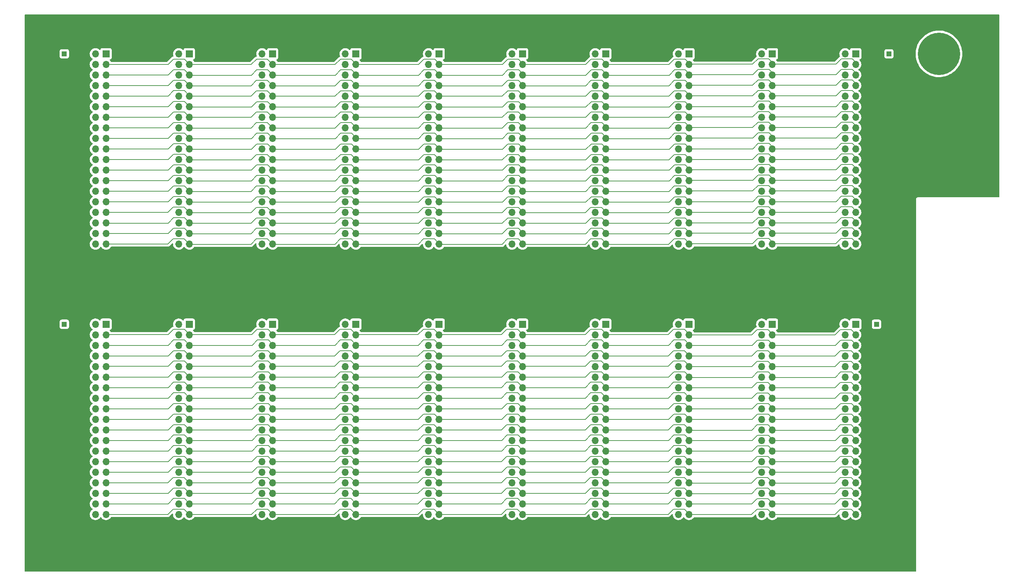
<source format=gbr>
%TF.GenerationSoftware,KiCad,Pcbnew,6.0.2+dfsg-1*%
%TF.CreationDate,2024-02-23T08:38:29-06:00*%
%TF.ProjectId,Backplan2,4261636b-706c-4616-9e32-2e6b69636164,rev?*%
%TF.SameCoordinates,Original*%
%TF.FileFunction,Copper,L2,Bot*%
%TF.FilePolarity,Positive*%
%FSLAX46Y46*%
G04 Gerber Fmt 4.6, Leading zero omitted, Abs format (unit mm)*
G04 Created by KiCad (PCBNEW 6.0.2+dfsg-1) date 2024-02-23 08:38:29*
%MOMM*%
%LPD*%
G01*
G04 APERTURE LIST*
%TA.AperFunction,ComponentPad*%
%ADD10O,1.700000X1.700000*%
%TD*%
%TA.AperFunction,ComponentPad*%
%ADD11R,1.700000X1.700000*%
%TD*%
%TA.AperFunction,ComponentPad*%
%ADD12R,1.200000X1.200000*%
%TD*%
%TA.AperFunction,ComponentPad*%
%ADD13C,1.200000*%
%TD*%
%TA.AperFunction,ComponentPad*%
%ADD14C,10.160000*%
%TD*%
%TA.AperFunction,Conductor*%
%ADD15C,0.250000*%
%TD*%
%TA.AperFunction,Conductor*%
%ADD16C,0.200000*%
%TD*%
G04 APERTURE END LIST*
D10*
%TO.P,J5,40,Pin_40*%
%TO.N,GND*%
X72460000Y-78260000D03*
%TO.P,J5,39,Pin_39*%
X75000000Y-78260000D03*
%TO.P,J5,38,Pin_38*%
%TO.N,/A22*%
X72460000Y-75720000D03*
%TO.P,J5,37,Pin_37*%
%TO.N,/A19*%
X75000000Y-75720000D03*
%TO.P,J5,36,Pin_36*%
%TO.N,/A23*%
X72460000Y-73180000D03*
%TO.P,J5,35,Pin_35*%
%TO.N,/A18*%
X75000000Y-73180000D03*
%TO.P,J5,34,Pin_34*%
%TO.N,/A24*%
X72460000Y-70640000D03*
%TO.P,J5,33,Pin_33*%
%TO.N,/A17*%
X75000000Y-70640000D03*
%TO.P,J5,32,Pin_32*%
%TO.N,/A25*%
X72460000Y-68100000D03*
%TO.P,J5,31,Pin_31*%
%TO.N,/A16*%
X75000000Y-68100000D03*
%TO.P,J5,30,Pin_30*%
%TO.N,/A26*%
X72460000Y-65560000D03*
%TO.P,J5,29,Pin_29*%
%TO.N,/A15*%
X75000000Y-65560000D03*
%TO.P,J5,28,Pin_28*%
%TO.N,/A27*%
X72460000Y-63020000D03*
%TO.P,J5,27,Pin_27*%
%TO.N,/A14*%
X75000000Y-63020000D03*
%TO.P,J5,26,Pin_26*%
%TO.N,/A28*%
X72460000Y-60480000D03*
%TO.P,J5,25,Pin_25*%
%TO.N,/A13*%
X75000000Y-60480000D03*
%TO.P,J5,24,Pin_24*%
%TO.N,/A29*%
X72460000Y-57940000D03*
%TO.P,J5,23,Pin_23*%
%TO.N,/A12*%
X75000000Y-57940000D03*
%TO.P,J5,22,Pin_22*%
%TO.N,/A30*%
X72460000Y-55400000D03*
%TO.P,J5,21,Pin_21*%
%TO.N,/A11*%
X75000000Y-55400000D03*
%TO.P,J5,20,Pin_20*%
%TO.N,/A31*%
X72460000Y-52860000D03*
%TO.P,J5,19,Pin_19*%
%TO.N,/A10*%
X75000000Y-52860000D03*
%TO.P,J5,18,Pin_18*%
%TO.N,/A32*%
X72460000Y-50320000D03*
%TO.P,J5,17,Pin_17*%
%TO.N,/A9*%
X75000000Y-50320000D03*
%TO.P,J5,16,Pin_16*%
%TO.N,/A33*%
X72460000Y-47780000D03*
%TO.P,J5,15,Pin_15*%
%TO.N,/A8*%
X75000000Y-47780000D03*
%TO.P,J5,14,Pin_14*%
%TO.N,/A34*%
X72460000Y-45240000D03*
%TO.P,J5,13,Pin_13*%
%TO.N,/A7*%
X75000000Y-45240000D03*
%TO.P,J5,12,Pin_12*%
%TO.N,/A35*%
X72460000Y-42700000D03*
%TO.P,J5,11,Pin_11*%
%TO.N,/A6*%
X75000000Y-42700000D03*
%TO.P,J5,10,Pin_10*%
%TO.N,/A36*%
X72460000Y-40160000D03*
%TO.P,J5,9,Pin_9*%
%TO.N,/A5*%
X75000000Y-40160000D03*
%TO.P,J5,8,Pin_8*%
%TO.N,/A37*%
X72460000Y-37620000D03*
%TO.P,J5,7,Pin_7*%
%TO.N,/A4*%
X75000000Y-37620000D03*
%TO.P,J5,6,Pin_6*%
%TO.N,/A38*%
X72460000Y-35080000D03*
%TO.P,J5,5,Pin_5*%
%TO.N,/A3*%
X75000000Y-35080000D03*
%TO.P,J5,4,Pin_4*%
%TO.N,/A39*%
X72460000Y-32540000D03*
%TO.P,J5,3,Pin_3*%
%TO.N,/A2*%
X75000000Y-32540000D03*
%TO.P,J5,2,Pin_2*%
%TO.N,VCC*%
X72460000Y-30000000D03*
D11*
%TO.P,J5,1,Pin_1*%
X75000000Y-30000000D03*
%TD*%
%TO.P,J7,1,Pin_1*%
%TO.N,VCC*%
X95000000Y-30000000D03*
D10*
%TO.P,J7,2,Pin_2*%
X92460000Y-30000000D03*
%TO.P,J7,3,Pin_3*%
%TO.N,/A2*%
X95000000Y-32540000D03*
%TO.P,J7,4,Pin_4*%
%TO.N,/A39*%
X92460000Y-32540000D03*
%TO.P,J7,5,Pin_5*%
%TO.N,/A3*%
X95000000Y-35080000D03*
%TO.P,J7,6,Pin_6*%
%TO.N,/A38*%
X92460000Y-35080000D03*
%TO.P,J7,7,Pin_7*%
%TO.N,/A4*%
X95000000Y-37620000D03*
%TO.P,J7,8,Pin_8*%
%TO.N,/A37*%
X92460000Y-37620000D03*
%TO.P,J7,9,Pin_9*%
%TO.N,/A5*%
X95000000Y-40160000D03*
%TO.P,J7,10,Pin_10*%
%TO.N,/A36*%
X92460000Y-40160000D03*
%TO.P,J7,11,Pin_11*%
%TO.N,/A6*%
X95000000Y-42700000D03*
%TO.P,J7,12,Pin_12*%
%TO.N,/A35*%
X92460000Y-42700000D03*
%TO.P,J7,13,Pin_13*%
%TO.N,/A7*%
X95000000Y-45240000D03*
%TO.P,J7,14,Pin_14*%
%TO.N,/A34*%
X92460000Y-45240000D03*
%TO.P,J7,15,Pin_15*%
%TO.N,/A8*%
X95000000Y-47780000D03*
%TO.P,J7,16,Pin_16*%
%TO.N,/A33*%
X92460000Y-47780000D03*
%TO.P,J7,17,Pin_17*%
%TO.N,/A9*%
X95000000Y-50320000D03*
%TO.P,J7,18,Pin_18*%
%TO.N,/A32*%
X92460000Y-50320000D03*
%TO.P,J7,19,Pin_19*%
%TO.N,/A10*%
X95000000Y-52860000D03*
%TO.P,J7,20,Pin_20*%
%TO.N,/A31*%
X92460000Y-52860000D03*
%TO.P,J7,21,Pin_21*%
%TO.N,/A11*%
X95000000Y-55400000D03*
%TO.P,J7,22,Pin_22*%
%TO.N,/A30*%
X92460000Y-55400000D03*
%TO.P,J7,23,Pin_23*%
%TO.N,/A12*%
X95000000Y-57940000D03*
%TO.P,J7,24,Pin_24*%
%TO.N,/A29*%
X92460000Y-57940000D03*
%TO.P,J7,25,Pin_25*%
%TO.N,/A13*%
X95000000Y-60480000D03*
%TO.P,J7,26,Pin_26*%
%TO.N,/A28*%
X92460000Y-60480000D03*
%TO.P,J7,27,Pin_27*%
%TO.N,/A14*%
X95000000Y-63020000D03*
%TO.P,J7,28,Pin_28*%
%TO.N,/A27*%
X92460000Y-63020000D03*
%TO.P,J7,29,Pin_29*%
%TO.N,/A15*%
X95000000Y-65560000D03*
%TO.P,J7,30,Pin_30*%
%TO.N,/A26*%
X92460000Y-65560000D03*
%TO.P,J7,31,Pin_31*%
%TO.N,/A16*%
X95000000Y-68100000D03*
%TO.P,J7,32,Pin_32*%
%TO.N,/A25*%
X92460000Y-68100000D03*
%TO.P,J7,33,Pin_33*%
%TO.N,/A17*%
X95000000Y-70640000D03*
%TO.P,J7,34,Pin_34*%
%TO.N,/A24*%
X92460000Y-70640000D03*
%TO.P,J7,35,Pin_35*%
%TO.N,/A18*%
X95000000Y-73180000D03*
%TO.P,J7,36,Pin_36*%
%TO.N,/A23*%
X92460000Y-73180000D03*
%TO.P,J7,37,Pin_37*%
%TO.N,/A19*%
X95000000Y-75720000D03*
%TO.P,J7,38,Pin_38*%
%TO.N,/A22*%
X92460000Y-75720000D03*
%TO.P,J7,39,Pin_39*%
%TO.N,GND*%
X95000000Y-78260000D03*
%TO.P,J7,40,Pin_40*%
X92460000Y-78260000D03*
%TD*%
D11*
%TO.P,J4,1,Pin_1*%
%TO.N,VCC*%
X55000000Y-95000000D03*
D10*
%TO.P,J4,2,Pin_2*%
X52460000Y-95000000D03*
%TO.P,J4,3,Pin_3*%
%TO.N,/B2*%
X55000000Y-97540000D03*
%TO.P,J4,4,Pin_4*%
%TO.N,/B39*%
X52460000Y-97540000D03*
%TO.P,J4,5,Pin_5*%
%TO.N,/B3*%
X55000000Y-100080000D03*
%TO.P,J4,6,Pin_6*%
%TO.N,/B38*%
X52460000Y-100080000D03*
%TO.P,J4,7,Pin_7*%
%TO.N,/B4*%
X55000000Y-102620000D03*
%TO.P,J4,8,Pin_8*%
%TO.N,/B37*%
X52460000Y-102620000D03*
%TO.P,J4,9,Pin_9*%
%TO.N,/B5*%
X55000000Y-105160000D03*
%TO.P,J4,10,Pin_10*%
%TO.N,/B36*%
X52460000Y-105160000D03*
%TO.P,J4,11,Pin_11*%
%TO.N,/B6*%
X55000000Y-107700000D03*
%TO.P,J4,12,Pin_12*%
%TO.N,/B35*%
X52460000Y-107700000D03*
%TO.P,J4,13,Pin_13*%
%TO.N,/B7*%
X55000000Y-110240000D03*
%TO.P,J4,14,Pin_14*%
%TO.N,/B34*%
X52460000Y-110240000D03*
%TO.P,J4,15,Pin_15*%
%TO.N,/B8*%
X55000000Y-112780000D03*
%TO.P,J4,16,Pin_16*%
%TO.N,/B33*%
X52460000Y-112780000D03*
%TO.P,J4,17,Pin_17*%
%TO.N,/B9*%
X55000000Y-115320000D03*
%TO.P,J4,18,Pin_18*%
%TO.N,/B32*%
X52460000Y-115320000D03*
%TO.P,J4,19,Pin_19*%
%TO.N,/B10*%
X55000000Y-117860000D03*
%TO.P,J4,20,Pin_20*%
%TO.N,/B31*%
X52460000Y-117860000D03*
%TO.P,J4,21,Pin_21*%
%TO.N,/B11*%
X55000000Y-120400000D03*
%TO.P,J4,22,Pin_22*%
%TO.N,/B30*%
X52460000Y-120400000D03*
%TO.P,J4,23,Pin_23*%
%TO.N,/B12*%
X55000000Y-122940000D03*
%TO.P,J4,24,Pin_24*%
%TO.N,/B29*%
X52460000Y-122940000D03*
%TO.P,J4,25,Pin_25*%
%TO.N,/B13*%
X55000000Y-125480000D03*
%TO.P,J4,26,Pin_26*%
%TO.N,/B28*%
X52460000Y-125480000D03*
%TO.P,J4,27,Pin_27*%
%TO.N,/B14*%
X55000000Y-128020000D03*
%TO.P,J4,28,Pin_28*%
%TO.N,/B27*%
X52460000Y-128020000D03*
%TO.P,J4,29,Pin_29*%
%TO.N,/B15*%
X55000000Y-130560000D03*
%TO.P,J4,30,Pin_30*%
%TO.N,/B26*%
X52460000Y-130560000D03*
%TO.P,J4,31,Pin_31*%
%TO.N,/B16*%
X55000000Y-133100000D03*
%TO.P,J4,32,Pin_32*%
%TO.N,/B25*%
X52460000Y-133100000D03*
%TO.P,J4,33,Pin_33*%
%TO.N,/B17*%
X55000000Y-135640000D03*
%TO.P,J4,34,Pin_34*%
%TO.N,/B24*%
X52460000Y-135640000D03*
%TO.P,J4,35,Pin_35*%
%TO.N,/B18*%
X55000000Y-138180000D03*
%TO.P,J4,36,Pin_36*%
%TO.N,/B23*%
X52460000Y-138180000D03*
%TO.P,J4,37,Pin_37*%
%TO.N,/B19*%
X55000000Y-140720000D03*
%TO.P,J4,38,Pin_38*%
%TO.N,/B22*%
X52460000Y-140720000D03*
%TO.P,J4,39,Pin_39*%
%TO.N,GND*%
X55000000Y-143260000D03*
%TO.P,J4,40,Pin_40*%
X52460000Y-143260000D03*
%TD*%
D11*
%TO.P,J6,1,Pin_1*%
%TO.N,VCC*%
X75000000Y-95000000D03*
D10*
%TO.P,J6,2,Pin_2*%
X72460000Y-95000000D03*
%TO.P,J6,3,Pin_3*%
%TO.N,/B2*%
X75000000Y-97540000D03*
%TO.P,J6,4,Pin_4*%
%TO.N,/B39*%
X72460000Y-97540000D03*
%TO.P,J6,5,Pin_5*%
%TO.N,/B3*%
X75000000Y-100080000D03*
%TO.P,J6,6,Pin_6*%
%TO.N,/B38*%
X72460000Y-100080000D03*
%TO.P,J6,7,Pin_7*%
%TO.N,/B4*%
X75000000Y-102620000D03*
%TO.P,J6,8,Pin_8*%
%TO.N,/B37*%
X72460000Y-102620000D03*
%TO.P,J6,9,Pin_9*%
%TO.N,/B5*%
X75000000Y-105160000D03*
%TO.P,J6,10,Pin_10*%
%TO.N,/B36*%
X72460000Y-105160000D03*
%TO.P,J6,11,Pin_11*%
%TO.N,/B6*%
X75000000Y-107700000D03*
%TO.P,J6,12,Pin_12*%
%TO.N,/B35*%
X72460000Y-107700000D03*
%TO.P,J6,13,Pin_13*%
%TO.N,/B7*%
X75000000Y-110240000D03*
%TO.P,J6,14,Pin_14*%
%TO.N,/B34*%
X72460000Y-110240000D03*
%TO.P,J6,15,Pin_15*%
%TO.N,/B8*%
X75000000Y-112780000D03*
%TO.P,J6,16,Pin_16*%
%TO.N,/B33*%
X72460000Y-112780000D03*
%TO.P,J6,17,Pin_17*%
%TO.N,/B9*%
X75000000Y-115320000D03*
%TO.P,J6,18,Pin_18*%
%TO.N,/B32*%
X72460000Y-115320000D03*
%TO.P,J6,19,Pin_19*%
%TO.N,/B10*%
X75000000Y-117860000D03*
%TO.P,J6,20,Pin_20*%
%TO.N,/B31*%
X72460000Y-117860000D03*
%TO.P,J6,21,Pin_21*%
%TO.N,/B11*%
X75000000Y-120400000D03*
%TO.P,J6,22,Pin_22*%
%TO.N,/B30*%
X72460000Y-120400000D03*
%TO.P,J6,23,Pin_23*%
%TO.N,/B12*%
X75000000Y-122940000D03*
%TO.P,J6,24,Pin_24*%
%TO.N,/B29*%
X72460000Y-122940000D03*
%TO.P,J6,25,Pin_25*%
%TO.N,/B13*%
X75000000Y-125480000D03*
%TO.P,J6,26,Pin_26*%
%TO.N,/B28*%
X72460000Y-125480000D03*
%TO.P,J6,27,Pin_27*%
%TO.N,/B14*%
X75000000Y-128020000D03*
%TO.P,J6,28,Pin_28*%
%TO.N,/B27*%
X72460000Y-128020000D03*
%TO.P,J6,29,Pin_29*%
%TO.N,/B15*%
X75000000Y-130560000D03*
%TO.P,J6,30,Pin_30*%
%TO.N,/B26*%
X72460000Y-130560000D03*
%TO.P,J6,31,Pin_31*%
%TO.N,/B16*%
X75000000Y-133100000D03*
%TO.P,J6,32,Pin_32*%
%TO.N,/B25*%
X72460000Y-133100000D03*
%TO.P,J6,33,Pin_33*%
%TO.N,/B17*%
X75000000Y-135640000D03*
%TO.P,J6,34,Pin_34*%
%TO.N,/B24*%
X72460000Y-135640000D03*
%TO.P,J6,35,Pin_35*%
%TO.N,/B18*%
X75000000Y-138180000D03*
%TO.P,J6,36,Pin_36*%
%TO.N,/B23*%
X72460000Y-138180000D03*
%TO.P,J6,37,Pin_37*%
%TO.N,/B19*%
X75000000Y-140720000D03*
%TO.P,J6,38,Pin_38*%
%TO.N,/B22*%
X72460000Y-140720000D03*
%TO.P,J6,39,Pin_39*%
%TO.N,GND*%
X75000000Y-143260000D03*
%TO.P,J6,40,Pin_40*%
X72460000Y-143260000D03*
%TD*%
D12*
%TO.P,C3,1*%
%TO.N,VCC*%
X240000000Y-95000000D03*
D13*
%TO.P,C3,2*%
%TO.N,GND*%
X242000000Y-95000000D03*
%TD*%
D11*
%TO.P,J20,1,Pin_1*%
%TO.N,VCC*%
X215000000Y-95000000D03*
D10*
%TO.P,J20,2,Pin_2*%
X212460000Y-95000000D03*
%TO.P,J20,3,Pin_3*%
%TO.N,/B2*%
X215000000Y-97540000D03*
%TO.P,J20,4,Pin_4*%
%TO.N,/B39*%
X212460000Y-97540000D03*
%TO.P,J20,5,Pin_5*%
%TO.N,/B3*%
X215000000Y-100080000D03*
%TO.P,J20,6,Pin_6*%
%TO.N,/B38*%
X212460000Y-100080000D03*
%TO.P,J20,7,Pin_7*%
%TO.N,/B4*%
X215000000Y-102620000D03*
%TO.P,J20,8,Pin_8*%
%TO.N,/B37*%
X212460000Y-102620000D03*
%TO.P,J20,9,Pin_9*%
%TO.N,/B5*%
X215000000Y-105160000D03*
%TO.P,J20,10,Pin_10*%
%TO.N,/B36*%
X212460000Y-105160000D03*
%TO.P,J20,11,Pin_11*%
%TO.N,/B6*%
X215000000Y-107700000D03*
%TO.P,J20,12,Pin_12*%
%TO.N,/B35*%
X212460000Y-107700000D03*
%TO.P,J20,13,Pin_13*%
%TO.N,/B7*%
X215000000Y-110240000D03*
%TO.P,J20,14,Pin_14*%
%TO.N,/B34*%
X212460000Y-110240000D03*
%TO.P,J20,15,Pin_15*%
%TO.N,/B8*%
X215000000Y-112780000D03*
%TO.P,J20,16,Pin_16*%
%TO.N,/B33*%
X212460000Y-112780000D03*
%TO.P,J20,17,Pin_17*%
%TO.N,/B9*%
X215000000Y-115320000D03*
%TO.P,J20,18,Pin_18*%
%TO.N,/B32*%
X212460000Y-115320000D03*
%TO.P,J20,19,Pin_19*%
%TO.N,/B10*%
X215000000Y-117860000D03*
%TO.P,J20,20,Pin_20*%
%TO.N,/B31*%
X212460000Y-117860000D03*
%TO.P,J20,21,Pin_21*%
%TO.N,/B11*%
X215000000Y-120400000D03*
%TO.P,J20,22,Pin_22*%
%TO.N,/B30*%
X212460000Y-120400000D03*
%TO.P,J20,23,Pin_23*%
%TO.N,/B12*%
X215000000Y-122940000D03*
%TO.P,J20,24,Pin_24*%
%TO.N,/B29*%
X212460000Y-122940000D03*
%TO.P,J20,25,Pin_25*%
%TO.N,/B13*%
X215000000Y-125480000D03*
%TO.P,J20,26,Pin_26*%
%TO.N,/B28*%
X212460000Y-125480000D03*
%TO.P,J20,27,Pin_27*%
%TO.N,/B14*%
X215000000Y-128020000D03*
%TO.P,J20,28,Pin_28*%
%TO.N,/B27*%
X212460000Y-128020000D03*
%TO.P,J20,29,Pin_29*%
%TO.N,/B15*%
X215000000Y-130560000D03*
%TO.P,J20,30,Pin_30*%
%TO.N,/B26*%
X212460000Y-130560000D03*
%TO.P,J20,31,Pin_31*%
%TO.N,/B16*%
X215000000Y-133100000D03*
%TO.P,J20,32,Pin_32*%
%TO.N,/B25*%
X212460000Y-133100000D03*
%TO.P,J20,33,Pin_33*%
%TO.N,/B17*%
X215000000Y-135640000D03*
%TO.P,J20,34,Pin_34*%
%TO.N,/B24*%
X212460000Y-135640000D03*
%TO.P,J20,35,Pin_35*%
%TO.N,/B18*%
X215000000Y-138180000D03*
%TO.P,J20,36,Pin_36*%
%TO.N,/B23*%
X212460000Y-138180000D03*
%TO.P,J20,37,Pin_37*%
%TO.N,/B19*%
X215000000Y-140720000D03*
%TO.P,J20,38,Pin_38*%
%TO.N,/B22*%
X212460000Y-140720000D03*
%TO.P,J20,39,Pin_39*%
%TO.N,GND*%
X215000000Y-143260000D03*
%TO.P,J20,40,Pin_40*%
X212460000Y-143260000D03*
%TD*%
D11*
%TO.P,J9,1,Pin_1*%
%TO.N,VCC*%
X115000000Y-30000000D03*
D10*
%TO.P,J9,2,Pin_2*%
X112460000Y-30000000D03*
%TO.P,J9,3,Pin_3*%
%TO.N,/A2*%
X115000000Y-32540000D03*
%TO.P,J9,4,Pin_4*%
%TO.N,/A39*%
X112460000Y-32540000D03*
%TO.P,J9,5,Pin_5*%
%TO.N,/A3*%
X115000000Y-35080000D03*
%TO.P,J9,6,Pin_6*%
%TO.N,/A38*%
X112460000Y-35080000D03*
%TO.P,J9,7,Pin_7*%
%TO.N,/A4*%
X115000000Y-37620000D03*
%TO.P,J9,8,Pin_8*%
%TO.N,/A37*%
X112460000Y-37620000D03*
%TO.P,J9,9,Pin_9*%
%TO.N,/A5*%
X115000000Y-40160000D03*
%TO.P,J9,10,Pin_10*%
%TO.N,/A36*%
X112460000Y-40160000D03*
%TO.P,J9,11,Pin_11*%
%TO.N,/A6*%
X115000000Y-42700000D03*
%TO.P,J9,12,Pin_12*%
%TO.N,/A35*%
X112460000Y-42700000D03*
%TO.P,J9,13,Pin_13*%
%TO.N,/A7*%
X115000000Y-45240000D03*
%TO.P,J9,14,Pin_14*%
%TO.N,/A34*%
X112460000Y-45240000D03*
%TO.P,J9,15,Pin_15*%
%TO.N,/A8*%
X115000000Y-47780000D03*
%TO.P,J9,16,Pin_16*%
%TO.N,/A33*%
X112460000Y-47780000D03*
%TO.P,J9,17,Pin_17*%
%TO.N,/A9*%
X115000000Y-50320000D03*
%TO.P,J9,18,Pin_18*%
%TO.N,/A32*%
X112460000Y-50320000D03*
%TO.P,J9,19,Pin_19*%
%TO.N,/A10*%
X115000000Y-52860000D03*
%TO.P,J9,20,Pin_20*%
%TO.N,/A31*%
X112460000Y-52860000D03*
%TO.P,J9,21,Pin_21*%
%TO.N,/A11*%
X115000000Y-55400000D03*
%TO.P,J9,22,Pin_22*%
%TO.N,/A30*%
X112460000Y-55400000D03*
%TO.P,J9,23,Pin_23*%
%TO.N,/A12*%
X115000000Y-57940000D03*
%TO.P,J9,24,Pin_24*%
%TO.N,/A29*%
X112460000Y-57940000D03*
%TO.P,J9,25,Pin_25*%
%TO.N,/A13*%
X115000000Y-60480000D03*
%TO.P,J9,26,Pin_26*%
%TO.N,/A28*%
X112460000Y-60480000D03*
%TO.P,J9,27,Pin_27*%
%TO.N,/A14*%
X115000000Y-63020000D03*
%TO.P,J9,28,Pin_28*%
%TO.N,/A27*%
X112460000Y-63020000D03*
%TO.P,J9,29,Pin_29*%
%TO.N,/A15*%
X115000000Y-65560000D03*
%TO.P,J9,30,Pin_30*%
%TO.N,/A26*%
X112460000Y-65560000D03*
%TO.P,J9,31,Pin_31*%
%TO.N,/A16*%
X115000000Y-68100000D03*
%TO.P,J9,32,Pin_32*%
%TO.N,/A25*%
X112460000Y-68100000D03*
%TO.P,J9,33,Pin_33*%
%TO.N,/A17*%
X115000000Y-70640000D03*
%TO.P,J9,34,Pin_34*%
%TO.N,/A24*%
X112460000Y-70640000D03*
%TO.P,J9,35,Pin_35*%
%TO.N,/A18*%
X115000000Y-73180000D03*
%TO.P,J9,36,Pin_36*%
%TO.N,/A23*%
X112460000Y-73180000D03*
%TO.P,J9,37,Pin_37*%
%TO.N,/A19*%
X115000000Y-75720000D03*
%TO.P,J9,38,Pin_38*%
%TO.N,/A22*%
X112460000Y-75720000D03*
%TO.P,J9,39,Pin_39*%
%TO.N,GND*%
X115000000Y-78260000D03*
%TO.P,J9,40,Pin_40*%
X112460000Y-78260000D03*
%TD*%
D11*
%TO.P,J19,1,Pin_1*%
%TO.N,VCC*%
X215000000Y-30000000D03*
D10*
%TO.P,J19,2,Pin_2*%
X212460000Y-30000000D03*
%TO.P,J19,3,Pin_3*%
%TO.N,/A2*%
X215000000Y-32540000D03*
%TO.P,J19,4,Pin_4*%
%TO.N,/A39*%
X212460000Y-32540000D03*
%TO.P,J19,5,Pin_5*%
%TO.N,/A3*%
X215000000Y-35080000D03*
%TO.P,J19,6,Pin_6*%
%TO.N,/A38*%
X212460000Y-35080000D03*
%TO.P,J19,7,Pin_7*%
%TO.N,/A4*%
X215000000Y-37620000D03*
%TO.P,J19,8,Pin_8*%
%TO.N,/A37*%
X212460000Y-37620000D03*
%TO.P,J19,9,Pin_9*%
%TO.N,/A5*%
X215000000Y-40160000D03*
%TO.P,J19,10,Pin_10*%
%TO.N,/A36*%
X212460000Y-40160000D03*
%TO.P,J19,11,Pin_11*%
%TO.N,/A6*%
X215000000Y-42700000D03*
%TO.P,J19,12,Pin_12*%
%TO.N,/A35*%
X212460000Y-42700000D03*
%TO.P,J19,13,Pin_13*%
%TO.N,/A7*%
X215000000Y-45240000D03*
%TO.P,J19,14,Pin_14*%
%TO.N,/A34*%
X212460000Y-45240000D03*
%TO.P,J19,15,Pin_15*%
%TO.N,/A8*%
X215000000Y-47780000D03*
%TO.P,J19,16,Pin_16*%
%TO.N,/A33*%
X212460000Y-47780000D03*
%TO.P,J19,17,Pin_17*%
%TO.N,/A9*%
X215000000Y-50320000D03*
%TO.P,J19,18,Pin_18*%
%TO.N,/A32*%
X212460000Y-50320000D03*
%TO.P,J19,19,Pin_19*%
%TO.N,/A10*%
X215000000Y-52860000D03*
%TO.P,J19,20,Pin_20*%
%TO.N,/A31*%
X212460000Y-52860000D03*
%TO.P,J19,21,Pin_21*%
%TO.N,/A11*%
X215000000Y-55400000D03*
%TO.P,J19,22,Pin_22*%
%TO.N,/A30*%
X212460000Y-55400000D03*
%TO.P,J19,23,Pin_23*%
%TO.N,/A12*%
X215000000Y-57940000D03*
%TO.P,J19,24,Pin_24*%
%TO.N,/A29*%
X212460000Y-57940000D03*
%TO.P,J19,25,Pin_25*%
%TO.N,/A13*%
X215000000Y-60480000D03*
%TO.P,J19,26,Pin_26*%
%TO.N,/A28*%
X212460000Y-60480000D03*
%TO.P,J19,27,Pin_27*%
%TO.N,/A14*%
X215000000Y-63020000D03*
%TO.P,J19,28,Pin_28*%
%TO.N,/A27*%
X212460000Y-63020000D03*
%TO.P,J19,29,Pin_29*%
%TO.N,/A15*%
X215000000Y-65560000D03*
%TO.P,J19,30,Pin_30*%
%TO.N,/A26*%
X212460000Y-65560000D03*
%TO.P,J19,31,Pin_31*%
%TO.N,/A16*%
X215000000Y-68100000D03*
%TO.P,J19,32,Pin_32*%
%TO.N,/A25*%
X212460000Y-68100000D03*
%TO.P,J19,33,Pin_33*%
%TO.N,/A17*%
X215000000Y-70640000D03*
%TO.P,J19,34,Pin_34*%
%TO.N,/A24*%
X212460000Y-70640000D03*
%TO.P,J19,35,Pin_35*%
%TO.N,/A18*%
X215000000Y-73180000D03*
%TO.P,J19,36,Pin_36*%
%TO.N,/A23*%
X212460000Y-73180000D03*
%TO.P,J19,37,Pin_37*%
%TO.N,/A19*%
X215000000Y-75720000D03*
%TO.P,J19,38,Pin_38*%
%TO.N,/A22*%
X212460000Y-75720000D03*
%TO.P,J19,39,Pin_39*%
%TO.N,GND*%
X215000000Y-78260000D03*
%TO.P,J19,40,Pin_40*%
X212460000Y-78260000D03*
%TD*%
D11*
%TO.P,J16,1,Pin_1*%
%TO.N,VCC*%
X175000000Y-95000000D03*
D10*
%TO.P,J16,2,Pin_2*%
X172460000Y-95000000D03*
%TO.P,J16,3,Pin_3*%
%TO.N,/B2*%
X175000000Y-97540000D03*
%TO.P,J16,4,Pin_4*%
%TO.N,/B39*%
X172460000Y-97540000D03*
%TO.P,J16,5,Pin_5*%
%TO.N,/B3*%
X175000000Y-100080000D03*
%TO.P,J16,6,Pin_6*%
%TO.N,/B38*%
X172460000Y-100080000D03*
%TO.P,J16,7,Pin_7*%
%TO.N,/B4*%
X175000000Y-102620000D03*
%TO.P,J16,8,Pin_8*%
%TO.N,/B37*%
X172460000Y-102620000D03*
%TO.P,J16,9,Pin_9*%
%TO.N,/B5*%
X175000000Y-105160000D03*
%TO.P,J16,10,Pin_10*%
%TO.N,/B36*%
X172460000Y-105160000D03*
%TO.P,J16,11,Pin_11*%
%TO.N,/B6*%
X175000000Y-107700000D03*
%TO.P,J16,12,Pin_12*%
%TO.N,/B35*%
X172460000Y-107700000D03*
%TO.P,J16,13,Pin_13*%
%TO.N,/B7*%
X175000000Y-110240000D03*
%TO.P,J16,14,Pin_14*%
%TO.N,/B34*%
X172460000Y-110240000D03*
%TO.P,J16,15,Pin_15*%
%TO.N,/B8*%
X175000000Y-112780000D03*
%TO.P,J16,16,Pin_16*%
%TO.N,/B33*%
X172460000Y-112780000D03*
%TO.P,J16,17,Pin_17*%
%TO.N,/B9*%
X175000000Y-115320000D03*
%TO.P,J16,18,Pin_18*%
%TO.N,/B32*%
X172460000Y-115320000D03*
%TO.P,J16,19,Pin_19*%
%TO.N,/B10*%
X175000000Y-117860000D03*
%TO.P,J16,20,Pin_20*%
%TO.N,/B31*%
X172460000Y-117860000D03*
%TO.P,J16,21,Pin_21*%
%TO.N,/B11*%
X175000000Y-120400000D03*
%TO.P,J16,22,Pin_22*%
%TO.N,/B30*%
X172460000Y-120400000D03*
%TO.P,J16,23,Pin_23*%
%TO.N,/B12*%
X175000000Y-122940000D03*
%TO.P,J16,24,Pin_24*%
%TO.N,/B29*%
X172460000Y-122940000D03*
%TO.P,J16,25,Pin_25*%
%TO.N,/B13*%
X175000000Y-125480000D03*
%TO.P,J16,26,Pin_26*%
%TO.N,/B28*%
X172460000Y-125480000D03*
%TO.P,J16,27,Pin_27*%
%TO.N,/B14*%
X175000000Y-128020000D03*
%TO.P,J16,28,Pin_28*%
%TO.N,/B27*%
X172460000Y-128020000D03*
%TO.P,J16,29,Pin_29*%
%TO.N,/B15*%
X175000000Y-130560000D03*
%TO.P,J16,30,Pin_30*%
%TO.N,/B26*%
X172460000Y-130560000D03*
%TO.P,J16,31,Pin_31*%
%TO.N,/B16*%
X175000000Y-133100000D03*
%TO.P,J16,32,Pin_32*%
%TO.N,/B25*%
X172460000Y-133100000D03*
%TO.P,J16,33,Pin_33*%
%TO.N,/B17*%
X175000000Y-135640000D03*
%TO.P,J16,34,Pin_34*%
%TO.N,/B24*%
X172460000Y-135640000D03*
%TO.P,J16,35,Pin_35*%
%TO.N,/B18*%
X175000000Y-138180000D03*
%TO.P,J16,36,Pin_36*%
%TO.N,/B23*%
X172460000Y-138180000D03*
%TO.P,J16,37,Pin_37*%
%TO.N,/B19*%
X175000000Y-140720000D03*
%TO.P,J16,38,Pin_38*%
%TO.N,/B22*%
X172460000Y-140720000D03*
%TO.P,J16,39,Pin_39*%
%TO.N,GND*%
X175000000Y-143260000D03*
%TO.P,J16,40,Pin_40*%
X172460000Y-143260000D03*
%TD*%
D12*
%TO.P,C4,1*%
%TO.N,VCC*%
X45000000Y-95000000D03*
D13*
%TO.P,C4,2*%
%TO.N,GND*%
X43000000Y-95000000D03*
%TD*%
D11*
%TO.P,J21,1,Pin_1*%
%TO.N,VCC*%
X235000000Y-30000000D03*
D10*
%TO.P,J21,2,Pin_2*%
X232460000Y-30000000D03*
%TO.P,J21,3,Pin_3*%
%TO.N,/A2*%
X235000000Y-32540000D03*
%TO.P,J21,4,Pin_4*%
%TO.N,/A39*%
X232460000Y-32540000D03*
%TO.P,J21,5,Pin_5*%
%TO.N,/A3*%
X235000000Y-35080000D03*
%TO.P,J21,6,Pin_6*%
%TO.N,/A38*%
X232460000Y-35080000D03*
%TO.P,J21,7,Pin_7*%
%TO.N,/A4*%
X235000000Y-37620000D03*
%TO.P,J21,8,Pin_8*%
%TO.N,/A37*%
X232460000Y-37620000D03*
%TO.P,J21,9,Pin_9*%
%TO.N,/A5*%
X235000000Y-40160000D03*
%TO.P,J21,10,Pin_10*%
%TO.N,/A36*%
X232460000Y-40160000D03*
%TO.P,J21,11,Pin_11*%
%TO.N,/A6*%
X235000000Y-42700000D03*
%TO.P,J21,12,Pin_12*%
%TO.N,/A35*%
X232460000Y-42700000D03*
%TO.P,J21,13,Pin_13*%
%TO.N,/A7*%
X235000000Y-45240000D03*
%TO.P,J21,14,Pin_14*%
%TO.N,/A34*%
X232460000Y-45240000D03*
%TO.P,J21,15,Pin_15*%
%TO.N,/A8*%
X235000000Y-47780000D03*
%TO.P,J21,16,Pin_16*%
%TO.N,/A33*%
X232460000Y-47780000D03*
%TO.P,J21,17,Pin_17*%
%TO.N,/A9*%
X235000000Y-50320000D03*
%TO.P,J21,18,Pin_18*%
%TO.N,/A32*%
X232460000Y-50320000D03*
%TO.P,J21,19,Pin_19*%
%TO.N,/A10*%
X235000000Y-52860000D03*
%TO.P,J21,20,Pin_20*%
%TO.N,/A31*%
X232460000Y-52860000D03*
%TO.P,J21,21,Pin_21*%
%TO.N,/A11*%
X235000000Y-55400000D03*
%TO.P,J21,22,Pin_22*%
%TO.N,/A30*%
X232460000Y-55400000D03*
%TO.P,J21,23,Pin_23*%
%TO.N,/A12*%
X235000000Y-57940000D03*
%TO.P,J21,24,Pin_24*%
%TO.N,/A29*%
X232460000Y-57940000D03*
%TO.P,J21,25,Pin_25*%
%TO.N,/A13*%
X235000000Y-60480000D03*
%TO.P,J21,26,Pin_26*%
%TO.N,/A28*%
X232460000Y-60480000D03*
%TO.P,J21,27,Pin_27*%
%TO.N,/A14*%
X235000000Y-63020000D03*
%TO.P,J21,28,Pin_28*%
%TO.N,/A27*%
X232460000Y-63020000D03*
%TO.P,J21,29,Pin_29*%
%TO.N,/A15*%
X235000000Y-65560000D03*
%TO.P,J21,30,Pin_30*%
%TO.N,/A26*%
X232460000Y-65560000D03*
%TO.P,J21,31,Pin_31*%
%TO.N,/A16*%
X235000000Y-68100000D03*
%TO.P,J21,32,Pin_32*%
%TO.N,/A25*%
X232460000Y-68100000D03*
%TO.P,J21,33,Pin_33*%
%TO.N,/A17*%
X235000000Y-70640000D03*
%TO.P,J21,34,Pin_34*%
%TO.N,/A24*%
X232460000Y-70640000D03*
%TO.P,J21,35,Pin_35*%
%TO.N,/A18*%
X235000000Y-73180000D03*
%TO.P,J21,36,Pin_36*%
%TO.N,/A23*%
X232460000Y-73180000D03*
%TO.P,J21,37,Pin_37*%
%TO.N,/A19*%
X235000000Y-75720000D03*
%TO.P,J21,38,Pin_38*%
%TO.N,/A22*%
X232460000Y-75720000D03*
%TO.P,J21,39,Pin_39*%
%TO.N,GND*%
X235000000Y-78260000D03*
%TO.P,J21,40,Pin_40*%
X232460000Y-78260000D03*
%TD*%
D11*
%TO.P,J13,1,Pin_1*%
%TO.N,VCC*%
X155000000Y-30000000D03*
D10*
%TO.P,J13,2,Pin_2*%
X152460000Y-30000000D03*
%TO.P,J13,3,Pin_3*%
%TO.N,/A2*%
X155000000Y-32540000D03*
%TO.P,J13,4,Pin_4*%
%TO.N,/A39*%
X152460000Y-32540000D03*
%TO.P,J13,5,Pin_5*%
%TO.N,/A3*%
X155000000Y-35080000D03*
%TO.P,J13,6,Pin_6*%
%TO.N,/A38*%
X152460000Y-35080000D03*
%TO.P,J13,7,Pin_7*%
%TO.N,/A4*%
X155000000Y-37620000D03*
%TO.P,J13,8,Pin_8*%
%TO.N,/A37*%
X152460000Y-37620000D03*
%TO.P,J13,9,Pin_9*%
%TO.N,/A5*%
X155000000Y-40160000D03*
%TO.P,J13,10,Pin_10*%
%TO.N,/A36*%
X152460000Y-40160000D03*
%TO.P,J13,11,Pin_11*%
%TO.N,/A6*%
X155000000Y-42700000D03*
%TO.P,J13,12,Pin_12*%
%TO.N,/A35*%
X152460000Y-42700000D03*
%TO.P,J13,13,Pin_13*%
%TO.N,/A7*%
X155000000Y-45240000D03*
%TO.P,J13,14,Pin_14*%
%TO.N,/A34*%
X152460000Y-45240000D03*
%TO.P,J13,15,Pin_15*%
%TO.N,/A8*%
X155000000Y-47780000D03*
%TO.P,J13,16,Pin_16*%
%TO.N,/A33*%
X152460000Y-47780000D03*
%TO.P,J13,17,Pin_17*%
%TO.N,/A9*%
X155000000Y-50320000D03*
%TO.P,J13,18,Pin_18*%
%TO.N,/A32*%
X152460000Y-50320000D03*
%TO.P,J13,19,Pin_19*%
%TO.N,/A10*%
X155000000Y-52860000D03*
%TO.P,J13,20,Pin_20*%
%TO.N,/A31*%
X152460000Y-52860000D03*
%TO.P,J13,21,Pin_21*%
%TO.N,/A11*%
X155000000Y-55400000D03*
%TO.P,J13,22,Pin_22*%
%TO.N,/A30*%
X152460000Y-55400000D03*
%TO.P,J13,23,Pin_23*%
%TO.N,/A12*%
X155000000Y-57940000D03*
%TO.P,J13,24,Pin_24*%
%TO.N,/A29*%
X152460000Y-57940000D03*
%TO.P,J13,25,Pin_25*%
%TO.N,/A13*%
X155000000Y-60480000D03*
%TO.P,J13,26,Pin_26*%
%TO.N,/A28*%
X152460000Y-60480000D03*
%TO.P,J13,27,Pin_27*%
%TO.N,/A14*%
X155000000Y-63020000D03*
%TO.P,J13,28,Pin_28*%
%TO.N,/A27*%
X152460000Y-63020000D03*
%TO.P,J13,29,Pin_29*%
%TO.N,/A15*%
X155000000Y-65560000D03*
%TO.P,J13,30,Pin_30*%
%TO.N,/A26*%
X152460000Y-65560000D03*
%TO.P,J13,31,Pin_31*%
%TO.N,/A16*%
X155000000Y-68100000D03*
%TO.P,J13,32,Pin_32*%
%TO.N,/A25*%
X152460000Y-68100000D03*
%TO.P,J13,33,Pin_33*%
%TO.N,/A17*%
X155000000Y-70640000D03*
%TO.P,J13,34,Pin_34*%
%TO.N,/A24*%
X152460000Y-70640000D03*
%TO.P,J13,35,Pin_35*%
%TO.N,/A18*%
X155000000Y-73180000D03*
%TO.P,J13,36,Pin_36*%
%TO.N,/A23*%
X152460000Y-73180000D03*
%TO.P,J13,37,Pin_37*%
%TO.N,/A19*%
X155000000Y-75720000D03*
%TO.P,J13,38,Pin_38*%
%TO.N,/A22*%
X152460000Y-75720000D03*
%TO.P,J13,39,Pin_39*%
%TO.N,GND*%
X155000000Y-78260000D03*
%TO.P,J13,40,Pin_40*%
X152460000Y-78260000D03*
%TD*%
D11*
%TO.P,J10,1,Pin_1*%
%TO.N,VCC*%
X115000000Y-95000000D03*
D10*
%TO.P,J10,2,Pin_2*%
X112460000Y-95000000D03*
%TO.P,J10,3,Pin_3*%
%TO.N,/B2*%
X115000000Y-97540000D03*
%TO.P,J10,4,Pin_4*%
%TO.N,/B39*%
X112460000Y-97540000D03*
%TO.P,J10,5,Pin_5*%
%TO.N,/B3*%
X115000000Y-100080000D03*
%TO.P,J10,6,Pin_6*%
%TO.N,/B38*%
X112460000Y-100080000D03*
%TO.P,J10,7,Pin_7*%
%TO.N,/B4*%
X115000000Y-102620000D03*
%TO.P,J10,8,Pin_8*%
%TO.N,/B37*%
X112460000Y-102620000D03*
%TO.P,J10,9,Pin_9*%
%TO.N,/B5*%
X115000000Y-105160000D03*
%TO.P,J10,10,Pin_10*%
%TO.N,/B36*%
X112460000Y-105160000D03*
%TO.P,J10,11,Pin_11*%
%TO.N,/B6*%
X115000000Y-107700000D03*
%TO.P,J10,12,Pin_12*%
%TO.N,/B35*%
X112460000Y-107700000D03*
%TO.P,J10,13,Pin_13*%
%TO.N,/B7*%
X115000000Y-110240000D03*
%TO.P,J10,14,Pin_14*%
%TO.N,/B34*%
X112460000Y-110240000D03*
%TO.P,J10,15,Pin_15*%
%TO.N,/B8*%
X115000000Y-112780000D03*
%TO.P,J10,16,Pin_16*%
%TO.N,/B33*%
X112460000Y-112780000D03*
%TO.P,J10,17,Pin_17*%
%TO.N,/B9*%
X115000000Y-115320000D03*
%TO.P,J10,18,Pin_18*%
%TO.N,/B32*%
X112460000Y-115320000D03*
%TO.P,J10,19,Pin_19*%
%TO.N,/B10*%
X115000000Y-117860000D03*
%TO.P,J10,20,Pin_20*%
%TO.N,/B31*%
X112460000Y-117860000D03*
%TO.P,J10,21,Pin_21*%
%TO.N,/B11*%
X115000000Y-120400000D03*
%TO.P,J10,22,Pin_22*%
%TO.N,/B30*%
X112460000Y-120400000D03*
%TO.P,J10,23,Pin_23*%
%TO.N,/B12*%
X115000000Y-122940000D03*
%TO.P,J10,24,Pin_24*%
%TO.N,/B29*%
X112460000Y-122940000D03*
%TO.P,J10,25,Pin_25*%
%TO.N,/B13*%
X115000000Y-125480000D03*
%TO.P,J10,26,Pin_26*%
%TO.N,/B28*%
X112460000Y-125480000D03*
%TO.P,J10,27,Pin_27*%
%TO.N,/B14*%
X115000000Y-128020000D03*
%TO.P,J10,28,Pin_28*%
%TO.N,/B27*%
X112460000Y-128020000D03*
%TO.P,J10,29,Pin_29*%
%TO.N,/B15*%
X115000000Y-130560000D03*
%TO.P,J10,30,Pin_30*%
%TO.N,/B26*%
X112460000Y-130560000D03*
%TO.P,J10,31,Pin_31*%
%TO.N,/B16*%
X115000000Y-133100000D03*
%TO.P,J10,32,Pin_32*%
%TO.N,/B25*%
X112460000Y-133100000D03*
%TO.P,J10,33,Pin_33*%
%TO.N,/B17*%
X115000000Y-135640000D03*
%TO.P,J10,34,Pin_34*%
%TO.N,/B24*%
X112460000Y-135640000D03*
%TO.P,J10,35,Pin_35*%
%TO.N,/B18*%
X115000000Y-138180000D03*
%TO.P,J10,36,Pin_36*%
%TO.N,/B23*%
X112460000Y-138180000D03*
%TO.P,J10,37,Pin_37*%
%TO.N,/B19*%
X115000000Y-140720000D03*
%TO.P,J10,38,Pin_38*%
%TO.N,/B22*%
X112460000Y-140720000D03*
%TO.P,J10,39,Pin_39*%
%TO.N,GND*%
X115000000Y-143260000D03*
%TO.P,J10,40,Pin_40*%
X112460000Y-143260000D03*
%TD*%
D14*
%TO.P,J2,1,Pin_1*%
%TO.N,VCC*%
X255000000Y-30000000D03*
%TD*%
%TO.P,J1,1,Pin_1*%
%TO.N,GND*%
X255000000Y-50000000D03*
%TD*%
D12*
%TO.P,C2,1*%
%TO.N,VCC*%
X45000000Y-30000000D03*
D13*
%TO.P,C2,2*%
%TO.N,GND*%
X43000000Y-30000000D03*
%TD*%
D11*
%TO.P,J11,1,Pin_1*%
%TO.N,VCC*%
X135000000Y-30000000D03*
D10*
%TO.P,J11,2,Pin_2*%
X132460000Y-30000000D03*
%TO.P,J11,3,Pin_3*%
%TO.N,/A2*%
X135000000Y-32540000D03*
%TO.P,J11,4,Pin_4*%
%TO.N,/A39*%
X132460000Y-32540000D03*
%TO.P,J11,5,Pin_5*%
%TO.N,/A3*%
X135000000Y-35080000D03*
%TO.P,J11,6,Pin_6*%
%TO.N,/A38*%
X132460000Y-35080000D03*
%TO.P,J11,7,Pin_7*%
%TO.N,/A4*%
X135000000Y-37620000D03*
%TO.P,J11,8,Pin_8*%
%TO.N,/A37*%
X132460000Y-37620000D03*
%TO.P,J11,9,Pin_9*%
%TO.N,/A5*%
X135000000Y-40160000D03*
%TO.P,J11,10,Pin_10*%
%TO.N,/A36*%
X132460000Y-40160000D03*
%TO.P,J11,11,Pin_11*%
%TO.N,/A6*%
X135000000Y-42700000D03*
%TO.P,J11,12,Pin_12*%
%TO.N,/A35*%
X132460000Y-42700000D03*
%TO.P,J11,13,Pin_13*%
%TO.N,/A7*%
X135000000Y-45240000D03*
%TO.P,J11,14,Pin_14*%
%TO.N,/A34*%
X132460000Y-45240000D03*
%TO.P,J11,15,Pin_15*%
%TO.N,/A8*%
X135000000Y-47780000D03*
%TO.P,J11,16,Pin_16*%
%TO.N,/A33*%
X132460000Y-47780000D03*
%TO.P,J11,17,Pin_17*%
%TO.N,/A9*%
X135000000Y-50320000D03*
%TO.P,J11,18,Pin_18*%
%TO.N,/A32*%
X132460000Y-50320000D03*
%TO.P,J11,19,Pin_19*%
%TO.N,/A10*%
X135000000Y-52860000D03*
%TO.P,J11,20,Pin_20*%
%TO.N,/A31*%
X132460000Y-52860000D03*
%TO.P,J11,21,Pin_21*%
%TO.N,/A11*%
X135000000Y-55400000D03*
%TO.P,J11,22,Pin_22*%
%TO.N,/A30*%
X132460000Y-55400000D03*
%TO.P,J11,23,Pin_23*%
%TO.N,/A12*%
X135000000Y-57940000D03*
%TO.P,J11,24,Pin_24*%
%TO.N,/A29*%
X132460000Y-57940000D03*
%TO.P,J11,25,Pin_25*%
%TO.N,/A13*%
X135000000Y-60480000D03*
%TO.P,J11,26,Pin_26*%
%TO.N,/A28*%
X132460000Y-60480000D03*
%TO.P,J11,27,Pin_27*%
%TO.N,/A14*%
X135000000Y-63020000D03*
%TO.P,J11,28,Pin_28*%
%TO.N,/A27*%
X132460000Y-63020000D03*
%TO.P,J11,29,Pin_29*%
%TO.N,/A15*%
X135000000Y-65560000D03*
%TO.P,J11,30,Pin_30*%
%TO.N,/A26*%
X132460000Y-65560000D03*
%TO.P,J11,31,Pin_31*%
%TO.N,/A16*%
X135000000Y-68100000D03*
%TO.P,J11,32,Pin_32*%
%TO.N,/A25*%
X132460000Y-68100000D03*
%TO.P,J11,33,Pin_33*%
%TO.N,/A17*%
X135000000Y-70640000D03*
%TO.P,J11,34,Pin_34*%
%TO.N,/A24*%
X132460000Y-70640000D03*
%TO.P,J11,35,Pin_35*%
%TO.N,/A18*%
X135000000Y-73180000D03*
%TO.P,J11,36,Pin_36*%
%TO.N,/A23*%
X132460000Y-73180000D03*
%TO.P,J11,37,Pin_37*%
%TO.N,/A19*%
X135000000Y-75720000D03*
%TO.P,J11,38,Pin_38*%
%TO.N,/A22*%
X132460000Y-75720000D03*
%TO.P,J11,39,Pin_39*%
%TO.N,GND*%
X135000000Y-78260000D03*
%TO.P,J11,40,Pin_40*%
X132460000Y-78260000D03*
%TD*%
D11*
%TO.P,J12,1,Pin_1*%
%TO.N,VCC*%
X135000000Y-95000000D03*
D10*
%TO.P,J12,2,Pin_2*%
X132460000Y-95000000D03*
%TO.P,J12,3,Pin_3*%
%TO.N,/B2*%
X135000000Y-97540000D03*
%TO.P,J12,4,Pin_4*%
%TO.N,/B39*%
X132460000Y-97540000D03*
%TO.P,J12,5,Pin_5*%
%TO.N,/B3*%
X135000000Y-100080000D03*
%TO.P,J12,6,Pin_6*%
%TO.N,/B38*%
X132460000Y-100080000D03*
%TO.P,J12,7,Pin_7*%
%TO.N,/B4*%
X135000000Y-102620000D03*
%TO.P,J12,8,Pin_8*%
%TO.N,/B37*%
X132460000Y-102620000D03*
%TO.P,J12,9,Pin_9*%
%TO.N,/B5*%
X135000000Y-105160000D03*
%TO.P,J12,10,Pin_10*%
%TO.N,/B36*%
X132460000Y-105160000D03*
%TO.P,J12,11,Pin_11*%
%TO.N,/B6*%
X135000000Y-107700000D03*
%TO.P,J12,12,Pin_12*%
%TO.N,/B35*%
X132460000Y-107700000D03*
%TO.P,J12,13,Pin_13*%
%TO.N,/B7*%
X135000000Y-110240000D03*
%TO.P,J12,14,Pin_14*%
%TO.N,/B34*%
X132460000Y-110240000D03*
%TO.P,J12,15,Pin_15*%
%TO.N,/B8*%
X135000000Y-112780000D03*
%TO.P,J12,16,Pin_16*%
%TO.N,/B33*%
X132460000Y-112780000D03*
%TO.P,J12,17,Pin_17*%
%TO.N,/B9*%
X135000000Y-115320000D03*
%TO.P,J12,18,Pin_18*%
%TO.N,/B32*%
X132460000Y-115320000D03*
%TO.P,J12,19,Pin_19*%
%TO.N,/B10*%
X135000000Y-117860000D03*
%TO.P,J12,20,Pin_20*%
%TO.N,/B31*%
X132460000Y-117860000D03*
%TO.P,J12,21,Pin_21*%
%TO.N,/B11*%
X135000000Y-120400000D03*
%TO.P,J12,22,Pin_22*%
%TO.N,/B30*%
X132460000Y-120400000D03*
%TO.P,J12,23,Pin_23*%
%TO.N,/B12*%
X135000000Y-122940000D03*
%TO.P,J12,24,Pin_24*%
%TO.N,/B29*%
X132460000Y-122940000D03*
%TO.P,J12,25,Pin_25*%
%TO.N,/B13*%
X135000000Y-125480000D03*
%TO.P,J12,26,Pin_26*%
%TO.N,/B28*%
X132460000Y-125480000D03*
%TO.P,J12,27,Pin_27*%
%TO.N,/B14*%
X135000000Y-128020000D03*
%TO.P,J12,28,Pin_28*%
%TO.N,/B27*%
X132460000Y-128020000D03*
%TO.P,J12,29,Pin_29*%
%TO.N,/B15*%
X135000000Y-130560000D03*
%TO.P,J12,30,Pin_30*%
%TO.N,/B26*%
X132460000Y-130560000D03*
%TO.P,J12,31,Pin_31*%
%TO.N,/B16*%
X135000000Y-133100000D03*
%TO.P,J12,32,Pin_32*%
%TO.N,/B25*%
X132460000Y-133100000D03*
%TO.P,J12,33,Pin_33*%
%TO.N,/B17*%
X135000000Y-135640000D03*
%TO.P,J12,34,Pin_34*%
%TO.N,/B24*%
X132460000Y-135640000D03*
%TO.P,J12,35,Pin_35*%
%TO.N,/B18*%
X135000000Y-138180000D03*
%TO.P,J12,36,Pin_36*%
%TO.N,/B23*%
X132460000Y-138180000D03*
%TO.P,J12,37,Pin_37*%
%TO.N,/B19*%
X135000000Y-140720000D03*
%TO.P,J12,38,Pin_38*%
%TO.N,/B22*%
X132460000Y-140720000D03*
%TO.P,J12,39,Pin_39*%
%TO.N,GND*%
X135000000Y-143260000D03*
%TO.P,J12,40,Pin_40*%
X132460000Y-143260000D03*
%TD*%
D12*
%TO.P,C1,1*%
%TO.N,VCC*%
X243000000Y-30000000D03*
D13*
%TO.P,C1,2*%
%TO.N,GND*%
X243000000Y-32000000D03*
%TD*%
D11*
%TO.P,J8,1,Pin_1*%
%TO.N,VCC*%
X95000000Y-95000000D03*
D10*
%TO.P,J8,2,Pin_2*%
X92460000Y-95000000D03*
%TO.P,J8,3,Pin_3*%
%TO.N,/B2*%
X95000000Y-97540000D03*
%TO.P,J8,4,Pin_4*%
%TO.N,/B39*%
X92460000Y-97540000D03*
%TO.P,J8,5,Pin_5*%
%TO.N,/B3*%
X95000000Y-100080000D03*
%TO.P,J8,6,Pin_6*%
%TO.N,/B38*%
X92460000Y-100080000D03*
%TO.P,J8,7,Pin_7*%
%TO.N,/B4*%
X95000000Y-102620000D03*
%TO.P,J8,8,Pin_8*%
%TO.N,/B37*%
X92460000Y-102620000D03*
%TO.P,J8,9,Pin_9*%
%TO.N,/B5*%
X95000000Y-105160000D03*
%TO.P,J8,10,Pin_10*%
%TO.N,/B36*%
X92460000Y-105160000D03*
%TO.P,J8,11,Pin_11*%
%TO.N,/B6*%
X95000000Y-107700000D03*
%TO.P,J8,12,Pin_12*%
%TO.N,/B35*%
X92460000Y-107700000D03*
%TO.P,J8,13,Pin_13*%
%TO.N,/B7*%
X95000000Y-110240000D03*
%TO.P,J8,14,Pin_14*%
%TO.N,/B34*%
X92460000Y-110240000D03*
%TO.P,J8,15,Pin_15*%
%TO.N,/B8*%
X95000000Y-112780000D03*
%TO.P,J8,16,Pin_16*%
%TO.N,/B33*%
X92460000Y-112780000D03*
%TO.P,J8,17,Pin_17*%
%TO.N,/B9*%
X95000000Y-115320000D03*
%TO.P,J8,18,Pin_18*%
%TO.N,/B32*%
X92460000Y-115320000D03*
%TO.P,J8,19,Pin_19*%
%TO.N,/B10*%
X95000000Y-117860000D03*
%TO.P,J8,20,Pin_20*%
%TO.N,/B31*%
X92460000Y-117860000D03*
%TO.P,J8,21,Pin_21*%
%TO.N,/B11*%
X95000000Y-120400000D03*
%TO.P,J8,22,Pin_22*%
%TO.N,/B30*%
X92460000Y-120400000D03*
%TO.P,J8,23,Pin_23*%
%TO.N,/B12*%
X95000000Y-122940000D03*
%TO.P,J8,24,Pin_24*%
%TO.N,/B29*%
X92460000Y-122940000D03*
%TO.P,J8,25,Pin_25*%
%TO.N,/B13*%
X95000000Y-125480000D03*
%TO.P,J8,26,Pin_26*%
%TO.N,/B28*%
X92460000Y-125480000D03*
%TO.P,J8,27,Pin_27*%
%TO.N,/B14*%
X95000000Y-128020000D03*
%TO.P,J8,28,Pin_28*%
%TO.N,/B27*%
X92460000Y-128020000D03*
%TO.P,J8,29,Pin_29*%
%TO.N,/B15*%
X95000000Y-130560000D03*
%TO.P,J8,30,Pin_30*%
%TO.N,/B26*%
X92460000Y-130560000D03*
%TO.P,J8,31,Pin_31*%
%TO.N,/B16*%
X95000000Y-133100000D03*
%TO.P,J8,32,Pin_32*%
%TO.N,/B25*%
X92460000Y-133100000D03*
%TO.P,J8,33,Pin_33*%
%TO.N,/B17*%
X95000000Y-135640000D03*
%TO.P,J8,34,Pin_34*%
%TO.N,/B24*%
X92460000Y-135640000D03*
%TO.P,J8,35,Pin_35*%
%TO.N,/B18*%
X95000000Y-138180000D03*
%TO.P,J8,36,Pin_36*%
%TO.N,/B23*%
X92460000Y-138180000D03*
%TO.P,J8,37,Pin_37*%
%TO.N,/B19*%
X95000000Y-140720000D03*
%TO.P,J8,38,Pin_38*%
%TO.N,/B22*%
X92460000Y-140720000D03*
%TO.P,J8,39,Pin_39*%
%TO.N,GND*%
X95000000Y-143260000D03*
%TO.P,J8,40,Pin_40*%
X92460000Y-143260000D03*
%TD*%
D11*
%TO.P,J17,1,Pin_1*%
%TO.N,VCC*%
X195000000Y-30000000D03*
D10*
%TO.P,J17,2,Pin_2*%
X192460000Y-30000000D03*
%TO.P,J17,3,Pin_3*%
%TO.N,/A2*%
X195000000Y-32540000D03*
%TO.P,J17,4,Pin_4*%
%TO.N,/A39*%
X192460000Y-32540000D03*
%TO.P,J17,5,Pin_5*%
%TO.N,/A3*%
X195000000Y-35080000D03*
%TO.P,J17,6,Pin_6*%
%TO.N,/A38*%
X192460000Y-35080000D03*
%TO.P,J17,7,Pin_7*%
%TO.N,/A4*%
X195000000Y-37620000D03*
%TO.P,J17,8,Pin_8*%
%TO.N,/A37*%
X192460000Y-37620000D03*
%TO.P,J17,9,Pin_9*%
%TO.N,/A5*%
X195000000Y-40160000D03*
%TO.P,J17,10,Pin_10*%
%TO.N,/A36*%
X192460000Y-40160000D03*
%TO.P,J17,11,Pin_11*%
%TO.N,/A6*%
X195000000Y-42700000D03*
%TO.P,J17,12,Pin_12*%
%TO.N,/A35*%
X192460000Y-42700000D03*
%TO.P,J17,13,Pin_13*%
%TO.N,/A7*%
X195000000Y-45240000D03*
%TO.P,J17,14,Pin_14*%
%TO.N,/A34*%
X192460000Y-45240000D03*
%TO.P,J17,15,Pin_15*%
%TO.N,/A8*%
X195000000Y-47780000D03*
%TO.P,J17,16,Pin_16*%
%TO.N,/A33*%
X192460000Y-47780000D03*
%TO.P,J17,17,Pin_17*%
%TO.N,/A9*%
X195000000Y-50320000D03*
%TO.P,J17,18,Pin_18*%
%TO.N,/A32*%
X192460000Y-50320000D03*
%TO.P,J17,19,Pin_19*%
%TO.N,/A10*%
X195000000Y-52860000D03*
%TO.P,J17,20,Pin_20*%
%TO.N,/A31*%
X192460000Y-52860000D03*
%TO.P,J17,21,Pin_21*%
%TO.N,/A11*%
X195000000Y-55400000D03*
%TO.P,J17,22,Pin_22*%
%TO.N,/A30*%
X192460000Y-55400000D03*
%TO.P,J17,23,Pin_23*%
%TO.N,/A12*%
X195000000Y-57940000D03*
%TO.P,J17,24,Pin_24*%
%TO.N,/A29*%
X192460000Y-57940000D03*
%TO.P,J17,25,Pin_25*%
%TO.N,/A13*%
X195000000Y-60480000D03*
%TO.P,J17,26,Pin_26*%
%TO.N,/A28*%
X192460000Y-60480000D03*
%TO.P,J17,27,Pin_27*%
%TO.N,/A14*%
X195000000Y-63020000D03*
%TO.P,J17,28,Pin_28*%
%TO.N,/A27*%
X192460000Y-63020000D03*
%TO.P,J17,29,Pin_29*%
%TO.N,/A15*%
X195000000Y-65560000D03*
%TO.P,J17,30,Pin_30*%
%TO.N,/A26*%
X192460000Y-65560000D03*
%TO.P,J17,31,Pin_31*%
%TO.N,/A16*%
X195000000Y-68100000D03*
%TO.P,J17,32,Pin_32*%
%TO.N,/A25*%
X192460000Y-68100000D03*
%TO.P,J17,33,Pin_33*%
%TO.N,/A17*%
X195000000Y-70640000D03*
%TO.P,J17,34,Pin_34*%
%TO.N,/A24*%
X192460000Y-70640000D03*
%TO.P,J17,35,Pin_35*%
%TO.N,/A18*%
X195000000Y-73180000D03*
%TO.P,J17,36,Pin_36*%
%TO.N,/A23*%
X192460000Y-73180000D03*
%TO.P,J17,37,Pin_37*%
%TO.N,/A19*%
X195000000Y-75720000D03*
%TO.P,J17,38,Pin_38*%
%TO.N,/A22*%
X192460000Y-75720000D03*
%TO.P,J17,39,Pin_39*%
%TO.N,GND*%
X195000000Y-78260000D03*
%TO.P,J17,40,Pin_40*%
X192460000Y-78260000D03*
%TD*%
D11*
%TO.P,J22,1,Pin_1*%
%TO.N,VCC*%
X235000000Y-95000000D03*
D10*
%TO.P,J22,2,Pin_2*%
X232460000Y-95000000D03*
%TO.P,J22,3,Pin_3*%
%TO.N,/B2*%
X235000000Y-97540000D03*
%TO.P,J22,4,Pin_4*%
%TO.N,/B39*%
X232460000Y-97540000D03*
%TO.P,J22,5,Pin_5*%
%TO.N,/B3*%
X235000000Y-100080000D03*
%TO.P,J22,6,Pin_6*%
%TO.N,/B38*%
X232460000Y-100080000D03*
%TO.P,J22,7,Pin_7*%
%TO.N,/B4*%
X235000000Y-102620000D03*
%TO.P,J22,8,Pin_8*%
%TO.N,/B37*%
X232460000Y-102620000D03*
%TO.P,J22,9,Pin_9*%
%TO.N,/B5*%
X235000000Y-105160000D03*
%TO.P,J22,10,Pin_10*%
%TO.N,/B36*%
X232460000Y-105160000D03*
%TO.P,J22,11,Pin_11*%
%TO.N,/B6*%
X235000000Y-107700000D03*
%TO.P,J22,12,Pin_12*%
%TO.N,/B35*%
X232460000Y-107700000D03*
%TO.P,J22,13,Pin_13*%
%TO.N,/B7*%
X235000000Y-110240000D03*
%TO.P,J22,14,Pin_14*%
%TO.N,/B34*%
X232460000Y-110240000D03*
%TO.P,J22,15,Pin_15*%
%TO.N,/B8*%
X235000000Y-112780000D03*
%TO.P,J22,16,Pin_16*%
%TO.N,/B33*%
X232460000Y-112780000D03*
%TO.P,J22,17,Pin_17*%
%TO.N,/B9*%
X235000000Y-115320000D03*
%TO.P,J22,18,Pin_18*%
%TO.N,/B32*%
X232460000Y-115320000D03*
%TO.P,J22,19,Pin_19*%
%TO.N,/B10*%
X235000000Y-117860000D03*
%TO.P,J22,20,Pin_20*%
%TO.N,/B31*%
X232460000Y-117860000D03*
%TO.P,J22,21,Pin_21*%
%TO.N,/B11*%
X235000000Y-120400000D03*
%TO.P,J22,22,Pin_22*%
%TO.N,/B30*%
X232460000Y-120400000D03*
%TO.P,J22,23,Pin_23*%
%TO.N,/B12*%
X235000000Y-122940000D03*
%TO.P,J22,24,Pin_24*%
%TO.N,/B29*%
X232460000Y-122940000D03*
%TO.P,J22,25,Pin_25*%
%TO.N,/B13*%
X235000000Y-125480000D03*
%TO.P,J22,26,Pin_26*%
%TO.N,/B28*%
X232460000Y-125480000D03*
%TO.P,J22,27,Pin_27*%
%TO.N,/B14*%
X235000000Y-128020000D03*
%TO.P,J22,28,Pin_28*%
%TO.N,/B27*%
X232460000Y-128020000D03*
%TO.P,J22,29,Pin_29*%
%TO.N,/B15*%
X235000000Y-130560000D03*
%TO.P,J22,30,Pin_30*%
%TO.N,/B26*%
X232460000Y-130560000D03*
%TO.P,J22,31,Pin_31*%
%TO.N,/B16*%
X235000000Y-133100000D03*
%TO.P,J22,32,Pin_32*%
%TO.N,/B25*%
X232460000Y-133100000D03*
%TO.P,J22,33,Pin_33*%
%TO.N,/B17*%
X235000000Y-135640000D03*
%TO.P,J22,34,Pin_34*%
%TO.N,/B24*%
X232460000Y-135640000D03*
%TO.P,J22,35,Pin_35*%
%TO.N,/B18*%
X235000000Y-138180000D03*
%TO.P,J22,36,Pin_36*%
%TO.N,/B23*%
X232460000Y-138180000D03*
%TO.P,J22,37,Pin_37*%
%TO.N,/B19*%
X235000000Y-140720000D03*
%TO.P,J22,38,Pin_38*%
%TO.N,/B22*%
X232460000Y-140720000D03*
%TO.P,J22,39,Pin_39*%
%TO.N,GND*%
X235000000Y-143260000D03*
%TO.P,J22,40,Pin_40*%
X232460000Y-143260000D03*
%TD*%
D11*
%TO.P,J14,1,Pin_1*%
%TO.N,VCC*%
X155000000Y-95000000D03*
D10*
%TO.P,J14,2,Pin_2*%
X152460000Y-95000000D03*
%TO.P,J14,3,Pin_3*%
%TO.N,/B2*%
X155000000Y-97540000D03*
%TO.P,J14,4,Pin_4*%
%TO.N,/B39*%
X152460000Y-97540000D03*
%TO.P,J14,5,Pin_5*%
%TO.N,/B3*%
X155000000Y-100080000D03*
%TO.P,J14,6,Pin_6*%
%TO.N,/B38*%
X152460000Y-100080000D03*
%TO.P,J14,7,Pin_7*%
%TO.N,/B4*%
X155000000Y-102620000D03*
%TO.P,J14,8,Pin_8*%
%TO.N,/B37*%
X152460000Y-102620000D03*
%TO.P,J14,9,Pin_9*%
%TO.N,/B5*%
X155000000Y-105160000D03*
%TO.P,J14,10,Pin_10*%
%TO.N,/B36*%
X152460000Y-105160000D03*
%TO.P,J14,11,Pin_11*%
%TO.N,/B6*%
X155000000Y-107700000D03*
%TO.P,J14,12,Pin_12*%
%TO.N,/B35*%
X152460000Y-107700000D03*
%TO.P,J14,13,Pin_13*%
%TO.N,/B7*%
X155000000Y-110240000D03*
%TO.P,J14,14,Pin_14*%
%TO.N,/B34*%
X152460000Y-110240000D03*
%TO.P,J14,15,Pin_15*%
%TO.N,/B8*%
X155000000Y-112780000D03*
%TO.P,J14,16,Pin_16*%
%TO.N,/B33*%
X152460000Y-112780000D03*
%TO.P,J14,17,Pin_17*%
%TO.N,/B9*%
X155000000Y-115320000D03*
%TO.P,J14,18,Pin_18*%
%TO.N,/B32*%
X152460000Y-115320000D03*
%TO.P,J14,19,Pin_19*%
%TO.N,/B10*%
X155000000Y-117860000D03*
%TO.P,J14,20,Pin_20*%
%TO.N,/B31*%
X152460000Y-117860000D03*
%TO.P,J14,21,Pin_21*%
%TO.N,/B11*%
X155000000Y-120400000D03*
%TO.P,J14,22,Pin_22*%
%TO.N,/B30*%
X152460000Y-120400000D03*
%TO.P,J14,23,Pin_23*%
%TO.N,/B12*%
X155000000Y-122940000D03*
%TO.P,J14,24,Pin_24*%
%TO.N,/B29*%
X152460000Y-122940000D03*
%TO.P,J14,25,Pin_25*%
%TO.N,/B13*%
X155000000Y-125480000D03*
%TO.P,J14,26,Pin_26*%
%TO.N,/B28*%
X152460000Y-125480000D03*
%TO.P,J14,27,Pin_27*%
%TO.N,/B14*%
X155000000Y-128020000D03*
%TO.P,J14,28,Pin_28*%
%TO.N,/B27*%
X152460000Y-128020000D03*
%TO.P,J14,29,Pin_29*%
%TO.N,/B15*%
X155000000Y-130560000D03*
%TO.P,J14,30,Pin_30*%
%TO.N,/B26*%
X152460000Y-130560000D03*
%TO.P,J14,31,Pin_31*%
%TO.N,/B16*%
X155000000Y-133100000D03*
%TO.P,J14,32,Pin_32*%
%TO.N,/B25*%
X152460000Y-133100000D03*
%TO.P,J14,33,Pin_33*%
%TO.N,/B17*%
X155000000Y-135640000D03*
%TO.P,J14,34,Pin_34*%
%TO.N,/B24*%
X152460000Y-135640000D03*
%TO.P,J14,35,Pin_35*%
%TO.N,/B18*%
X155000000Y-138180000D03*
%TO.P,J14,36,Pin_36*%
%TO.N,/B23*%
X152460000Y-138180000D03*
%TO.P,J14,37,Pin_37*%
%TO.N,/B19*%
X155000000Y-140720000D03*
%TO.P,J14,38,Pin_38*%
%TO.N,/B22*%
X152460000Y-140720000D03*
%TO.P,J14,39,Pin_39*%
%TO.N,GND*%
X155000000Y-143260000D03*
%TO.P,J14,40,Pin_40*%
X152460000Y-143260000D03*
%TD*%
D11*
%TO.P,J3,1,Pin_1*%
%TO.N,VCC*%
X55000000Y-30000000D03*
D10*
%TO.P,J3,2,Pin_2*%
X52460000Y-30000000D03*
%TO.P,J3,3,Pin_3*%
%TO.N,/A2*%
X55000000Y-32540000D03*
%TO.P,J3,4,Pin_4*%
%TO.N,/A39*%
X52460000Y-32540000D03*
%TO.P,J3,5,Pin_5*%
%TO.N,/A3*%
X55000000Y-35080000D03*
%TO.P,J3,6,Pin_6*%
%TO.N,/A38*%
X52460000Y-35080000D03*
%TO.P,J3,7,Pin_7*%
%TO.N,/A4*%
X55000000Y-37620000D03*
%TO.P,J3,8,Pin_8*%
%TO.N,/A37*%
X52460000Y-37620000D03*
%TO.P,J3,9,Pin_9*%
%TO.N,/A5*%
X55000000Y-40160000D03*
%TO.P,J3,10,Pin_10*%
%TO.N,/A36*%
X52460000Y-40160000D03*
%TO.P,J3,11,Pin_11*%
%TO.N,/A6*%
X55000000Y-42700000D03*
%TO.P,J3,12,Pin_12*%
%TO.N,/A35*%
X52460000Y-42700000D03*
%TO.P,J3,13,Pin_13*%
%TO.N,/A7*%
X55000000Y-45240000D03*
%TO.P,J3,14,Pin_14*%
%TO.N,/A34*%
X52460000Y-45240000D03*
%TO.P,J3,15,Pin_15*%
%TO.N,/A8*%
X55000000Y-47780000D03*
%TO.P,J3,16,Pin_16*%
%TO.N,/A33*%
X52460000Y-47780000D03*
%TO.P,J3,17,Pin_17*%
%TO.N,/A9*%
X55000000Y-50320000D03*
%TO.P,J3,18,Pin_18*%
%TO.N,/A32*%
X52460000Y-50320000D03*
%TO.P,J3,19,Pin_19*%
%TO.N,/A10*%
X55000000Y-52860000D03*
%TO.P,J3,20,Pin_20*%
%TO.N,/A31*%
X52460000Y-52860000D03*
%TO.P,J3,21,Pin_21*%
%TO.N,/A11*%
X55000000Y-55400000D03*
%TO.P,J3,22,Pin_22*%
%TO.N,/A30*%
X52460000Y-55400000D03*
%TO.P,J3,23,Pin_23*%
%TO.N,/A12*%
X55000000Y-57940000D03*
%TO.P,J3,24,Pin_24*%
%TO.N,/A29*%
X52460000Y-57940000D03*
%TO.P,J3,25,Pin_25*%
%TO.N,/A13*%
X55000000Y-60480000D03*
%TO.P,J3,26,Pin_26*%
%TO.N,/A28*%
X52460000Y-60480000D03*
%TO.P,J3,27,Pin_27*%
%TO.N,/A14*%
X55000000Y-63020000D03*
%TO.P,J3,28,Pin_28*%
%TO.N,/A27*%
X52460000Y-63020000D03*
%TO.P,J3,29,Pin_29*%
%TO.N,/A15*%
X55000000Y-65560000D03*
%TO.P,J3,30,Pin_30*%
%TO.N,/A26*%
X52460000Y-65560000D03*
%TO.P,J3,31,Pin_31*%
%TO.N,/A16*%
X55000000Y-68100000D03*
%TO.P,J3,32,Pin_32*%
%TO.N,/A25*%
X52460000Y-68100000D03*
%TO.P,J3,33,Pin_33*%
%TO.N,/A17*%
X55000000Y-70640000D03*
%TO.P,J3,34,Pin_34*%
%TO.N,/A24*%
X52460000Y-70640000D03*
%TO.P,J3,35,Pin_35*%
%TO.N,/A18*%
X55000000Y-73180000D03*
%TO.P,J3,36,Pin_36*%
%TO.N,/A23*%
X52460000Y-73180000D03*
%TO.P,J3,37,Pin_37*%
%TO.N,/A19*%
X55000000Y-75720000D03*
%TO.P,J3,38,Pin_38*%
%TO.N,/A22*%
X52460000Y-75720000D03*
%TO.P,J3,39,Pin_39*%
%TO.N,GND*%
X55000000Y-78260000D03*
%TO.P,J3,40,Pin_40*%
X52460000Y-78260000D03*
%TD*%
D11*
%TO.P,J15,1,Pin_1*%
%TO.N,VCC*%
X175000000Y-30000000D03*
D10*
%TO.P,J15,2,Pin_2*%
X172460000Y-30000000D03*
%TO.P,J15,3,Pin_3*%
%TO.N,/A2*%
X175000000Y-32540000D03*
%TO.P,J15,4,Pin_4*%
%TO.N,/A39*%
X172460000Y-32540000D03*
%TO.P,J15,5,Pin_5*%
%TO.N,/A3*%
X175000000Y-35080000D03*
%TO.P,J15,6,Pin_6*%
%TO.N,/A38*%
X172460000Y-35080000D03*
%TO.P,J15,7,Pin_7*%
%TO.N,/A4*%
X175000000Y-37620000D03*
%TO.P,J15,8,Pin_8*%
%TO.N,/A37*%
X172460000Y-37620000D03*
%TO.P,J15,9,Pin_9*%
%TO.N,/A5*%
X175000000Y-40160000D03*
%TO.P,J15,10,Pin_10*%
%TO.N,/A36*%
X172460000Y-40160000D03*
%TO.P,J15,11,Pin_11*%
%TO.N,/A6*%
X175000000Y-42700000D03*
%TO.P,J15,12,Pin_12*%
%TO.N,/A35*%
X172460000Y-42700000D03*
%TO.P,J15,13,Pin_13*%
%TO.N,/A7*%
X175000000Y-45240000D03*
%TO.P,J15,14,Pin_14*%
%TO.N,/A34*%
X172460000Y-45240000D03*
%TO.P,J15,15,Pin_15*%
%TO.N,/A8*%
X175000000Y-47780000D03*
%TO.P,J15,16,Pin_16*%
%TO.N,/A33*%
X172460000Y-47780000D03*
%TO.P,J15,17,Pin_17*%
%TO.N,/A9*%
X175000000Y-50320000D03*
%TO.P,J15,18,Pin_18*%
%TO.N,/A32*%
X172460000Y-50320000D03*
%TO.P,J15,19,Pin_19*%
%TO.N,/A10*%
X175000000Y-52860000D03*
%TO.P,J15,20,Pin_20*%
%TO.N,/A31*%
X172460000Y-52860000D03*
%TO.P,J15,21,Pin_21*%
%TO.N,/A11*%
X175000000Y-55400000D03*
%TO.P,J15,22,Pin_22*%
%TO.N,/A30*%
X172460000Y-55400000D03*
%TO.P,J15,23,Pin_23*%
%TO.N,/A12*%
X175000000Y-57940000D03*
%TO.P,J15,24,Pin_24*%
%TO.N,/A29*%
X172460000Y-57940000D03*
%TO.P,J15,25,Pin_25*%
%TO.N,/A13*%
X175000000Y-60480000D03*
%TO.P,J15,26,Pin_26*%
%TO.N,/A28*%
X172460000Y-60480000D03*
%TO.P,J15,27,Pin_27*%
%TO.N,/A14*%
X175000000Y-63020000D03*
%TO.P,J15,28,Pin_28*%
%TO.N,/A27*%
X172460000Y-63020000D03*
%TO.P,J15,29,Pin_29*%
%TO.N,/A15*%
X175000000Y-65560000D03*
%TO.P,J15,30,Pin_30*%
%TO.N,/A26*%
X172460000Y-65560000D03*
%TO.P,J15,31,Pin_31*%
%TO.N,/A16*%
X175000000Y-68100000D03*
%TO.P,J15,32,Pin_32*%
%TO.N,/A25*%
X172460000Y-68100000D03*
%TO.P,J15,33,Pin_33*%
%TO.N,/A17*%
X175000000Y-70640000D03*
%TO.P,J15,34,Pin_34*%
%TO.N,/A24*%
X172460000Y-70640000D03*
%TO.P,J15,35,Pin_35*%
%TO.N,/A18*%
X175000000Y-73180000D03*
%TO.P,J15,36,Pin_36*%
%TO.N,/A23*%
X172460000Y-73180000D03*
%TO.P,J15,37,Pin_37*%
%TO.N,/A19*%
X175000000Y-75720000D03*
%TO.P,J15,38,Pin_38*%
%TO.N,/A22*%
X172460000Y-75720000D03*
%TO.P,J15,39,Pin_39*%
%TO.N,GND*%
X175000000Y-78260000D03*
%TO.P,J15,40,Pin_40*%
X172460000Y-78260000D03*
%TD*%
D11*
%TO.P,J18,1,Pin_1*%
%TO.N,VCC*%
X195000000Y-95000000D03*
D10*
%TO.P,J18,2,Pin_2*%
X192460000Y-95000000D03*
%TO.P,J18,3,Pin_3*%
%TO.N,/B2*%
X195000000Y-97540000D03*
%TO.P,J18,4,Pin_4*%
%TO.N,/B39*%
X192460000Y-97540000D03*
%TO.P,J18,5,Pin_5*%
%TO.N,/B3*%
X195000000Y-100080000D03*
%TO.P,J18,6,Pin_6*%
%TO.N,/B38*%
X192460000Y-100080000D03*
%TO.P,J18,7,Pin_7*%
%TO.N,/B4*%
X195000000Y-102620000D03*
%TO.P,J18,8,Pin_8*%
%TO.N,/B37*%
X192460000Y-102620000D03*
%TO.P,J18,9,Pin_9*%
%TO.N,/B5*%
X195000000Y-105160000D03*
%TO.P,J18,10,Pin_10*%
%TO.N,/B36*%
X192460000Y-105160000D03*
%TO.P,J18,11,Pin_11*%
%TO.N,/B6*%
X195000000Y-107700000D03*
%TO.P,J18,12,Pin_12*%
%TO.N,/B35*%
X192460000Y-107700000D03*
%TO.P,J18,13,Pin_13*%
%TO.N,/B7*%
X195000000Y-110240000D03*
%TO.P,J18,14,Pin_14*%
%TO.N,/B34*%
X192460000Y-110240000D03*
%TO.P,J18,15,Pin_15*%
%TO.N,/B8*%
X195000000Y-112780000D03*
%TO.P,J18,16,Pin_16*%
%TO.N,/B33*%
X192460000Y-112780000D03*
%TO.P,J18,17,Pin_17*%
%TO.N,/B9*%
X195000000Y-115320000D03*
%TO.P,J18,18,Pin_18*%
%TO.N,/B32*%
X192460000Y-115320000D03*
%TO.P,J18,19,Pin_19*%
%TO.N,/B10*%
X195000000Y-117860000D03*
%TO.P,J18,20,Pin_20*%
%TO.N,/B31*%
X192460000Y-117860000D03*
%TO.P,J18,21,Pin_21*%
%TO.N,/B11*%
X195000000Y-120400000D03*
%TO.P,J18,22,Pin_22*%
%TO.N,/B30*%
X192460000Y-120400000D03*
%TO.P,J18,23,Pin_23*%
%TO.N,/B12*%
X195000000Y-122940000D03*
%TO.P,J18,24,Pin_24*%
%TO.N,/B29*%
X192460000Y-122940000D03*
%TO.P,J18,25,Pin_25*%
%TO.N,/B13*%
X195000000Y-125480000D03*
%TO.P,J18,26,Pin_26*%
%TO.N,/B28*%
X192460000Y-125480000D03*
%TO.P,J18,27,Pin_27*%
%TO.N,/B14*%
X195000000Y-128020000D03*
%TO.P,J18,28,Pin_28*%
%TO.N,/B27*%
X192460000Y-128020000D03*
%TO.P,J18,29,Pin_29*%
%TO.N,/B15*%
X195000000Y-130560000D03*
%TO.P,J18,30,Pin_30*%
%TO.N,/B26*%
X192460000Y-130560000D03*
%TO.P,J18,31,Pin_31*%
%TO.N,/B16*%
X195000000Y-133100000D03*
%TO.P,J18,32,Pin_32*%
%TO.N,/B25*%
X192460000Y-133100000D03*
%TO.P,J18,33,Pin_33*%
%TO.N,/B17*%
X195000000Y-135640000D03*
%TO.P,J18,34,Pin_34*%
%TO.N,/B24*%
X192460000Y-135640000D03*
%TO.P,J18,35,Pin_35*%
%TO.N,/B18*%
X195000000Y-138180000D03*
%TO.P,J18,36,Pin_36*%
%TO.N,/B23*%
X192460000Y-138180000D03*
%TO.P,J18,37,Pin_37*%
%TO.N,/B19*%
X195000000Y-140720000D03*
%TO.P,J18,38,Pin_38*%
%TO.N,/B22*%
X192460000Y-140720000D03*
%TO.P,J18,39,Pin_39*%
%TO.N,GND*%
X195000000Y-143260000D03*
%TO.P,J18,40,Pin_40*%
X192460000Y-143260000D03*
%TD*%
D15*
%TO.N,/A2*%
X195000000Y-32540000D02*
X195295000Y-32540000D01*
X195295000Y-32540000D02*
X195355000Y-32480000D01*
X115000000Y-32540000D02*
X115065000Y-32540000D01*
X115065000Y-32540000D02*
X115105000Y-32580000D01*
%TO.N,/A3*%
X195000000Y-35080000D02*
X195360000Y-35080000D01*
X195360000Y-35080000D02*
X195400000Y-35040000D01*
D16*
%TO.N,/A6*%
X230310000Y-42690000D02*
X231600000Y-41400000D01*
%TO.N,/A2*%
X195255000Y-32390000D02*
X195255000Y-32480000D01*
%TO.N,/A8*%
X195350000Y-47740000D02*
X210260000Y-47740000D01*
%TO.N,/A11*%
X211550000Y-54100000D02*
X214150000Y-54100000D01*
%TO.N,/A18*%
X214150000Y-71850000D02*
X215350000Y-73050000D01*
%TO.N,/A8*%
X210260000Y-47740000D02*
X211550000Y-46450000D01*
%TO.N,/A14*%
X195350000Y-62990000D02*
X210260000Y-62990000D01*
%TO.N,/A13*%
X230310000Y-60440000D02*
X231600000Y-59150000D01*
%TO.N,/A9*%
X214200000Y-49000000D02*
X215400000Y-50200000D01*
%TO.N,/A4*%
X234150000Y-36300000D02*
X235350000Y-37500000D01*
%TO.N,/A12*%
X214200000Y-56600000D02*
X215400000Y-57800000D01*
%TO.N,/A15*%
X231600000Y-64250000D02*
X234200000Y-64250000D01*
%TO.N,/A7*%
X231550000Y-43900000D02*
X234150000Y-43900000D01*
%TO.N,/A13*%
X234200000Y-59150000D02*
X235400000Y-60350000D01*
%TO.N,/A5*%
X215350000Y-40090000D02*
X230260000Y-40090000D01*
%TO.N,/A8*%
X234150000Y-46450000D02*
X235350000Y-47650000D01*
%TO.N,/A13*%
X215400000Y-60440000D02*
X230310000Y-60440000D01*
%TO.N,/A6*%
X214200000Y-41400000D02*
X215400000Y-42600000D01*
%TO.N,/A13*%
X210310000Y-60440000D02*
X211600000Y-59150000D01*
%TO.N,/A18*%
X234150000Y-71850000D02*
X235350000Y-73050000D01*
%TO.N,/A14*%
X230260000Y-62990000D02*
X231550000Y-61700000D01*
%TO.N,/A2*%
X210265000Y-32480000D02*
X211555000Y-31190000D01*
%TO.N,/A8*%
X214150000Y-46450000D02*
X215350000Y-47650000D01*
%TO.N,/A7*%
X195350000Y-45190000D02*
X210260000Y-45190000D01*
%TO.N,/A10*%
X215400000Y-52840000D02*
X230310000Y-52840000D01*
%TO.N,/A19*%
X231500000Y-74400000D02*
X234100000Y-74400000D01*
%TO.N,/A14*%
X210260000Y-62990000D02*
X211550000Y-61700000D01*
%TO.N,/A11*%
X230260000Y-55390000D02*
X231550000Y-54100000D01*
%TO.N,/A15*%
X211600000Y-64250000D02*
X214200000Y-64250000D01*
%TO.N,/A18*%
X231550000Y-71850000D02*
X234150000Y-71850000D01*
%TO.N,/A10*%
X230310000Y-52840000D02*
X231600000Y-51550000D01*
%TO.N,/A19*%
X214100000Y-74400000D02*
X215300000Y-75600000D01*
%TO.N,/A5*%
X214150000Y-38800000D02*
X215350000Y-40000000D01*
%TO.N,/A10*%
X234200000Y-51550000D02*
X235400000Y-52750000D01*
%TO.N,/A8*%
X231550000Y-46450000D02*
X234150000Y-46450000D01*
%TO.N,/A11*%
X214150000Y-54100000D02*
X215350000Y-55300000D01*
%TO.N,/A14*%
X234150000Y-61700000D02*
X235350000Y-62900000D01*
%TO.N,/A3*%
X215400000Y-35040000D02*
X230310000Y-35040000D01*
%TO.N,/A4*%
X231550000Y-36300000D02*
X234150000Y-36300000D01*
%TO.N,/A13*%
X231600000Y-59150000D02*
X234200000Y-59150000D01*
%TO.N,/A18*%
X210260000Y-73140000D02*
X211550000Y-71850000D01*
%TO.N,/A15*%
X215400000Y-65540000D02*
X230310000Y-65540000D01*
%TO.N,/A17*%
X231550000Y-69350000D02*
X234150000Y-69350000D01*
%TO.N,/A14*%
X231550000Y-61700000D02*
X234150000Y-61700000D01*
%TO.N,/A11*%
X210260000Y-55390000D02*
X211550000Y-54100000D01*
%TO.N,/A6*%
X211600000Y-41400000D02*
X214200000Y-41400000D01*
%TO.N,/A2*%
X211555000Y-31190000D02*
X214155000Y-31190000D01*
%TO.N,/A15*%
X210310000Y-65540000D02*
X211600000Y-64250000D01*
%TO.N,/A4*%
X211550000Y-36300000D02*
X214150000Y-36300000D01*
%TO.N,/A7*%
X211550000Y-43900000D02*
X214150000Y-43900000D01*
%TO.N,/A8*%
X230260000Y-47740000D02*
X231550000Y-46450000D01*
%TO.N,/A12*%
X211600000Y-56600000D02*
X214200000Y-56600000D01*
%TO.N,/A13*%
X195400000Y-60440000D02*
X210310000Y-60440000D01*
%TO.N,/A9*%
X195400000Y-50290000D02*
X210310000Y-50290000D01*
%TO.N,/A6*%
X210310000Y-42690000D02*
X211600000Y-41400000D01*
%TO.N,/A5*%
X210260000Y-40090000D02*
X211550000Y-38800000D01*
%TO.N,/A3*%
X195400000Y-35040000D02*
X210310000Y-35040000D01*
%TO.N,/A8*%
X211550000Y-46450000D02*
X214150000Y-46450000D01*
%TO.N,/A18*%
X215350000Y-73140000D02*
X230260000Y-73140000D01*
%TO.N,/A11*%
X234150000Y-54100000D02*
X235350000Y-55300000D01*
%TO.N,/A8*%
X215350000Y-47740000D02*
X230260000Y-47740000D01*
%TO.N,/A5*%
X234150000Y-38800000D02*
X235350000Y-40000000D01*
X230260000Y-40090000D02*
X231550000Y-38800000D01*
%TO.N,/A2*%
X231555000Y-31190000D02*
X234155000Y-31190000D01*
%TO.N,/A3*%
X211600000Y-33750000D02*
X214200000Y-33750000D01*
%TO.N,/A13*%
X211600000Y-59150000D02*
X214200000Y-59150000D01*
%TO.N,/A19*%
X210210000Y-75690000D02*
X211500000Y-74400000D01*
%TO.N,/A4*%
X195350000Y-37590000D02*
X210260000Y-37590000D01*
%TO.N,/A3*%
X231600000Y-33750000D02*
X234200000Y-33750000D01*
%TO.N,/A2*%
X215355000Y-32390000D02*
X215355000Y-32480000D01*
%TO.N,/A15*%
X195400000Y-65540000D02*
X210310000Y-65540000D01*
%TO.N,/A2*%
X230265000Y-32480000D02*
X231555000Y-31190000D01*
%TO.N,/A14*%
X211550000Y-61700000D02*
X214150000Y-61700000D01*
%TO.N,/A17*%
X195350000Y-70640000D02*
X210260000Y-70640000D01*
X234150000Y-69350000D02*
X235350000Y-70550000D01*
%TO.N,/A10*%
X211600000Y-51550000D02*
X214200000Y-51550000D01*
%TO.N,/A2*%
X234155000Y-31190000D02*
X235355000Y-32390000D01*
%TO.N,/A18*%
X230260000Y-73140000D02*
X231550000Y-71850000D01*
%TO.N,/A6*%
X215400000Y-42690000D02*
X230310000Y-42690000D01*
%TO.N,/A12*%
X215400000Y-57890000D02*
X230310000Y-57890000D01*
%TO.N,/A19*%
X230210000Y-75690000D02*
X231500000Y-74400000D01*
X234100000Y-74400000D02*
X235300000Y-75600000D01*
%TO.N,/A7*%
X234150000Y-43900000D02*
X235350000Y-45100000D01*
%TO.N,/A17*%
X230260000Y-70640000D02*
X231550000Y-69350000D01*
%TO.N,/A7*%
X210260000Y-45190000D02*
X211550000Y-43900000D01*
%TO.N,/A2*%
X215255000Y-32390000D02*
X215255000Y-32480000D01*
%TO.N,/A9*%
X211600000Y-49000000D02*
X214200000Y-49000000D01*
%TO.N,/A7*%
X230260000Y-45190000D02*
X231550000Y-43900000D01*
%TO.N,/A6*%
X231600000Y-41400000D02*
X234200000Y-41400000D01*
%TO.N,/A12*%
X234200000Y-56600000D02*
X235400000Y-57800000D01*
%TO.N,/A4*%
X230260000Y-37590000D02*
X231550000Y-36300000D01*
%TO.N,/A6*%
X234200000Y-41400000D02*
X235400000Y-42600000D01*
%TO.N,/A2*%
X215355000Y-32480000D02*
X230265000Y-32480000D01*
%TO.N,/A6*%
X195400000Y-42690000D02*
X210310000Y-42690000D01*
%TO.N,/A16*%
X231500000Y-66800000D02*
X234100000Y-66800000D01*
%TO.N,/A5*%
X211550000Y-38800000D02*
X214150000Y-38800000D01*
%TO.N,/A3*%
X230310000Y-35040000D02*
X231600000Y-33750000D01*
%TO.N,/A4*%
X215350000Y-37590000D02*
X230260000Y-37590000D01*
%TO.N,/A16*%
X211500000Y-66800000D02*
X214100000Y-66800000D01*
%TO.N,/A9*%
X210310000Y-50290000D02*
X211600000Y-49000000D01*
%TO.N,/A11*%
X231550000Y-54100000D02*
X234150000Y-54100000D01*
%TO.N,/A16*%
X230210000Y-68090000D02*
X231500000Y-66800000D01*
%TO.N,/A15*%
X230310000Y-65540000D02*
X231600000Y-64250000D01*
%TO.N,/A2*%
X214155000Y-31190000D02*
X215355000Y-32390000D01*
%TO.N,/A17*%
X210260000Y-70640000D02*
X211550000Y-69350000D01*
%TO.N,/A9*%
X234200000Y-49000000D02*
X235400000Y-50200000D01*
%TO.N,/A3*%
X214200000Y-33750000D02*
X215400000Y-34950000D01*
%TO.N,/A19*%
X211500000Y-74400000D02*
X214100000Y-74400000D01*
%TO.N,/A5*%
X231550000Y-38800000D02*
X234150000Y-38800000D01*
%TO.N,/A15*%
X234200000Y-64250000D02*
X235400000Y-65450000D01*
%TO.N,/A17*%
X214150000Y-69350000D02*
X215350000Y-70550000D01*
X215350000Y-70640000D02*
X230260000Y-70640000D01*
%TO.N,/A10*%
X195400000Y-52840000D02*
X210310000Y-52840000D01*
%TO.N,/A11*%
X215350000Y-55390000D02*
X230260000Y-55390000D01*
%TO.N,/A16*%
X214100000Y-66800000D02*
X215300000Y-68000000D01*
%TO.N,/A18*%
X195350000Y-73140000D02*
X210260000Y-73140000D01*
%TO.N,/A10*%
X210310000Y-52840000D02*
X211600000Y-51550000D01*
%TO.N,/A19*%
X215300000Y-75690000D02*
X230210000Y-75690000D01*
%TO.N,/A13*%
X214200000Y-59150000D02*
X215400000Y-60350000D01*
%TO.N,/A4*%
X210260000Y-37590000D02*
X211550000Y-36300000D01*
%TO.N,/A15*%
X214200000Y-64250000D02*
X215400000Y-65450000D01*
%TO.N,/A2*%
X195355000Y-32480000D02*
X210265000Y-32480000D01*
%TO.N,/A16*%
X234100000Y-66800000D02*
X235300000Y-68000000D01*
%TO.N,/A11*%
X195350000Y-55390000D02*
X210260000Y-55390000D01*
%TO.N,/A10*%
X231600000Y-51550000D02*
X234200000Y-51550000D01*
%TO.N,/A4*%
X214150000Y-36300000D02*
X215350000Y-37500000D01*
%TO.N,/A17*%
X211550000Y-69350000D02*
X214150000Y-69350000D01*
%TO.N,/A12*%
X230310000Y-57890000D02*
X231600000Y-56600000D01*
%TO.N,/A14*%
X214150000Y-61700000D02*
X215350000Y-62900000D01*
%TO.N,/A16*%
X195300000Y-68090000D02*
X210210000Y-68090000D01*
%TO.N,/A9*%
X215400000Y-50290000D02*
X230310000Y-50290000D01*
%TO.N,/A19*%
X195300000Y-75690000D02*
X210210000Y-75690000D01*
%TO.N,/A2*%
X235355000Y-32390000D02*
X235355000Y-32480000D01*
%TO.N,/A18*%
X211550000Y-71850000D02*
X214150000Y-71850000D01*
%TO.N,/A3*%
X234200000Y-33750000D02*
X235400000Y-34950000D01*
%TO.N,/A7*%
X215350000Y-45190000D02*
X230260000Y-45190000D01*
%TO.N,/A5*%
X195350000Y-40090000D02*
X210260000Y-40090000D01*
%TO.N,/A14*%
X215350000Y-62990000D02*
X230260000Y-62990000D01*
%TO.N,/A10*%
X214200000Y-51550000D02*
X215400000Y-52750000D01*
%TO.N,/A16*%
X210210000Y-68090000D02*
X211500000Y-66800000D01*
%TO.N,/A12*%
X195400000Y-57890000D02*
X210310000Y-57890000D01*
%TO.N,/A16*%
X215300000Y-68090000D02*
X230210000Y-68090000D01*
%TO.N,/A12*%
X210310000Y-57890000D02*
X211600000Y-56600000D01*
%TO.N,/A3*%
X210310000Y-35040000D02*
X211600000Y-33750000D01*
%TO.N,/A9*%
X231600000Y-49000000D02*
X234200000Y-49000000D01*
%TO.N,/A7*%
X214150000Y-43900000D02*
X215350000Y-45100000D01*
%TO.N,/A12*%
X231600000Y-56600000D02*
X234200000Y-56600000D01*
%TO.N,/A9*%
X230310000Y-50290000D02*
X231600000Y-49000000D01*
%TO.N,/A6*%
X190210000Y-42790000D02*
X191500000Y-41500000D01*
%TO.N,/A2*%
X155155000Y-32490000D02*
X155155000Y-32580000D01*
%TO.N,/A8*%
X155250000Y-47840000D02*
X170160000Y-47840000D01*
%TO.N,/A11*%
X171450000Y-54200000D02*
X174050000Y-54200000D01*
%TO.N,/A18*%
X174050000Y-71950000D02*
X175250000Y-73150000D01*
%TO.N,/A8*%
X170160000Y-47840000D02*
X171450000Y-46550000D01*
%TO.N,/A14*%
X155250000Y-63090000D02*
X170160000Y-63090000D01*
%TO.N,/A13*%
X190210000Y-60540000D02*
X191500000Y-59250000D01*
%TO.N,/A9*%
X174100000Y-49100000D02*
X175300000Y-50300000D01*
%TO.N,/A4*%
X194050000Y-36400000D02*
X195250000Y-37600000D01*
%TO.N,/A12*%
X174100000Y-56700000D02*
X175300000Y-57900000D01*
%TO.N,/A15*%
X191500000Y-64350000D02*
X194100000Y-64350000D01*
%TO.N,/A7*%
X191450000Y-44000000D02*
X194050000Y-44000000D01*
%TO.N,/A13*%
X194100000Y-59250000D02*
X195300000Y-60450000D01*
%TO.N,/A5*%
X175250000Y-40190000D02*
X190160000Y-40190000D01*
%TO.N,/A8*%
X194050000Y-46550000D02*
X195250000Y-47750000D01*
%TO.N,/A13*%
X175300000Y-60540000D02*
X190210000Y-60540000D01*
%TO.N,/A6*%
X174100000Y-41500000D02*
X175300000Y-42700000D01*
%TO.N,/A13*%
X170210000Y-60540000D02*
X171500000Y-59250000D01*
%TO.N,/A18*%
X194050000Y-71950000D02*
X195250000Y-73150000D01*
%TO.N,/A14*%
X190160000Y-63090000D02*
X191450000Y-61800000D01*
%TO.N,/A2*%
X170165000Y-32580000D02*
X171455000Y-31290000D01*
%TO.N,/A8*%
X174050000Y-46550000D02*
X175250000Y-47750000D01*
%TO.N,/A7*%
X155250000Y-45290000D02*
X170160000Y-45290000D01*
%TO.N,/A10*%
X175300000Y-52940000D02*
X190210000Y-52940000D01*
%TO.N,/A19*%
X191400000Y-74500000D02*
X194000000Y-74500000D01*
%TO.N,/A14*%
X170160000Y-63090000D02*
X171450000Y-61800000D01*
%TO.N,/A11*%
X190160000Y-55490000D02*
X191450000Y-54200000D01*
%TO.N,/A15*%
X171500000Y-64350000D02*
X174100000Y-64350000D01*
%TO.N,/A18*%
X191450000Y-71950000D02*
X194050000Y-71950000D01*
%TO.N,/A10*%
X190210000Y-52940000D02*
X191500000Y-51650000D01*
%TO.N,/A19*%
X174000000Y-74500000D02*
X175200000Y-75700000D01*
%TO.N,/A5*%
X174050000Y-38900000D02*
X175250000Y-40100000D01*
%TO.N,/A10*%
X194100000Y-51650000D02*
X195300000Y-52850000D01*
%TO.N,/A8*%
X191450000Y-46550000D02*
X194050000Y-46550000D01*
%TO.N,/A11*%
X174050000Y-54200000D02*
X175250000Y-55400000D01*
%TO.N,/A14*%
X194050000Y-61800000D02*
X195250000Y-63000000D01*
%TO.N,/A3*%
X175300000Y-35140000D02*
X190210000Y-35140000D01*
%TO.N,/A4*%
X191450000Y-36400000D02*
X194050000Y-36400000D01*
%TO.N,/A13*%
X191500000Y-59250000D02*
X194100000Y-59250000D01*
%TO.N,/A18*%
X170160000Y-73240000D02*
X171450000Y-71950000D01*
%TO.N,/A15*%
X175300000Y-65640000D02*
X190210000Y-65640000D01*
%TO.N,/A17*%
X191450000Y-69450000D02*
X194050000Y-69450000D01*
%TO.N,/A14*%
X191450000Y-61800000D02*
X194050000Y-61800000D01*
%TO.N,/A11*%
X170160000Y-55490000D02*
X171450000Y-54200000D01*
%TO.N,/A6*%
X171500000Y-41500000D02*
X174100000Y-41500000D01*
%TO.N,/A2*%
X171455000Y-31290000D02*
X174055000Y-31290000D01*
%TO.N,/A15*%
X170210000Y-65640000D02*
X171500000Y-64350000D01*
%TO.N,/A4*%
X171450000Y-36400000D02*
X174050000Y-36400000D01*
%TO.N,/A7*%
X171450000Y-44000000D02*
X174050000Y-44000000D01*
%TO.N,/A8*%
X190160000Y-47840000D02*
X191450000Y-46550000D01*
%TO.N,/A12*%
X171500000Y-56700000D02*
X174100000Y-56700000D01*
%TO.N,/A13*%
X155300000Y-60540000D02*
X170210000Y-60540000D01*
%TO.N,/A9*%
X155300000Y-50390000D02*
X170210000Y-50390000D01*
%TO.N,/A6*%
X170210000Y-42790000D02*
X171500000Y-41500000D01*
%TO.N,/A5*%
X170160000Y-40190000D02*
X171450000Y-38900000D01*
%TO.N,/A3*%
X155300000Y-35140000D02*
X170210000Y-35140000D01*
%TO.N,/A8*%
X171450000Y-46550000D02*
X174050000Y-46550000D01*
%TO.N,/A18*%
X175250000Y-73240000D02*
X190160000Y-73240000D01*
%TO.N,/A11*%
X194050000Y-54200000D02*
X195250000Y-55400000D01*
%TO.N,/A8*%
X175250000Y-47840000D02*
X190160000Y-47840000D01*
%TO.N,/A5*%
X194050000Y-38900000D02*
X195250000Y-40100000D01*
X190160000Y-40190000D02*
X191450000Y-38900000D01*
%TO.N,/A2*%
X191455000Y-31290000D02*
X194055000Y-31290000D01*
%TO.N,/A3*%
X171500000Y-33850000D02*
X174100000Y-33850000D01*
%TO.N,/A13*%
X171500000Y-59250000D02*
X174100000Y-59250000D01*
%TO.N,/A19*%
X170110000Y-75790000D02*
X171400000Y-74500000D01*
%TO.N,/A4*%
X155250000Y-37690000D02*
X170160000Y-37690000D01*
%TO.N,/A3*%
X191500000Y-33850000D02*
X194100000Y-33850000D01*
%TO.N,/A2*%
X175255000Y-32490000D02*
X175255000Y-32580000D01*
%TO.N,/A15*%
X155300000Y-65640000D02*
X170210000Y-65640000D01*
%TO.N,/A2*%
X190165000Y-32580000D02*
X191455000Y-31290000D01*
%TO.N,/A14*%
X171450000Y-61800000D02*
X174050000Y-61800000D01*
%TO.N,/A17*%
X155250000Y-70740000D02*
X170160000Y-70740000D01*
X194050000Y-69450000D02*
X195250000Y-70650000D01*
%TO.N,/A10*%
X171500000Y-51650000D02*
X174100000Y-51650000D01*
%TO.N,/A2*%
X194055000Y-31290000D02*
X195255000Y-32490000D01*
%TO.N,/A18*%
X190160000Y-73240000D02*
X191450000Y-71950000D01*
%TO.N,/A6*%
X175300000Y-42790000D02*
X190210000Y-42790000D01*
%TO.N,/A12*%
X175300000Y-57990000D02*
X190210000Y-57990000D01*
%TO.N,/A19*%
X190110000Y-75790000D02*
X191400000Y-74500000D01*
X194000000Y-74500000D02*
X195200000Y-75700000D01*
%TO.N,/A7*%
X194050000Y-44000000D02*
X195250000Y-45200000D01*
%TO.N,/A17*%
X190160000Y-70740000D02*
X191450000Y-69450000D01*
%TO.N,/A7*%
X170160000Y-45290000D02*
X171450000Y-44000000D01*
%TO.N,/A2*%
X175155000Y-32490000D02*
X175155000Y-32580000D01*
%TO.N,/A9*%
X171500000Y-49100000D02*
X174100000Y-49100000D01*
%TO.N,/A7*%
X190160000Y-45290000D02*
X191450000Y-44000000D01*
%TO.N,/A6*%
X191500000Y-41500000D02*
X194100000Y-41500000D01*
%TO.N,/A12*%
X194100000Y-56700000D02*
X195300000Y-57900000D01*
%TO.N,/A4*%
X190160000Y-37690000D02*
X191450000Y-36400000D01*
%TO.N,/A6*%
X194100000Y-41500000D02*
X195300000Y-42700000D01*
%TO.N,/A2*%
X175255000Y-32580000D02*
X190165000Y-32580000D01*
%TO.N,/A6*%
X155300000Y-42790000D02*
X170210000Y-42790000D01*
%TO.N,/A16*%
X191400000Y-66900000D02*
X194000000Y-66900000D01*
%TO.N,/A5*%
X171450000Y-38900000D02*
X174050000Y-38900000D01*
%TO.N,/A3*%
X190210000Y-35140000D02*
X191500000Y-33850000D01*
%TO.N,/A4*%
X175250000Y-37690000D02*
X190160000Y-37690000D01*
%TO.N,/A16*%
X171400000Y-66900000D02*
X174000000Y-66900000D01*
%TO.N,/A9*%
X170210000Y-50390000D02*
X171500000Y-49100000D01*
%TO.N,/A11*%
X191450000Y-54200000D02*
X194050000Y-54200000D01*
%TO.N,/A16*%
X190110000Y-68190000D02*
X191400000Y-66900000D01*
%TO.N,/A15*%
X190210000Y-65640000D02*
X191500000Y-64350000D01*
%TO.N,/A2*%
X174055000Y-31290000D02*
X175255000Y-32490000D01*
%TO.N,/A17*%
X170160000Y-70740000D02*
X171450000Y-69450000D01*
%TO.N,/A9*%
X194100000Y-49100000D02*
X195300000Y-50300000D01*
%TO.N,/A3*%
X174100000Y-33850000D02*
X175300000Y-35050000D01*
%TO.N,/A19*%
X171400000Y-74500000D02*
X174000000Y-74500000D01*
%TO.N,/A5*%
X191450000Y-38900000D02*
X194050000Y-38900000D01*
%TO.N,/A15*%
X194100000Y-64350000D02*
X195300000Y-65550000D01*
%TO.N,/A17*%
X174050000Y-69450000D02*
X175250000Y-70650000D01*
X175250000Y-70740000D02*
X190160000Y-70740000D01*
%TO.N,/A10*%
X155300000Y-52940000D02*
X170210000Y-52940000D01*
%TO.N,/A11*%
X175250000Y-55490000D02*
X190160000Y-55490000D01*
%TO.N,/A16*%
X174000000Y-66900000D02*
X175200000Y-68100000D01*
%TO.N,/A18*%
X155250000Y-73240000D02*
X170160000Y-73240000D01*
%TO.N,/A10*%
X170210000Y-52940000D02*
X171500000Y-51650000D01*
%TO.N,/A19*%
X175200000Y-75790000D02*
X190110000Y-75790000D01*
%TO.N,/A13*%
X174100000Y-59250000D02*
X175300000Y-60450000D01*
%TO.N,/A4*%
X170160000Y-37690000D02*
X171450000Y-36400000D01*
%TO.N,/A15*%
X174100000Y-64350000D02*
X175300000Y-65550000D01*
%TO.N,/A2*%
X155255000Y-32580000D02*
X170165000Y-32580000D01*
%TO.N,/A16*%
X194000000Y-66900000D02*
X195200000Y-68100000D01*
%TO.N,/A11*%
X155250000Y-55490000D02*
X170160000Y-55490000D01*
%TO.N,/A10*%
X191500000Y-51650000D02*
X194100000Y-51650000D01*
%TO.N,/A4*%
X174050000Y-36400000D02*
X175250000Y-37600000D01*
%TO.N,/A17*%
X171450000Y-69450000D02*
X174050000Y-69450000D01*
%TO.N,/A12*%
X190210000Y-57990000D02*
X191500000Y-56700000D01*
%TO.N,/A14*%
X174050000Y-61800000D02*
X175250000Y-63000000D01*
%TO.N,/A16*%
X155200000Y-68190000D02*
X170110000Y-68190000D01*
%TO.N,/A9*%
X175300000Y-50390000D02*
X190210000Y-50390000D01*
%TO.N,/A19*%
X155200000Y-75790000D02*
X170110000Y-75790000D01*
%TO.N,/A2*%
X195255000Y-32490000D02*
X195255000Y-32580000D01*
%TO.N,/A18*%
X171450000Y-71950000D02*
X174050000Y-71950000D01*
%TO.N,/A3*%
X194100000Y-33850000D02*
X195300000Y-35050000D01*
%TO.N,/A7*%
X175250000Y-45290000D02*
X190160000Y-45290000D01*
%TO.N,/A5*%
X155250000Y-40190000D02*
X170160000Y-40190000D01*
%TO.N,/A14*%
X175250000Y-63090000D02*
X190160000Y-63090000D01*
%TO.N,/A10*%
X174100000Y-51650000D02*
X175300000Y-52850000D01*
%TO.N,/A16*%
X170110000Y-68190000D02*
X171400000Y-66900000D01*
%TO.N,/A12*%
X155300000Y-57990000D02*
X170210000Y-57990000D01*
%TO.N,/A16*%
X175200000Y-68190000D02*
X190110000Y-68190000D01*
%TO.N,/A12*%
X170210000Y-57990000D02*
X171500000Y-56700000D01*
%TO.N,/A3*%
X170210000Y-35140000D02*
X171500000Y-33850000D01*
%TO.N,/A9*%
X191500000Y-49100000D02*
X194100000Y-49100000D01*
%TO.N,/A7*%
X174050000Y-44000000D02*
X175250000Y-45200000D01*
%TO.N,/A12*%
X191500000Y-56700000D02*
X194100000Y-56700000D01*
%TO.N,/A9*%
X190210000Y-50390000D02*
X191500000Y-49100000D01*
%TO.N,/A6*%
X170210000Y-42790000D02*
X171500000Y-41500000D01*
%TO.N,/A2*%
X135155000Y-32490000D02*
X135155000Y-32580000D01*
%TO.N,/A8*%
X135250000Y-47840000D02*
X150160000Y-47840000D01*
%TO.N,/A11*%
X151450000Y-54200000D02*
X154050000Y-54200000D01*
%TO.N,/A18*%
X154050000Y-71950000D02*
X155250000Y-73150000D01*
%TO.N,/A8*%
X150160000Y-47840000D02*
X151450000Y-46550000D01*
%TO.N,/A14*%
X135250000Y-63090000D02*
X150160000Y-63090000D01*
%TO.N,/A13*%
X170210000Y-60540000D02*
X171500000Y-59250000D01*
%TO.N,/A9*%
X154100000Y-49100000D02*
X155300000Y-50300000D01*
%TO.N,/A4*%
X174050000Y-36400000D02*
X175250000Y-37600000D01*
%TO.N,/A12*%
X154100000Y-56700000D02*
X155300000Y-57900000D01*
%TO.N,/A15*%
X171500000Y-64350000D02*
X174100000Y-64350000D01*
%TO.N,/A7*%
X171450000Y-44000000D02*
X174050000Y-44000000D01*
%TO.N,/A13*%
X174100000Y-59250000D02*
X175300000Y-60450000D01*
%TO.N,/A5*%
X155250000Y-40190000D02*
X170160000Y-40190000D01*
%TO.N,/A8*%
X174050000Y-46550000D02*
X175250000Y-47750000D01*
%TO.N,/A13*%
X155300000Y-60540000D02*
X170210000Y-60540000D01*
%TO.N,/A6*%
X154100000Y-41500000D02*
X155300000Y-42700000D01*
%TO.N,/A13*%
X150210000Y-60540000D02*
X151500000Y-59250000D01*
%TO.N,/A18*%
X174050000Y-71950000D02*
X175250000Y-73150000D01*
%TO.N,/A14*%
X170160000Y-63090000D02*
X171450000Y-61800000D01*
%TO.N,/A2*%
X150165000Y-32580000D02*
X151455000Y-31290000D01*
%TO.N,/A8*%
X154050000Y-46550000D02*
X155250000Y-47750000D01*
%TO.N,/A7*%
X135250000Y-45290000D02*
X150160000Y-45290000D01*
%TO.N,/A10*%
X155300000Y-52940000D02*
X170210000Y-52940000D01*
%TO.N,/A19*%
X171400000Y-74500000D02*
X174000000Y-74500000D01*
%TO.N,/A14*%
X150160000Y-63090000D02*
X151450000Y-61800000D01*
%TO.N,/A11*%
X170160000Y-55490000D02*
X171450000Y-54200000D01*
%TO.N,/A15*%
X151500000Y-64350000D02*
X154100000Y-64350000D01*
%TO.N,/A18*%
X171450000Y-71950000D02*
X174050000Y-71950000D01*
%TO.N,/A10*%
X170210000Y-52940000D02*
X171500000Y-51650000D01*
%TO.N,/A19*%
X154000000Y-74500000D02*
X155200000Y-75700000D01*
%TO.N,/A5*%
X154050000Y-38900000D02*
X155250000Y-40100000D01*
%TO.N,/A10*%
X174100000Y-51650000D02*
X175300000Y-52850000D01*
%TO.N,/A8*%
X171450000Y-46550000D02*
X174050000Y-46550000D01*
%TO.N,/A11*%
X154050000Y-54200000D02*
X155250000Y-55400000D01*
%TO.N,/A14*%
X174050000Y-61800000D02*
X175250000Y-63000000D01*
%TO.N,/A3*%
X155300000Y-35140000D02*
X170210000Y-35140000D01*
%TO.N,/A4*%
X171450000Y-36400000D02*
X174050000Y-36400000D01*
%TO.N,/A13*%
X171500000Y-59250000D02*
X174100000Y-59250000D01*
%TO.N,/A18*%
X150160000Y-73240000D02*
X151450000Y-71950000D01*
%TO.N,/A15*%
X155300000Y-65640000D02*
X170210000Y-65640000D01*
%TO.N,/A17*%
X171450000Y-69450000D02*
X174050000Y-69450000D01*
%TO.N,/A14*%
X171450000Y-61800000D02*
X174050000Y-61800000D01*
%TO.N,/A11*%
X150160000Y-55490000D02*
X151450000Y-54200000D01*
%TO.N,/A6*%
X151500000Y-41500000D02*
X154100000Y-41500000D01*
%TO.N,/A2*%
X151455000Y-31290000D02*
X154055000Y-31290000D01*
%TO.N,/A15*%
X150210000Y-65640000D02*
X151500000Y-64350000D01*
%TO.N,/A4*%
X151450000Y-36400000D02*
X154050000Y-36400000D01*
%TO.N,/A7*%
X151450000Y-44000000D02*
X154050000Y-44000000D01*
%TO.N,/A8*%
X170160000Y-47840000D02*
X171450000Y-46550000D01*
%TO.N,/A12*%
X151500000Y-56700000D02*
X154100000Y-56700000D01*
%TO.N,/A13*%
X135300000Y-60540000D02*
X150210000Y-60540000D01*
%TO.N,/A9*%
X135300000Y-50390000D02*
X150210000Y-50390000D01*
%TO.N,/A6*%
X150210000Y-42790000D02*
X151500000Y-41500000D01*
%TO.N,/A5*%
X150160000Y-40190000D02*
X151450000Y-38900000D01*
%TO.N,/A3*%
X135300000Y-35140000D02*
X150210000Y-35140000D01*
%TO.N,/A8*%
X151450000Y-46550000D02*
X154050000Y-46550000D01*
%TO.N,/A18*%
X155250000Y-73240000D02*
X170160000Y-73240000D01*
%TO.N,/A11*%
X174050000Y-54200000D02*
X175250000Y-55400000D01*
%TO.N,/A8*%
X155250000Y-47840000D02*
X170160000Y-47840000D01*
%TO.N,/A5*%
X174050000Y-38900000D02*
X175250000Y-40100000D01*
X170160000Y-40190000D02*
X171450000Y-38900000D01*
%TO.N,/A2*%
X171455000Y-31290000D02*
X174055000Y-31290000D01*
%TO.N,/A3*%
X151500000Y-33850000D02*
X154100000Y-33850000D01*
%TO.N,/A13*%
X151500000Y-59250000D02*
X154100000Y-59250000D01*
%TO.N,/A19*%
X150110000Y-75790000D02*
X151400000Y-74500000D01*
%TO.N,/A4*%
X135250000Y-37690000D02*
X150160000Y-37690000D01*
%TO.N,/A3*%
X171500000Y-33850000D02*
X174100000Y-33850000D01*
%TO.N,/A2*%
X155255000Y-32490000D02*
X155255000Y-32580000D01*
%TO.N,/A15*%
X135300000Y-65640000D02*
X150210000Y-65640000D01*
%TO.N,/A2*%
X170165000Y-32580000D02*
X171455000Y-31290000D01*
%TO.N,/A14*%
X151450000Y-61800000D02*
X154050000Y-61800000D01*
%TO.N,/A17*%
X135250000Y-70740000D02*
X150160000Y-70740000D01*
X174050000Y-69450000D02*
X175250000Y-70650000D01*
%TO.N,/A10*%
X151500000Y-51650000D02*
X154100000Y-51650000D01*
%TO.N,/A2*%
X174055000Y-31290000D02*
X175255000Y-32490000D01*
%TO.N,/A18*%
X170160000Y-73240000D02*
X171450000Y-71950000D01*
%TO.N,/A6*%
X155300000Y-42790000D02*
X170210000Y-42790000D01*
%TO.N,/A12*%
X155300000Y-57990000D02*
X170210000Y-57990000D01*
%TO.N,/A19*%
X170110000Y-75790000D02*
X171400000Y-74500000D01*
X174000000Y-74500000D02*
X175200000Y-75700000D01*
%TO.N,/A7*%
X174050000Y-44000000D02*
X175250000Y-45200000D01*
%TO.N,/A17*%
X170160000Y-70740000D02*
X171450000Y-69450000D01*
%TO.N,/A7*%
X150160000Y-45290000D02*
X151450000Y-44000000D01*
%TO.N,/A2*%
X155155000Y-32490000D02*
X155155000Y-32580000D01*
%TO.N,/A9*%
X151500000Y-49100000D02*
X154100000Y-49100000D01*
%TO.N,/A7*%
X170160000Y-45290000D02*
X171450000Y-44000000D01*
%TO.N,/A6*%
X171500000Y-41500000D02*
X174100000Y-41500000D01*
%TO.N,/A12*%
X174100000Y-56700000D02*
X175300000Y-57900000D01*
%TO.N,/A4*%
X170160000Y-37690000D02*
X171450000Y-36400000D01*
%TO.N,/A6*%
X174100000Y-41500000D02*
X175300000Y-42700000D01*
%TO.N,/A2*%
X155255000Y-32580000D02*
X170165000Y-32580000D01*
%TO.N,/A6*%
X135300000Y-42790000D02*
X150210000Y-42790000D01*
%TO.N,/A16*%
X171400000Y-66900000D02*
X174000000Y-66900000D01*
%TO.N,/A5*%
X151450000Y-38900000D02*
X154050000Y-38900000D01*
%TO.N,/A3*%
X170210000Y-35140000D02*
X171500000Y-33850000D01*
%TO.N,/A4*%
X155250000Y-37690000D02*
X170160000Y-37690000D01*
%TO.N,/A16*%
X151400000Y-66900000D02*
X154000000Y-66900000D01*
%TO.N,/A9*%
X150210000Y-50390000D02*
X151500000Y-49100000D01*
%TO.N,/A11*%
X171450000Y-54200000D02*
X174050000Y-54200000D01*
%TO.N,/A16*%
X170110000Y-68190000D02*
X171400000Y-66900000D01*
%TO.N,/A15*%
X170210000Y-65640000D02*
X171500000Y-64350000D01*
%TO.N,/A2*%
X154055000Y-31290000D02*
X155255000Y-32490000D01*
%TO.N,/A17*%
X150160000Y-70740000D02*
X151450000Y-69450000D01*
%TO.N,/A9*%
X174100000Y-49100000D02*
X175300000Y-50300000D01*
%TO.N,/A3*%
X154100000Y-33850000D02*
X155300000Y-35050000D01*
%TO.N,/A19*%
X151400000Y-74500000D02*
X154000000Y-74500000D01*
%TO.N,/A5*%
X171450000Y-38900000D02*
X174050000Y-38900000D01*
%TO.N,/A15*%
X174100000Y-64350000D02*
X175300000Y-65550000D01*
%TO.N,/A17*%
X154050000Y-69450000D02*
X155250000Y-70650000D01*
X155250000Y-70740000D02*
X170160000Y-70740000D01*
%TO.N,/A10*%
X135300000Y-52940000D02*
X150210000Y-52940000D01*
%TO.N,/A11*%
X155250000Y-55490000D02*
X170160000Y-55490000D01*
%TO.N,/A16*%
X154000000Y-66900000D02*
X155200000Y-68100000D01*
%TO.N,/A18*%
X135250000Y-73240000D02*
X150160000Y-73240000D01*
%TO.N,/A10*%
X150210000Y-52940000D02*
X151500000Y-51650000D01*
%TO.N,/A19*%
X155200000Y-75790000D02*
X170110000Y-75790000D01*
%TO.N,/A13*%
X154100000Y-59250000D02*
X155300000Y-60450000D01*
%TO.N,/A4*%
X150160000Y-37690000D02*
X151450000Y-36400000D01*
%TO.N,/A15*%
X154100000Y-64350000D02*
X155300000Y-65550000D01*
%TO.N,/A2*%
X135255000Y-32580000D02*
X150165000Y-32580000D01*
%TO.N,/A16*%
X174000000Y-66900000D02*
X175200000Y-68100000D01*
%TO.N,/A11*%
X135250000Y-55490000D02*
X150160000Y-55490000D01*
%TO.N,/A10*%
X171500000Y-51650000D02*
X174100000Y-51650000D01*
%TO.N,/A4*%
X154050000Y-36400000D02*
X155250000Y-37600000D01*
%TO.N,/A17*%
X151450000Y-69450000D02*
X154050000Y-69450000D01*
%TO.N,/A12*%
X170210000Y-57990000D02*
X171500000Y-56700000D01*
%TO.N,/A14*%
X154050000Y-61800000D02*
X155250000Y-63000000D01*
%TO.N,/A16*%
X135200000Y-68190000D02*
X150110000Y-68190000D01*
%TO.N,/A9*%
X155300000Y-50390000D02*
X170210000Y-50390000D01*
%TO.N,/A19*%
X135200000Y-75790000D02*
X150110000Y-75790000D01*
%TO.N,/A2*%
X175255000Y-32490000D02*
X175255000Y-32580000D01*
%TO.N,/A18*%
X151450000Y-71950000D02*
X154050000Y-71950000D01*
%TO.N,/A3*%
X174100000Y-33850000D02*
X175300000Y-35050000D01*
%TO.N,/A7*%
X155250000Y-45290000D02*
X170160000Y-45290000D01*
%TO.N,/A5*%
X135250000Y-40190000D02*
X150160000Y-40190000D01*
%TO.N,/A14*%
X155250000Y-63090000D02*
X170160000Y-63090000D01*
%TO.N,/A10*%
X154100000Y-51650000D02*
X155300000Y-52850000D01*
%TO.N,/A16*%
X150110000Y-68190000D02*
X151400000Y-66900000D01*
%TO.N,/A12*%
X135300000Y-57990000D02*
X150210000Y-57990000D01*
%TO.N,/A16*%
X155200000Y-68190000D02*
X170110000Y-68190000D01*
%TO.N,/A12*%
X150210000Y-57990000D02*
X151500000Y-56700000D01*
%TO.N,/A3*%
X150210000Y-35140000D02*
X151500000Y-33850000D01*
%TO.N,/A9*%
X171500000Y-49100000D02*
X174100000Y-49100000D01*
%TO.N,/A7*%
X154050000Y-44000000D02*
X155250000Y-45200000D01*
%TO.N,/A12*%
X171500000Y-56700000D02*
X174100000Y-56700000D01*
%TO.N,/A9*%
X170210000Y-50390000D02*
X171500000Y-49100000D01*
%TO.N,/A6*%
X130060000Y-42790000D02*
X131350000Y-41500000D01*
%TO.N,/A2*%
X95005000Y-32490000D02*
X95005000Y-32580000D01*
%TO.N,/A8*%
X95100000Y-47840000D02*
X110010000Y-47840000D01*
%TO.N,/A11*%
X111300000Y-54200000D02*
X113900000Y-54200000D01*
%TO.N,/A18*%
X113900000Y-71950000D02*
X115100000Y-73150000D01*
%TO.N,/A8*%
X110010000Y-47840000D02*
X111300000Y-46550000D01*
%TO.N,/A14*%
X95100000Y-63090000D02*
X110010000Y-63090000D01*
%TO.N,/A13*%
X130060000Y-60540000D02*
X131350000Y-59250000D01*
%TO.N,/A9*%
X113950000Y-49100000D02*
X115150000Y-50300000D01*
%TO.N,/A4*%
X133900000Y-36400000D02*
X135100000Y-37600000D01*
%TO.N,/A12*%
X113950000Y-56700000D02*
X115150000Y-57900000D01*
%TO.N,/A15*%
X131350000Y-64350000D02*
X133950000Y-64350000D01*
%TO.N,/A7*%
X131300000Y-44000000D02*
X133900000Y-44000000D01*
%TO.N,/A13*%
X133950000Y-59250000D02*
X135150000Y-60450000D01*
%TO.N,/A5*%
X115100000Y-40190000D02*
X130010000Y-40190000D01*
%TO.N,/A8*%
X133900000Y-46550000D02*
X135100000Y-47750000D01*
%TO.N,/A13*%
X115150000Y-60540000D02*
X130060000Y-60540000D01*
%TO.N,/A6*%
X113950000Y-41500000D02*
X115150000Y-42700000D01*
%TO.N,/A13*%
X110060000Y-60540000D02*
X111350000Y-59250000D01*
%TO.N,/A18*%
X133900000Y-71950000D02*
X135100000Y-73150000D01*
%TO.N,/A14*%
X130010000Y-63090000D02*
X131300000Y-61800000D01*
%TO.N,/A2*%
X110015000Y-32580000D02*
X111305000Y-31290000D01*
%TO.N,/A8*%
X113900000Y-46550000D02*
X115100000Y-47750000D01*
%TO.N,/A7*%
X95100000Y-45290000D02*
X110010000Y-45290000D01*
%TO.N,/A10*%
X115150000Y-52940000D02*
X130060000Y-52940000D01*
%TO.N,/A19*%
X131250000Y-74500000D02*
X133850000Y-74500000D01*
%TO.N,/A14*%
X110010000Y-63090000D02*
X111300000Y-61800000D01*
%TO.N,/A11*%
X130010000Y-55490000D02*
X131300000Y-54200000D01*
%TO.N,/A15*%
X111350000Y-64350000D02*
X113950000Y-64350000D01*
%TO.N,/A18*%
X131300000Y-71950000D02*
X133900000Y-71950000D01*
%TO.N,/A10*%
X130060000Y-52940000D02*
X131350000Y-51650000D01*
%TO.N,/A19*%
X113850000Y-74500000D02*
X115050000Y-75700000D01*
%TO.N,/A5*%
X113900000Y-38900000D02*
X115100000Y-40100000D01*
%TO.N,/A10*%
X133950000Y-51650000D02*
X135150000Y-52850000D01*
%TO.N,/A8*%
X131300000Y-46550000D02*
X133900000Y-46550000D01*
%TO.N,/A11*%
X113900000Y-54200000D02*
X115100000Y-55400000D01*
%TO.N,/A14*%
X133900000Y-61800000D02*
X135100000Y-63000000D01*
%TO.N,/A3*%
X115150000Y-35140000D02*
X130060000Y-35140000D01*
%TO.N,/A4*%
X131300000Y-36400000D02*
X133900000Y-36400000D01*
%TO.N,/A13*%
X131350000Y-59250000D02*
X133950000Y-59250000D01*
%TO.N,/A18*%
X110010000Y-73240000D02*
X111300000Y-71950000D01*
%TO.N,/A15*%
X115150000Y-65640000D02*
X130060000Y-65640000D01*
%TO.N,/A17*%
X131300000Y-69450000D02*
X133900000Y-69450000D01*
%TO.N,/A14*%
X131300000Y-61800000D02*
X133900000Y-61800000D01*
%TO.N,/A11*%
X110010000Y-55490000D02*
X111300000Y-54200000D01*
%TO.N,/A6*%
X111350000Y-41500000D02*
X113950000Y-41500000D01*
%TO.N,/A2*%
X111305000Y-31290000D02*
X113905000Y-31290000D01*
%TO.N,/A15*%
X110060000Y-65640000D02*
X111350000Y-64350000D01*
%TO.N,/A4*%
X111300000Y-36400000D02*
X113900000Y-36400000D01*
%TO.N,/A7*%
X111300000Y-44000000D02*
X113900000Y-44000000D01*
%TO.N,/A8*%
X130010000Y-47840000D02*
X131300000Y-46550000D01*
%TO.N,/A12*%
X111350000Y-56700000D02*
X113950000Y-56700000D01*
%TO.N,/A13*%
X95150000Y-60540000D02*
X110060000Y-60540000D01*
%TO.N,/A9*%
X95150000Y-50390000D02*
X110060000Y-50390000D01*
%TO.N,/A6*%
X110060000Y-42790000D02*
X111350000Y-41500000D01*
%TO.N,/A5*%
X110010000Y-40190000D02*
X111300000Y-38900000D01*
%TO.N,/A3*%
X95150000Y-35140000D02*
X110060000Y-35140000D01*
%TO.N,/A8*%
X111300000Y-46550000D02*
X113900000Y-46550000D01*
%TO.N,/A18*%
X115100000Y-73240000D02*
X130010000Y-73240000D01*
%TO.N,/A11*%
X133900000Y-54200000D02*
X135100000Y-55400000D01*
%TO.N,/A8*%
X115100000Y-47840000D02*
X130010000Y-47840000D01*
%TO.N,/A5*%
X133900000Y-38900000D02*
X135100000Y-40100000D01*
X130010000Y-40190000D02*
X131300000Y-38900000D01*
%TO.N,/A2*%
X131305000Y-31290000D02*
X133905000Y-31290000D01*
%TO.N,/A3*%
X111350000Y-33850000D02*
X113950000Y-33850000D01*
%TO.N,/A13*%
X111350000Y-59250000D02*
X113950000Y-59250000D01*
%TO.N,/A19*%
X109960000Y-75790000D02*
X111250000Y-74500000D01*
%TO.N,/A4*%
X95100000Y-37690000D02*
X110010000Y-37690000D01*
%TO.N,/A3*%
X131350000Y-33850000D02*
X133950000Y-33850000D01*
%TO.N,/A2*%
X115105000Y-32490000D02*
X115105000Y-32580000D01*
%TO.N,/A15*%
X95150000Y-65640000D02*
X110060000Y-65640000D01*
%TO.N,/A2*%
X130015000Y-32580000D02*
X131305000Y-31290000D01*
%TO.N,/A14*%
X111300000Y-61800000D02*
X113900000Y-61800000D01*
%TO.N,/A17*%
X95100000Y-70740000D02*
X110010000Y-70740000D01*
X133900000Y-69450000D02*
X135100000Y-70650000D01*
%TO.N,/A10*%
X111350000Y-51650000D02*
X113950000Y-51650000D01*
%TO.N,/A2*%
X133905000Y-31290000D02*
X135105000Y-32490000D01*
%TO.N,/A18*%
X130010000Y-73240000D02*
X131300000Y-71950000D01*
%TO.N,/A6*%
X115150000Y-42790000D02*
X130060000Y-42790000D01*
%TO.N,/A12*%
X115150000Y-57990000D02*
X130060000Y-57990000D01*
%TO.N,/A19*%
X129960000Y-75790000D02*
X131250000Y-74500000D01*
X133850000Y-74500000D02*
X135050000Y-75700000D01*
%TO.N,/A7*%
X133900000Y-44000000D02*
X135100000Y-45200000D01*
%TO.N,/A17*%
X130010000Y-70740000D02*
X131300000Y-69450000D01*
%TO.N,/A7*%
X110010000Y-45290000D02*
X111300000Y-44000000D01*
%TO.N,/A2*%
X115005000Y-32490000D02*
X115005000Y-32580000D01*
%TO.N,/A9*%
X111350000Y-49100000D02*
X113950000Y-49100000D01*
%TO.N,/A7*%
X130010000Y-45290000D02*
X131300000Y-44000000D01*
%TO.N,/A6*%
X131350000Y-41500000D02*
X133950000Y-41500000D01*
%TO.N,/A12*%
X133950000Y-56700000D02*
X135150000Y-57900000D01*
%TO.N,/A4*%
X130010000Y-37690000D02*
X131300000Y-36400000D01*
%TO.N,/A6*%
X133950000Y-41500000D02*
X135150000Y-42700000D01*
%TO.N,/A2*%
X115105000Y-32580000D02*
X130015000Y-32580000D01*
%TO.N,/A6*%
X95150000Y-42790000D02*
X110060000Y-42790000D01*
%TO.N,/A16*%
X131250000Y-66900000D02*
X133850000Y-66900000D01*
%TO.N,/A5*%
X111300000Y-38900000D02*
X113900000Y-38900000D01*
%TO.N,/A3*%
X130060000Y-35140000D02*
X131350000Y-33850000D01*
%TO.N,/A4*%
X115100000Y-37690000D02*
X130010000Y-37690000D01*
%TO.N,/A16*%
X111250000Y-66900000D02*
X113850000Y-66900000D01*
%TO.N,/A9*%
X110060000Y-50390000D02*
X111350000Y-49100000D01*
%TO.N,/A11*%
X131300000Y-54200000D02*
X133900000Y-54200000D01*
%TO.N,/A16*%
X129960000Y-68190000D02*
X131250000Y-66900000D01*
%TO.N,/A15*%
X130060000Y-65640000D02*
X131350000Y-64350000D01*
%TO.N,/A2*%
X113905000Y-31290000D02*
X115105000Y-32490000D01*
%TO.N,/A17*%
X110010000Y-70740000D02*
X111300000Y-69450000D01*
%TO.N,/A9*%
X133950000Y-49100000D02*
X135150000Y-50300000D01*
%TO.N,/A3*%
X113950000Y-33850000D02*
X115150000Y-35050000D01*
%TO.N,/A19*%
X111250000Y-74500000D02*
X113850000Y-74500000D01*
%TO.N,/A5*%
X131300000Y-38900000D02*
X133900000Y-38900000D01*
%TO.N,/A15*%
X133950000Y-64350000D02*
X135150000Y-65550000D01*
%TO.N,/A17*%
X113900000Y-69450000D02*
X115100000Y-70650000D01*
X115100000Y-70740000D02*
X130010000Y-70740000D01*
%TO.N,/A10*%
X95150000Y-52940000D02*
X110060000Y-52940000D01*
%TO.N,/A11*%
X115100000Y-55490000D02*
X130010000Y-55490000D01*
%TO.N,/A16*%
X113850000Y-66900000D02*
X115050000Y-68100000D01*
%TO.N,/A18*%
X95100000Y-73240000D02*
X110010000Y-73240000D01*
%TO.N,/A10*%
X110060000Y-52940000D02*
X111350000Y-51650000D01*
%TO.N,/A19*%
X115050000Y-75790000D02*
X129960000Y-75790000D01*
%TO.N,/A13*%
X113950000Y-59250000D02*
X115150000Y-60450000D01*
%TO.N,/A4*%
X110010000Y-37690000D02*
X111300000Y-36400000D01*
%TO.N,/A15*%
X113950000Y-64350000D02*
X115150000Y-65550000D01*
%TO.N,/A2*%
X95105000Y-32580000D02*
X110015000Y-32580000D01*
%TO.N,/A16*%
X133850000Y-66900000D02*
X135050000Y-68100000D01*
%TO.N,/A11*%
X95100000Y-55490000D02*
X110010000Y-55490000D01*
%TO.N,/A10*%
X131350000Y-51650000D02*
X133950000Y-51650000D01*
%TO.N,/A4*%
X113900000Y-36400000D02*
X115100000Y-37600000D01*
%TO.N,/A17*%
X111300000Y-69450000D02*
X113900000Y-69450000D01*
%TO.N,/A12*%
X130060000Y-57990000D02*
X131350000Y-56700000D01*
%TO.N,/A14*%
X113900000Y-61800000D02*
X115100000Y-63000000D01*
%TO.N,/A16*%
X95050000Y-68190000D02*
X109960000Y-68190000D01*
%TO.N,/A9*%
X115150000Y-50390000D02*
X130060000Y-50390000D01*
%TO.N,/A19*%
X95050000Y-75790000D02*
X109960000Y-75790000D01*
%TO.N,/A2*%
X135105000Y-32490000D02*
X135105000Y-32580000D01*
%TO.N,/A18*%
X111300000Y-71950000D02*
X113900000Y-71950000D01*
%TO.N,/A3*%
X133950000Y-33850000D02*
X135150000Y-35050000D01*
%TO.N,/A7*%
X115100000Y-45290000D02*
X130010000Y-45290000D01*
%TO.N,/A5*%
X95100000Y-40190000D02*
X110010000Y-40190000D01*
%TO.N,/A14*%
X115100000Y-63090000D02*
X130010000Y-63090000D01*
%TO.N,/A10*%
X113950000Y-51650000D02*
X115150000Y-52850000D01*
%TO.N,/A16*%
X109960000Y-68190000D02*
X111250000Y-66900000D01*
%TO.N,/A12*%
X95150000Y-57990000D02*
X110060000Y-57990000D01*
%TO.N,/A16*%
X115050000Y-68190000D02*
X129960000Y-68190000D01*
%TO.N,/A12*%
X110060000Y-57990000D02*
X111350000Y-56700000D01*
%TO.N,/A3*%
X110060000Y-35140000D02*
X111350000Y-33850000D01*
%TO.N,/A9*%
X131350000Y-49100000D02*
X133950000Y-49100000D01*
%TO.N,/A7*%
X113900000Y-44000000D02*
X115100000Y-45200000D01*
%TO.N,/A12*%
X131350000Y-56700000D02*
X133950000Y-56700000D01*
%TO.N,/A9*%
X130060000Y-50390000D02*
X131350000Y-49100000D01*
%TO.N,/B6*%
X230110000Y-107790000D02*
X231400000Y-106500000D01*
%TO.N,/B2*%
X195055000Y-97490000D02*
X195055000Y-97580000D01*
%TO.N,/B8*%
X195150000Y-112840000D02*
X210060000Y-112840000D01*
%TO.N,/B11*%
X211350000Y-119200000D02*
X213950000Y-119200000D01*
%TO.N,/B18*%
X213950000Y-136950000D02*
X215150000Y-138150000D01*
%TO.N,/B8*%
X210060000Y-112840000D02*
X211350000Y-111550000D01*
%TO.N,/B14*%
X195150000Y-128090000D02*
X210060000Y-128090000D01*
%TO.N,/B13*%
X230110000Y-125540000D02*
X231400000Y-124250000D01*
%TO.N,/B9*%
X214000000Y-114100000D02*
X215200000Y-115300000D01*
%TO.N,/B4*%
X233950000Y-101400000D02*
X235150000Y-102600000D01*
%TO.N,/B12*%
X214000000Y-121700000D02*
X215200000Y-122900000D01*
%TO.N,/B15*%
X231400000Y-129350000D02*
X234000000Y-129350000D01*
%TO.N,/B7*%
X231350000Y-109000000D02*
X233950000Y-109000000D01*
%TO.N,/B13*%
X234000000Y-124250000D02*
X235200000Y-125450000D01*
%TO.N,/B5*%
X215150000Y-105190000D02*
X230060000Y-105190000D01*
%TO.N,/B8*%
X233950000Y-111550000D02*
X235150000Y-112750000D01*
%TO.N,/B13*%
X215200000Y-125540000D02*
X230110000Y-125540000D01*
%TO.N,/B6*%
X214000000Y-106500000D02*
X215200000Y-107700000D01*
%TO.N,/B13*%
X210110000Y-125540000D02*
X211400000Y-124250000D01*
%TO.N,/B18*%
X233950000Y-136950000D02*
X235150000Y-138150000D01*
%TO.N,/B14*%
X230060000Y-128090000D02*
X231350000Y-126800000D01*
%TO.N,/B2*%
X210065000Y-97580000D02*
X211355000Y-96290000D01*
%TO.N,/B8*%
X213950000Y-111550000D02*
X215150000Y-112750000D01*
%TO.N,/B7*%
X195150000Y-110290000D02*
X210060000Y-110290000D01*
%TO.N,/B10*%
X215200000Y-117940000D02*
X230110000Y-117940000D01*
%TO.N,/B19*%
X231300000Y-139500000D02*
X233900000Y-139500000D01*
%TO.N,/B14*%
X210060000Y-128090000D02*
X211350000Y-126800000D01*
%TO.N,/B11*%
X230060000Y-120490000D02*
X231350000Y-119200000D01*
%TO.N,/B15*%
X211400000Y-129350000D02*
X214000000Y-129350000D01*
%TO.N,/B18*%
X231350000Y-136950000D02*
X233950000Y-136950000D01*
%TO.N,/B10*%
X230110000Y-117940000D02*
X231400000Y-116650000D01*
%TO.N,/B19*%
X213900000Y-139500000D02*
X215100000Y-140700000D01*
%TO.N,/B5*%
X213950000Y-103900000D02*
X215150000Y-105100000D01*
%TO.N,/B10*%
X234000000Y-116650000D02*
X235200000Y-117850000D01*
%TO.N,/B8*%
X231350000Y-111550000D02*
X233950000Y-111550000D01*
%TO.N,/B11*%
X213950000Y-119200000D02*
X215150000Y-120400000D01*
%TO.N,/B14*%
X233950000Y-126800000D02*
X235150000Y-128000000D01*
%TO.N,/B3*%
X215200000Y-100140000D02*
X230110000Y-100140000D01*
%TO.N,/B4*%
X231350000Y-101400000D02*
X233950000Y-101400000D01*
%TO.N,/B13*%
X231400000Y-124250000D02*
X234000000Y-124250000D01*
%TO.N,/B18*%
X210060000Y-138240000D02*
X211350000Y-136950000D01*
%TO.N,/B15*%
X215200000Y-130640000D02*
X230110000Y-130640000D01*
%TO.N,/B17*%
X231350000Y-134450000D02*
X233950000Y-134450000D01*
%TO.N,/B14*%
X231350000Y-126800000D02*
X233950000Y-126800000D01*
%TO.N,/B11*%
X210060000Y-120490000D02*
X211350000Y-119200000D01*
%TO.N,/B6*%
X211400000Y-106500000D02*
X214000000Y-106500000D01*
%TO.N,/B2*%
X211355000Y-96290000D02*
X213955000Y-96290000D01*
%TO.N,/B15*%
X210110000Y-130640000D02*
X211400000Y-129350000D01*
%TO.N,/B4*%
X211350000Y-101400000D02*
X213950000Y-101400000D01*
%TO.N,/B7*%
X211350000Y-109000000D02*
X213950000Y-109000000D01*
%TO.N,/B8*%
X230060000Y-112840000D02*
X231350000Y-111550000D01*
%TO.N,/B12*%
X211400000Y-121700000D02*
X214000000Y-121700000D01*
%TO.N,/B13*%
X195200000Y-125540000D02*
X210110000Y-125540000D01*
%TO.N,/B9*%
X195200000Y-115390000D02*
X210110000Y-115390000D01*
%TO.N,/B6*%
X210110000Y-107790000D02*
X211400000Y-106500000D01*
%TO.N,/B5*%
X210060000Y-105190000D02*
X211350000Y-103900000D01*
%TO.N,/B3*%
X195200000Y-100140000D02*
X210110000Y-100140000D01*
%TO.N,/B8*%
X211350000Y-111550000D02*
X213950000Y-111550000D01*
%TO.N,/B18*%
X215150000Y-138240000D02*
X230060000Y-138240000D01*
%TO.N,/B11*%
X233950000Y-119200000D02*
X235150000Y-120400000D01*
%TO.N,/B8*%
X215150000Y-112840000D02*
X230060000Y-112840000D01*
%TO.N,/B5*%
X233950000Y-103900000D02*
X235150000Y-105100000D01*
X230060000Y-105190000D02*
X231350000Y-103900000D01*
%TO.N,/B2*%
X231355000Y-96290000D02*
X233955000Y-96290000D01*
%TO.N,/B3*%
X211400000Y-98850000D02*
X214000000Y-98850000D01*
%TO.N,/B13*%
X211400000Y-124250000D02*
X214000000Y-124250000D01*
%TO.N,/B19*%
X210010000Y-140790000D02*
X211300000Y-139500000D01*
%TO.N,/B4*%
X195150000Y-102690000D02*
X210060000Y-102690000D01*
%TO.N,/B3*%
X231400000Y-98850000D02*
X234000000Y-98850000D01*
%TO.N,/B2*%
X215155000Y-97490000D02*
X215155000Y-97580000D01*
%TO.N,/B15*%
X195200000Y-130640000D02*
X210110000Y-130640000D01*
%TO.N,/B2*%
X230065000Y-97580000D02*
X231355000Y-96290000D01*
%TO.N,/B14*%
X211350000Y-126800000D02*
X213950000Y-126800000D01*
%TO.N,/B17*%
X195150000Y-135740000D02*
X210060000Y-135740000D01*
X233950000Y-134450000D02*
X235150000Y-135650000D01*
%TO.N,/B10*%
X211400000Y-116650000D02*
X214000000Y-116650000D01*
%TO.N,/B2*%
X233955000Y-96290000D02*
X235155000Y-97490000D01*
%TO.N,/B18*%
X230060000Y-138240000D02*
X231350000Y-136950000D01*
%TO.N,/B6*%
X215200000Y-107790000D02*
X230110000Y-107790000D01*
%TO.N,/B12*%
X215200000Y-122990000D02*
X230110000Y-122990000D01*
%TO.N,/B19*%
X230010000Y-140790000D02*
X231300000Y-139500000D01*
X233900000Y-139500000D02*
X235100000Y-140700000D01*
%TO.N,/B7*%
X233950000Y-109000000D02*
X235150000Y-110200000D01*
%TO.N,/B17*%
X230060000Y-135740000D02*
X231350000Y-134450000D01*
%TO.N,/B7*%
X210060000Y-110290000D02*
X211350000Y-109000000D01*
%TO.N,/B2*%
X215055000Y-97490000D02*
X215055000Y-97580000D01*
%TO.N,/B9*%
X211400000Y-114100000D02*
X214000000Y-114100000D01*
%TO.N,/B7*%
X230060000Y-110290000D02*
X231350000Y-109000000D01*
%TO.N,/B6*%
X231400000Y-106500000D02*
X234000000Y-106500000D01*
%TO.N,/B12*%
X234000000Y-121700000D02*
X235200000Y-122900000D01*
%TO.N,/B4*%
X230060000Y-102690000D02*
X231350000Y-101400000D01*
%TO.N,/B6*%
X234000000Y-106500000D02*
X235200000Y-107700000D01*
%TO.N,/B2*%
X215155000Y-97580000D02*
X230065000Y-97580000D01*
%TO.N,/B6*%
X195200000Y-107790000D02*
X210110000Y-107790000D01*
%TO.N,/B16*%
X231300000Y-131900000D02*
X233900000Y-131900000D01*
%TO.N,/B5*%
X211350000Y-103900000D02*
X213950000Y-103900000D01*
%TO.N,/B3*%
X230110000Y-100140000D02*
X231400000Y-98850000D01*
%TO.N,/B4*%
X215150000Y-102690000D02*
X230060000Y-102690000D01*
%TO.N,/B16*%
X211300000Y-131900000D02*
X213900000Y-131900000D01*
%TO.N,/B9*%
X210110000Y-115390000D02*
X211400000Y-114100000D01*
%TO.N,/B11*%
X231350000Y-119200000D02*
X233950000Y-119200000D01*
%TO.N,/B16*%
X230010000Y-133190000D02*
X231300000Y-131900000D01*
%TO.N,/B15*%
X230110000Y-130640000D02*
X231400000Y-129350000D01*
%TO.N,/B2*%
X213955000Y-96290000D02*
X215155000Y-97490000D01*
%TO.N,/B17*%
X210060000Y-135740000D02*
X211350000Y-134450000D01*
%TO.N,/B9*%
X234000000Y-114100000D02*
X235200000Y-115300000D01*
%TO.N,/B3*%
X214000000Y-98850000D02*
X215200000Y-100050000D01*
%TO.N,/B19*%
X211300000Y-139500000D02*
X213900000Y-139500000D01*
%TO.N,/B5*%
X231350000Y-103900000D02*
X233950000Y-103900000D01*
%TO.N,/B15*%
X234000000Y-129350000D02*
X235200000Y-130550000D01*
%TO.N,/B17*%
X213950000Y-134450000D02*
X215150000Y-135650000D01*
X215150000Y-135740000D02*
X230060000Y-135740000D01*
%TO.N,/B10*%
X195200000Y-117940000D02*
X210110000Y-117940000D01*
%TO.N,/B11*%
X215150000Y-120490000D02*
X230060000Y-120490000D01*
%TO.N,/B16*%
X213900000Y-131900000D02*
X215100000Y-133100000D01*
%TO.N,/B18*%
X195150000Y-138240000D02*
X210060000Y-138240000D01*
%TO.N,/B10*%
X210110000Y-117940000D02*
X211400000Y-116650000D01*
%TO.N,/B19*%
X215100000Y-140790000D02*
X230010000Y-140790000D01*
%TO.N,/B13*%
X214000000Y-124250000D02*
X215200000Y-125450000D01*
%TO.N,/B4*%
X210060000Y-102690000D02*
X211350000Y-101400000D01*
%TO.N,/B15*%
X214000000Y-129350000D02*
X215200000Y-130550000D01*
%TO.N,/B2*%
X195155000Y-97580000D02*
X210065000Y-97580000D01*
%TO.N,/B16*%
X233900000Y-131900000D02*
X235100000Y-133100000D01*
%TO.N,/B11*%
X195150000Y-120490000D02*
X210060000Y-120490000D01*
%TO.N,/B10*%
X231400000Y-116650000D02*
X234000000Y-116650000D01*
%TO.N,/B4*%
X213950000Y-101400000D02*
X215150000Y-102600000D01*
%TO.N,/B17*%
X211350000Y-134450000D02*
X213950000Y-134450000D01*
%TO.N,/B12*%
X230110000Y-122990000D02*
X231400000Y-121700000D01*
%TO.N,/B14*%
X213950000Y-126800000D02*
X215150000Y-128000000D01*
%TO.N,/B16*%
X195100000Y-133190000D02*
X210010000Y-133190000D01*
%TO.N,/B9*%
X215200000Y-115390000D02*
X230110000Y-115390000D01*
%TO.N,/B19*%
X195100000Y-140790000D02*
X210010000Y-140790000D01*
%TO.N,/B2*%
X235155000Y-97490000D02*
X235155000Y-97580000D01*
%TO.N,/B18*%
X211350000Y-136950000D02*
X213950000Y-136950000D01*
%TO.N,/B3*%
X234000000Y-98850000D02*
X235200000Y-100050000D01*
%TO.N,/B7*%
X215150000Y-110290000D02*
X230060000Y-110290000D01*
%TO.N,/B5*%
X195150000Y-105190000D02*
X210060000Y-105190000D01*
%TO.N,/B14*%
X215150000Y-128090000D02*
X230060000Y-128090000D01*
%TO.N,/B10*%
X214000000Y-116650000D02*
X215200000Y-117850000D01*
%TO.N,/B16*%
X210010000Y-133190000D02*
X211300000Y-131900000D01*
%TO.N,/B12*%
X195200000Y-122990000D02*
X210110000Y-122990000D01*
%TO.N,/B16*%
X215100000Y-133190000D02*
X230010000Y-133190000D01*
%TO.N,/B12*%
X210110000Y-122990000D02*
X211400000Y-121700000D01*
%TO.N,/B3*%
X210110000Y-100140000D02*
X211400000Y-98850000D01*
%TO.N,/B9*%
X231400000Y-114100000D02*
X234000000Y-114100000D01*
%TO.N,/B7*%
X213950000Y-109000000D02*
X215150000Y-110200000D01*
%TO.N,/B12*%
X231400000Y-121700000D02*
X234000000Y-121700000D01*
%TO.N,/B9*%
X230110000Y-115390000D02*
X231400000Y-114100000D01*
%TO.N,/B14*%
X191300000Y-126750000D02*
X193900000Y-126750000D01*
%TO.N,/B5*%
X191300000Y-103850000D02*
X193900000Y-103850000D01*
%TO.N,/B15*%
X193950000Y-129300000D02*
X195150000Y-130500000D01*
%TO.N,/B11*%
X193900000Y-119150000D02*
X195100000Y-120350000D01*
%TO.N,/B2*%
X190015000Y-97530000D02*
X191305000Y-96240000D01*
%TO.N,/B8*%
X175100000Y-112790000D02*
X190010000Y-112790000D01*
%TO.N,/B11*%
X191300000Y-119150000D02*
X193900000Y-119150000D01*
%TO.N,/B13*%
X175150000Y-125490000D02*
X190060000Y-125490000D01*
%TO.N,/B3*%
X191350000Y-98800000D02*
X193950000Y-98800000D01*
%TO.N,/B7*%
X190010000Y-110240000D02*
X191300000Y-108950000D01*
%TO.N,/B8*%
X191300000Y-111500000D02*
X193900000Y-111500000D01*
%TO.N,/B9*%
X175150000Y-115340000D02*
X190060000Y-115340000D01*
%TO.N,/B11*%
X190010000Y-120440000D02*
X191300000Y-119150000D01*
%TO.N,/B6*%
X193950000Y-106450000D02*
X195150000Y-107650000D01*
%TO.N,/B17*%
X191300000Y-134400000D02*
X193900000Y-134400000D01*
X190010000Y-135690000D02*
X191300000Y-134400000D01*
%TO.N,/B2*%
X175105000Y-97530000D02*
X190015000Y-97530000D01*
%TO.N,/B6*%
X191350000Y-106450000D02*
X193950000Y-106450000D01*
%TO.N,/B12*%
X193950000Y-121650000D02*
X195150000Y-122850000D01*
%TO.N,/B10*%
X190060000Y-117890000D02*
X191350000Y-116600000D01*
%TO.N,/B14*%
X175100000Y-128040000D02*
X190010000Y-128040000D01*
%TO.N,/B15*%
X191350000Y-129300000D02*
X193950000Y-129300000D01*
%TO.N,/B7*%
X193900000Y-108950000D02*
X195100000Y-110150000D01*
%TO.N,/B4*%
X175100000Y-102640000D02*
X190010000Y-102640000D01*
%TO.N,/B2*%
X195105000Y-97440000D02*
X195105000Y-97530000D01*
X191305000Y-96240000D02*
X193905000Y-96240000D01*
%TO.N,/B14*%
X190010000Y-128040000D02*
X191300000Y-126750000D01*
%TO.N,/B2*%
X193905000Y-96240000D02*
X195105000Y-97440000D01*
%TO.N,/B15*%
X175150000Y-130590000D02*
X190060000Y-130590000D01*
%TO.N,/B11*%
X175100000Y-120440000D02*
X190010000Y-120440000D01*
%TO.N,/B10*%
X175150000Y-117890000D02*
X190060000Y-117890000D01*
%TO.N,/B18*%
X191300000Y-136900000D02*
X193900000Y-136900000D01*
%TO.N,/B16*%
X175050000Y-133140000D02*
X189960000Y-133140000D01*
%TO.N,/B3*%
X193950000Y-98800000D02*
X195150000Y-100000000D01*
%TO.N,/B10*%
X193950000Y-116600000D02*
X195150000Y-117800000D01*
%TO.N,/B19*%
X189960000Y-140740000D02*
X191250000Y-139450000D01*
%TO.N,/B9*%
X193950000Y-114050000D02*
X195150000Y-115250000D01*
%TO.N,/B6*%
X175150000Y-107740000D02*
X190060000Y-107740000D01*
%TO.N,/B17*%
X193900000Y-134400000D02*
X195100000Y-135600000D01*
%TO.N,/B16*%
X189960000Y-133140000D02*
X191250000Y-131850000D01*
%TO.N,/B18*%
X190010000Y-138190000D02*
X191300000Y-136900000D01*
%TO.N,/B4*%
X190010000Y-102640000D02*
X191300000Y-101350000D01*
%TO.N,/B7*%
X191300000Y-108950000D02*
X193900000Y-108950000D01*
%TO.N,/B19*%
X175050000Y-140740000D02*
X189960000Y-140740000D01*
%TO.N,/B4*%
X193900000Y-101350000D02*
X195100000Y-102550000D01*
%TO.N,/B14*%
X193900000Y-126750000D02*
X195100000Y-127950000D01*
%TO.N,/B16*%
X191250000Y-131850000D02*
X193850000Y-131850000D01*
%TO.N,/B15*%
X190060000Y-130590000D02*
X191350000Y-129300000D01*
%TO.N,/B12*%
X191350000Y-121650000D02*
X193950000Y-121650000D01*
%TO.N,/B19*%
X191250000Y-139450000D02*
X193850000Y-139450000D01*
%TO.N,/B12*%
X190060000Y-122940000D02*
X191350000Y-121650000D01*
%TO.N,/B8*%
X190010000Y-112790000D02*
X191300000Y-111500000D01*
%TO.N,/B5*%
X190010000Y-105140000D02*
X191300000Y-103850000D01*
%TO.N,/B13*%
X190060000Y-125490000D02*
X191350000Y-124200000D01*
%TO.N,/B4*%
X191300000Y-101350000D02*
X193900000Y-101350000D01*
%TO.N,/B9*%
X190060000Y-115340000D02*
X191350000Y-114050000D01*
X191350000Y-114050000D02*
X193950000Y-114050000D01*
%TO.N,/B7*%
X175100000Y-110240000D02*
X190010000Y-110240000D01*
%TO.N,/B13*%
X191350000Y-124200000D02*
X193950000Y-124200000D01*
%TO.N,/B10*%
X191350000Y-116600000D02*
X193950000Y-116600000D01*
%TO.N,/B12*%
X175150000Y-122940000D02*
X190060000Y-122940000D01*
%TO.N,/B3*%
X190060000Y-100090000D02*
X191350000Y-98800000D01*
%TO.N,/B5*%
X175100000Y-105140000D02*
X190010000Y-105140000D01*
%TO.N,/B19*%
X193850000Y-139450000D02*
X195050000Y-140650000D01*
%TO.N,/B3*%
X175150000Y-100090000D02*
X190060000Y-100090000D01*
%TO.N,/B13*%
X193950000Y-124200000D02*
X195150000Y-125400000D01*
%TO.N,/B8*%
X193900000Y-111500000D02*
X195100000Y-112700000D01*
%TO.N,/B16*%
X193850000Y-131850000D02*
X195050000Y-133050000D01*
%TO.N,/B6*%
X190060000Y-107740000D02*
X191350000Y-106450000D01*
%TO.N,/B17*%
X175100000Y-135690000D02*
X190010000Y-135690000D01*
%TO.N,/B18*%
X175100000Y-138190000D02*
X190010000Y-138190000D01*
X193900000Y-136900000D02*
X195100000Y-138100000D01*
%TO.N,/B2*%
X175005000Y-97440000D02*
X175005000Y-97530000D01*
%TO.N,/B5*%
X193900000Y-103850000D02*
X195100000Y-105050000D01*
%TO.N,/B14*%
X171350000Y-126750000D02*
X173950000Y-126750000D01*
%TO.N,/B5*%
X171350000Y-103850000D02*
X173950000Y-103850000D01*
%TO.N,/B15*%
X174000000Y-129300000D02*
X175200000Y-130500000D01*
%TO.N,/B11*%
X173950000Y-119150000D02*
X175150000Y-120350000D01*
%TO.N,/B2*%
X170065000Y-97530000D02*
X171355000Y-96240000D01*
%TO.N,/B8*%
X155150000Y-112790000D02*
X170060000Y-112790000D01*
%TO.N,/B11*%
X171350000Y-119150000D02*
X173950000Y-119150000D01*
%TO.N,/B13*%
X155200000Y-125490000D02*
X170110000Y-125490000D01*
%TO.N,/B3*%
X171400000Y-98800000D02*
X174000000Y-98800000D01*
%TO.N,/B7*%
X170060000Y-110240000D02*
X171350000Y-108950000D01*
%TO.N,/B8*%
X171350000Y-111500000D02*
X173950000Y-111500000D01*
%TO.N,/B9*%
X155200000Y-115340000D02*
X170110000Y-115340000D01*
%TO.N,/B11*%
X170060000Y-120440000D02*
X171350000Y-119150000D01*
%TO.N,/B6*%
X174000000Y-106450000D02*
X175200000Y-107650000D01*
%TO.N,/B17*%
X171350000Y-134400000D02*
X173950000Y-134400000D01*
X170060000Y-135690000D02*
X171350000Y-134400000D01*
%TO.N,/B2*%
X155155000Y-97530000D02*
X170065000Y-97530000D01*
%TO.N,/B6*%
X171400000Y-106450000D02*
X174000000Y-106450000D01*
%TO.N,/B12*%
X174000000Y-121650000D02*
X175200000Y-122850000D01*
%TO.N,/B10*%
X170110000Y-117890000D02*
X171400000Y-116600000D01*
%TO.N,/B14*%
X155150000Y-128040000D02*
X170060000Y-128040000D01*
%TO.N,/B15*%
X171400000Y-129300000D02*
X174000000Y-129300000D01*
%TO.N,/B7*%
X173950000Y-108950000D02*
X175150000Y-110150000D01*
%TO.N,/B4*%
X155150000Y-102640000D02*
X170060000Y-102640000D01*
%TO.N,/B2*%
X175155000Y-97440000D02*
X175155000Y-97530000D01*
X171355000Y-96240000D02*
X173955000Y-96240000D01*
%TO.N,/B14*%
X170060000Y-128040000D02*
X171350000Y-126750000D01*
%TO.N,/B2*%
X173955000Y-96240000D02*
X175155000Y-97440000D01*
%TO.N,/B15*%
X155200000Y-130590000D02*
X170110000Y-130590000D01*
%TO.N,/B11*%
X155150000Y-120440000D02*
X170060000Y-120440000D01*
%TO.N,/B10*%
X155200000Y-117890000D02*
X170110000Y-117890000D01*
%TO.N,/B18*%
X171350000Y-136900000D02*
X173950000Y-136900000D01*
%TO.N,/B16*%
X155100000Y-133140000D02*
X170010000Y-133140000D01*
%TO.N,/B3*%
X174000000Y-98800000D02*
X175200000Y-100000000D01*
%TO.N,/B10*%
X174000000Y-116600000D02*
X175200000Y-117800000D01*
%TO.N,/B19*%
X170010000Y-140740000D02*
X171300000Y-139450000D01*
%TO.N,/B9*%
X174000000Y-114050000D02*
X175200000Y-115250000D01*
%TO.N,/B6*%
X155200000Y-107740000D02*
X170110000Y-107740000D01*
%TO.N,/B17*%
X173950000Y-134400000D02*
X175150000Y-135600000D01*
%TO.N,/B16*%
X170010000Y-133140000D02*
X171300000Y-131850000D01*
%TO.N,/B18*%
X170060000Y-138190000D02*
X171350000Y-136900000D01*
%TO.N,/B4*%
X170060000Y-102640000D02*
X171350000Y-101350000D01*
%TO.N,/B7*%
X171350000Y-108950000D02*
X173950000Y-108950000D01*
%TO.N,/B19*%
X155100000Y-140740000D02*
X170010000Y-140740000D01*
%TO.N,/B4*%
X173950000Y-101350000D02*
X175150000Y-102550000D01*
%TO.N,/B14*%
X173950000Y-126750000D02*
X175150000Y-127950000D01*
%TO.N,/B16*%
X171300000Y-131850000D02*
X173900000Y-131850000D01*
%TO.N,/B15*%
X170110000Y-130590000D02*
X171400000Y-129300000D01*
%TO.N,/B12*%
X171400000Y-121650000D02*
X174000000Y-121650000D01*
%TO.N,/B19*%
X171300000Y-139450000D02*
X173900000Y-139450000D01*
%TO.N,/B12*%
X170110000Y-122940000D02*
X171400000Y-121650000D01*
%TO.N,/B8*%
X170060000Y-112790000D02*
X171350000Y-111500000D01*
%TO.N,/B5*%
X170060000Y-105140000D02*
X171350000Y-103850000D01*
%TO.N,/B13*%
X170110000Y-125490000D02*
X171400000Y-124200000D01*
%TO.N,/B4*%
X171350000Y-101350000D02*
X173950000Y-101350000D01*
%TO.N,/B9*%
X170110000Y-115340000D02*
X171400000Y-114050000D01*
X171400000Y-114050000D02*
X174000000Y-114050000D01*
%TO.N,/B7*%
X155150000Y-110240000D02*
X170060000Y-110240000D01*
%TO.N,/B13*%
X171400000Y-124200000D02*
X174000000Y-124200000D01*
%TO.N,/B10*%
X171400000Y-116600000D02*
X174000000Y-116600000D01*
%TO.N,/B12*%
X155200000Y-122940000D02*
X170110000Y-122940000D01*
%TO.N,/B3*%
X170110000Y-100090000D02*
X171400000Y-98800000D01*
%TO.N,/B5*%
X155150000Y-105140000D02*
X170060000Y-105140000D01*
%TO.N,/B19*%
X173900000Y-139450000D02*
X175100000Y-140650000D01*
%TO.N,/B3*%
X155200000Y-100090000D02*
X170110000Y-100090000D01*
%TO.N,/B13*%
X174000000Y-124200000D02*
X175200000Y-125400000D01*
%TO.N,/B8*%
X173950000Y-111500000D02*
X175150000Y-112700000D01*
%TO.N,/B16*%
X173900000Y-131850000D02*
X175100000Y-133050000D01*
%TO.N,/B6*%
X170110000Y-107740000D02*
X171400000Y-106450000D01*
%TO.N,/B17*%
X155150000Y-135690000D02*
X170060000Y-135690000D01*
%TO.N,/B18*%
X155150000Y-138190000D02*
X170060000Y-138190000D01*
X173950000Y-136900000D02*
X175150000Y-138100000D01*
%TO.N,/B2*%
X155055000Y-97440000D02*
X155055000Y-97530000D01*
%TO.N,/B5*%
X173950000Y-103850000D02*
X175150000Y-105050000D01*
%TO.N,/B14*%
X151250000Y-126750000D02*
X153850000Y-126750000D01*
%TO.N,/B5*%
X151250000Y-103850000D02*
X153850000Y-103850000D01*
%TO.N,/B15*%
X153900000Y-129300000D02*
X155100000Y-130500000D01*
%TO.N,/B11*%
X153850000Y-119150000D02*
X155050000Y-120350000D01*
%TO.N,/B2*%
X149965000Y-97530000D02*
X151255000Y-96240000D01*
%TO.N,/B8*%
X135050000Y-112790000D02*
X149960000Y-112790000D01*
%TO.N,/B11*%
X151250000Y-119150000D02*
X153850000Y-119150000D01*
%TO.N,/B13*%
X135100000Y-125490000D02*
X150010000Y-125490000D01*
%TO.N,/B3*%
X151300000Y-98800000D02*
X153900000Y-98800000D01*
%TO.N,/B7*%
X149960000Y-110240000D02*
X151250000Y-108950000D01*
%TO.N,/B8*%
X151250000Y-111500000D02*
X153850000Y-111500000D01*
%TO.N,/B9*%
X135100000Y-115340000D02*
X150010000Y-115340000D01*
%TO.N,/B11*%
X149960000Y-120440000D02*
X151250000Y-119150000D01*
%TO.N,/B6*%
X153900000Y-106450000D02*
X155100000Y-107650000D01*
%TO.N,/B17*%
X151250000Y-134400000D02*
X153850000Y-134400000D01*
X149960000Y-135690000D02*
X151250000Y-134400000D01*
%TO.N,/B2*%
X135055000Y-97530000D02*
X149965000Y-97530000D01*
%TO.N,/B6*%
X151300000Y-106450000D02*
X153900000Y-106450000D01*
%TO.N,/B12*%
X153900000Y-121650000D02*
X155100000Y-122850000D01*
%TO.N,/B10*%
X150010000Y-117890000D02*
X151300000Y-116600000D01*
%TO.N,/B14*%
X135050000Y-128040000D02*
X149960000Y-128040000D01*
%TO.N,/B15*%
X151300000Y-129300000D02*
X153900000Y-129300000D01*
%TO.N,/B7*%
X153850000Y-108950000D02*
X155050000Y-110150000D01*
%TO.N,/B4*%
X135050000Y-102640000D02*
X149960000Y-102640000D01*
%TO.N,/B2*%
X155055000Y-97440000D02*
X155055000Y-97530000D01*
X151255000Y-96240000D02*
X153855000Y-96240000D01*
%TO.N,/B14*%
X149960000Y-128040000D02*
X151250000Y-126750000D01*
%TO.N,/B2*%
X153855000Y-96240000D02*
X155055000Y-97440000D01*
%TO.N,/B15*%
X135100000Y-130590000D02*
X150010000Y-130590000D01*
%TO.N,/B11*%
X135050000Y-120440000D02*
X149960000Y-120440000D01*
%TO.N,/B10*%
X135100000Y-117890000D02*
X150010000Y-117890000D01*
%TO.N,/B18*%
X151250000Y-136900000D02*
X153850000Y-136900000D01*
%TO.N,/B16*%
X135000000Y-133140000D02*
X149910000Y-133140000D01*
%TO.N,/B3*%
X153900000Y-98800000D02*
X155100000Y-100000000D01*
%TO.N,/B10*%
X153900000Y-116600000D02*
X155100000Y-117800000D01*
%TO.N,/B19*%
X149910000Y-140740000D02*
X151200000Y-139450000D01*
%TO.N,/B9*%
X153900000Y-114050000D02*
X155100000Y-115250000D01*
%TO.N,/B6*%
X135100000Y-107740000D02*
X150010000Y-107740000D01*
%TO.N,/B17*%
X153850000Y-134400000D02*
X155050000Y-135600000D01*
%TO.N,/B16*%
X149910000Y-133140000D02*
X151200000Y-131850000D01*
%TO.N,/B18*%
X149960000Y-138190000D02*
X151250000Y-136900000D01*
%TO.N,/B4*%
X149960000Y-102640000D02*
X151250000Y-101350000D01*
%TO.N,/B7*%
X151250000Y-108950000D02*
X153850000Y-108950000D01*
%TO.N,/B19*%
X135000000Y-140740000D02*
X149910000Y-140740000D01*
%TO.N,/B4*%
X153850000Y-101350000D02*
X155050000Y-102550000D01*
%TO.N,/B14*%
X153850000Y-126750000D02*
X155050000Y-127950000D01*
%TO.N,/B16*%
X151200000Y-131850000D02*
X153800000Y-131850000D01*
%TO.N,/B15*%
X150010000Y-130590000D02*
X151300000Y-129300000D01*
%TO.N,/B12*%
X151300000Y-121650000D02*
X153900000Y-121650000D01*
%TO.N,/B19*%
X151200000Y-139450000D02*
X153800000Y-139450000D01*
%TO.N,/B12*%
X150010000Y-122940000D02*
X151300000Y-121650000D01*
%TO.N,/B8*%
X149960000Y-112790000D02*
X151250000Y-111500000D01*
%TO.N,/B5*%
X149960000Y-105140000D02*
X151250000Y-103850000D01*
%TO.N,/B13*%
X150010000Y-125490000D02*
X151300000Y-124200000D01*
%TO.N,/B4*%
X151250000Y-101350000D02*
X153850000Y-101350000D01*
%TO.N,/B9*%
X150010000Y-115340000D02*
X151300000Y-114050000D01*
X151300000Y-114050000D02*
X153900000Y-114050000D01*
%TO.N,/B7*%
X135050000Y-110240000D02*
X149960000Y-110240000D01*
%TO.N,/B13*%
X151300000Y-124200000D02*
X153900000Y-124200000D01*
%TO.N,/B10*%
X151300000Y-116600000D02*
X153900000Y-116600000D01*
%TO.N,/B12*%
X135100000Y-122940000D02*
X150010000Y-122940000D01*
%TO.N,/B3*%
X150010000Y-100090000D02*
X151300000Y-98800000D01*
%TO.N,/B5*%
X135050000Y-105140000D02*
X149960000Y-105140000D01*
%TO.N,/B19*%
X153800000Y-139450000D02*
X155000000Y-140650000D01*
%TO.N,/B3*%
X135100000Y-100090000D02*
X150010000Y-100090000D01*
%TO.N,/B13*%
X153900000Y-124200000D02*
X155100000Y-125400000D01*
%TO.N,/B8*%
X153850000Y-111500000D02*
X155050000Y-112700000D01*
%TO.N,/B16*%
X153800000Y-131850000D02*
X155000000Y-133050000D01*
%TO.N,/B6*%
X150010000Y-107740000D02*
X151300000Y-106450000D01*
%TO.N,/B17*%
X135050000Y-135690000D02*
X149960000Y-135690000D01*
%TO.N,/B18*%
X135050000Y-138190000D02*
X149960000Y-138190000D01*
X153850000Y-136900000D02*
X155050000Y-138100000D01*
%TO.N,/B2*%
X134955000Y-97440000D02*
X134955000Y-97530000D01*
%TO.N,/B5*%
X153850000Y-103850000D02*
X155050000Y-105050000D01*
%TO.N,/B14*%
X131200000Y-126750000D02*
X133800000Y-126750000D01*
%TO.N,/B5*%
X131200000Y-103850000D02*
X133800000Y-103850000D01*
%TO.N,/B15*%
X133850000Y-129300000D02*
X135050000Y-130500000D01*
%TO.N,/B11*%
X133800000Y-119150000D02*
X135000000Y-120350000D01*
%TO.N,/B2*%
X129915000Y-97530000D02*
X131205000Y-96240000D01*
%TO.N,/B8*%
X115000000Y-112790000D02*
X129910000Y-112790000D01*
%TO.N,/B11*%
X131200000Y-119150000D02*
X133800000Y-119150000D01*
%TO.N,/B13*%
X115050000Y-125490000D02*
X129960000Y-125490000D01*
%TO.N,/B3*%
X131250000Y-98800000D02*
X133850000Y-98800000D01*
%TO.N,/B7*%
X129910000Y-110240000D02*
X131200000Y-108950000D01*
%TO.N,/B8*%
X131200000Y-111500000D02*
X133800000Y-111500000D01*
%TO.N,/B9*%
X115050000Y-115340000D02*
X129960000Y-115340000D01*
%TO.N,/B11*%
X129910000Y-120440000D02*
X131200000Y-119150000D01*
%TO.N,/B6*%
X133850000Y-106450000D02*
X135050000Y-107650000D01*
%TO.N,/B17*%
X131200000Y-134400000D02*
X133800000Y-134400000D01*
X129910000Y-135690000D02*
X131200000Y-134400000D01*
%TO.N,/B2*%
X115005000Y-97530000D02*
X129915000Y-97530000D01*
%TO.N,/B6*%
X131250000Y-106450000D02*
X133850000Y-106450000D01*
%TO.N,/B12*%
X133850000Y-121650000D02*
X135050000Y-122850000D01*
%TO.N,/B10*%
X129960000Y-117890000D02*
X131250000Y-116600000D01*
%TO.N,/B14*%
X115000000Y-128040000D02*
X129910000Y-128040000D01*
%TO.N,/B15*%
X131250000Y-129300000D02*
X133850000Y-129300000D01*
%TO.N,/B7*%
X133800000Y-108950000D02*
X135000000Y-110150000D01*
%TO.N,/B4*%
X115000000Y-102640000D02*
X129910000Y-102640000D01*
%TO.N,/B2*%
X135005000Y-97440000D02*
X135005000Y-97530000D01*
X131205000Y-96240000D02*
X133805000Y-96240000D01*
%TO.N,/B14*%
X129910000Y-128040000D02*
X131200000Y-126750000D01*
%TO.N,/B2*%
X133805000Y-96240000D02*
X135005000Y-97440000D01*
%TO.N,/B15*%
X115050000Y-130590000D02*
X129960000Y-130590000D01*
%TO.N,/B11*%
X115000000Y-120440000D02*
X129910000Y-120440000D01*
%TO.N,/B10*%
X115050000Y-117890000D02*
X129960000Y-117890000D01*
%TO.N,/B18*%
X131200000Y-136900000D02*
X133800000Y-136900000D01*
%TO.N,/B16*%
X114950000Y-133140000D02*
X129860000Y-133140000D01*
%TO.N,/B3*%
X133850000Y-98800000D02*
X135050000Y-100000000D01*
%TO.N,/B10*%
X133850000Y-116600000D02*
X135050000Y-117800000D01*
%TO.N,/B19*%
X129860000Y-140740000D02*
X131150000Y-139450000D01*
%TO.N,/B9*%
X133850000Y-114050000D02*
X135050000Y-115250000D01*
%TO.N,/B6*%
X115050000Y-107740000D02*
X129960000Y-107740000D01*
%TO.N,/B17*%
X133800000Y-134400000D02*
X135000000Y-135600000D01*
%TO.N,/B16*%
X129860000Y-133140000D02*
X131150000Y-131850000D01*
%TO.N,/B18*%
X129910000Y-138190000D02*
X131200000Y-136900000D01*
%TO.N,/B4*%
X129910000Y-102640000D02*
X131200000Y-101350000D01*
%TO.N,/B7*%
X131200000Y-108950000D02*
X133800000Y-108950000D01*
%TO.N,/B19*%
X114950000Y-140740000D02*
X129860000Y-140740000D01*
%TO.N,/B4*%
X133800000Y-101350000D02*
X135000000Y-102550000D01*
%TO.N,/B14*%
X133800000Y-126750000D02*
X135000000Y-127950000D01*
%TO.N,/B16*%
X131150000Y-131850000D02*
X133750000Y-131850000D01*
%TO.N,/B15*%
X129960000Y-130590000D02*
X131250000Y-129300000D01*
%TO.N,/B12*%
X131250000Y-121650000D02*
X133850000Y-121650000D01*
%TO.N,/B19*%
X131150000Y-139450000D02*
X133750000Y-139450000D01*
%TO.N,/B12*%
X129960000Y-122940000D02*
X131250000Y-121650000D01*
%TO.N,/B8*%
X129910000Y-112790000D02*
X131200000Y-111500000D01*
%TO.N,/B5*%
X129910000Y-105140000D02*
X131200000Y-103850000D01*
%TO.N,/B13*%
X129960000Y-125490000D02*
X131250000Y-124200000D01*
%TO.N,/B4*%
X131200000Y-101350000D02*
X133800000Y-101350000D01*
%TO.N,/B9*%
X129960000Y-115340000D02*
X131250000Y-114050000D01*
X131250000Y-114050000D02*
X133850000Y-114050000D01*
%TO.N,/B7*%
X115000000Y-110240000D02*
X129910000Y-110240000D01*
%TO.N,/B13*%
X131250000Y-124200000D02*
X133850000Y-124200000D01*
%TO.N,/B10*%
X131250000Y-116600000D02*
X133850000Y-116600000D01*
%TO.N,/B12*%
X115050000Y-122940000D02*
X129960000Y-122940000D01*
%TO.N,/B3*%
X129960000Y-100090000D02*
X131250000Y-98800000D01*
%TO.N,/B5*%
X115000000Y-105140000D02*
X129910000Y-105140000D01*
%TO.N,/B19*%
X133750000Y-139450000D02*
X134950000Y-140650000D01*
%TO.N,/B3*%
X115050000Y-100090000D02*
X129960000Y-100090000D01*
%TO.N,/B13*%
X133850000Y-124200000D02*
X135050000Y-125400000D01*
%TO.N,/B8*%
X133800000Y-111500000D02*
X135000000Y-112700000D01*
%TO.N,/B16*%
X133750000Y-131850000D02*
X134950000Y-133050000D01*
%TO.N,/B6*%
X129960000Y-107740000D02*
X131250000Y-106450000D01*
%TO.N,/B17*%
X115000000Y-135690000D02*
X129910000Y-135690000D01*
%TO.N,/B18*%
X115000000Y-138190000D02*
X129910000Y-138190000D01*
X133800000Y-136900000D02*
X135000000Y-138100000D01*
%TO.N,/B2*%
X114905000Y-97440000D02*
X114905000Y-97530000D01*
%TO.N,/B5*%
X133800000Y-103850000D02*
X135000000Y-105050000D01*
%TO.N,/B4*%
X111195000Y-101350000D02*
X113795000Y-101350000D01*
%TO.N,/B5*%
X113795000Y-103850000D02*
X114995000Y-105050000D01*
%TO.N,/B18*%
X109905000Y-138190000D02*
X111195000Y-136900000D01*
%TO.N,/B11*%
X113795000Y-119150000D02*
X114995000Y-120350000D01*
%TO.N,/B9*%
X95045000Y-115340000D02*
X109955000Y-115340000D01*
%TO.N,/B12*%
X109955000Y-122940000D02*
X111245000Y-121650000D01*
%TO.N,/B2*%
X95000000Y-97530000D02*
X109910000Y-97530000D01*
%TO.N,/B15*%
X109955000Y-130590000D02*
X111245000Y-129300000D01*
%TO.N,/B2*%
X111200000Y-96240000D02*
X113800000Y-96240000D01*
%TO.N,/B10*%
X109955000Y-117890000D02*
X111245000Y-116600000D01*
%TO.N,/B17*%
X113795000Y-134400000D02*
X114995000Y-135600000D01*
%TO.N,/B11*%
X109905000Y-120440000D02*
X111195000Y-119150000D01*
%TO.N,/B18*%
X113795000Y-136900000D02*
X114995000Y-138100000D01*
%TO.N,/B4*%
X94995000Y-102640000D02*
X109905000Y-102640000D01*
%TO.N,/B7*%
X109905000Y-110240000D02*
X111195000Y-108950000D01*
%TO.N,/B14*%
X94995000Y-128040000D02*
X109905000Y-128040000D01*
%TO.N,/B18*%
X111195000Y-136900000D02*
X113795000Y-136900000D01*
%TO.N,/B16*%
X113745000Y-131850000D02*
X114945000Y-133050000D01*
%TO.N,/B9*%
X109955000Y-115340000D02*
X111245000Y-114050000D01*
X111245000Y-114050000D02*
X113845000Y-114050000D01*
%TO.N,/B5*%
X109905000Y-105140000D02*
X111195000Y-103850000D01*
%TO.N,/B3*%
X111245000Y-98800000D02*
X113845000Y-98800000D01*
%TO.N,/B7*%
X111195000Y-108950000D02*
X113795000Y-108950000D01*
%TO.N,/B8*%
X113795000Y-111500000D02*
X114995000Y-112700000D01*
X109905000Y-112790000D02*
X111195000Y-111500000D01*
%TO.N,/B3*%
X113845000Y-98800000D02*
X115045000Y-100000000D01*
%TO.N,/B8*%
X94995000Y-112790000D02*
X109905000Y-112790000D01*
%TO.N,/B15*%
X111245000Y-129300000D02*
X113845000Y-129300000D01*
%TO.N,/B17*%
X111195000Y-134400000D02*
X113795000Y-134400000D01*
%TO.N,/B16*%
X94945000Y-133140000D02*
X109855000Y-133140000D01*
%TO.N,/B14*%
X113795000Y-126750000D02*
X114995000Y-127950000D01*
%TO.N,/B4*%
X113795000Y-101350000D02*
X114995000Y-102550000D01*
%TO.N,/B10*%
X95045000Y-117890000D02*
X109955000Y-117890000D01*
%TO.N,/B16*%
X111145000Y-131850000D02*
X113745000Y-131850000D01*
%TO.N,/B5*%
X111195000Y-103850000D02*
X113795000Y-103850000D01*
%TO.N,/B15*%
X95045000Y-130590000D02*
X109955000Y-130590000D01*
%TO.N,/B13*%
X111245000Y-124200000D02*
X113845000Y-124200000D01*
X95045000Y-125490000D02*
X109955000Y-125490000D01*
%TO.N,/B11*%
X94995000Y-120440000D02*
X109905000Y-120440000D01*
%TO.N,/B12*%
X113845000Y-121650000D02*
X115045000Y-122850000D01*
%TO.N,/B19*%
X109855000Y-140740000D02*
X111145000Y-139450000D01*
%TO.N,/B12*%
X111245000Y-121650000D02*
X113845000Y-121650000D01*
%TO.N,/B17*%
X109905000Y-135690000D02*
X111195000Y-134400000D01*
%TO.N,/B3*%
X109955000Y-100090000D02*
X111245000Y-98800000D01*
%TO.N,/B10*%
X111245000Y-116600000D02*
X113845000Y-116600000D01*
%TO.N,/B4*%
X109905000Y-102640000D02*
X111195000Y-101350000D01*
%TO.N,/B2*%
X113800000Y-96240000D02*
X115000000Y-97440000D01*
%TO.N,/B18*%
X94995000Y-138190000D02*
X109905000Y-138190000D01*
%TO.N,/B2*%
X94900000Y-97440000D02*
X94900000Y-97530000D01*
%TO.N,/B14*%
X109905000Y-128040000D02*
X111195000Y-126750000D01*
%TO.N,/B3*%
X95045000Y-100090000D02*
X109955000Y-100090000D01*
%TO.N,/B2*%
X109910000Y-97530000D02*
X111200000Y-96240000D01*
%TO.N,/B13*%
X109955000Y-125490000D02*
X111245000Y-124200000D01*
%TO.N,/B19*%
X111145000Y-139450000D02*
X113745000Y-139450000D01*
%TO.N,/B13*%
X113845000Y-124200000D02*
X115045000Y-125400000D01*
%TO.N,/B6*%
X95045000Y-107740000D02*
X109955000Y-107740000D01*
%TO.N,/B11*%
X111195000Y-119150000D02*
X113795000Y-119150000D01*
%TO.N,/B9*%
X113845000Y-114050000D02*
X115045000Y-115250000D01*
%TO.N,/B6*%
X113845000Y-106450000D02*
X115045000Y-107650000D01*
%TO.N,/B14*%
X111195000Y-126750000D02*
X113795000Y-126750000D01*
%TO.N,/B7*%
X113795000Y-108950000D02*
X114995000Y-110150000D01*
X94995000Y-110240000D02*
X109905000Y-110240000D01*
%TO.N,/B19*%
X113745000Y-139450000D02*
X114945000Y-140650000D01*
%TO.N,/B6*%
X111245000Y-106450000D02*
X113845000Y-106450000D01*
%TO.N,/B5*%
X94995000Y-105140000D02*
X109905000Y-105140000D01*
%TO.N,/B19*%
X94945000Y-140740000D02*
X109855000Y-140740000D01*
%TO.N,/B16*%
X109855000Y-133140000D02*
X111145000Y-131850000D01*
%TO.N,/B10*%
X113845000Y-116600000D02*
X115045000Y-117800000D01*
%TO.N,/B17*%
X94995000Y-135690000D02*
X109905000Y-135690000D01*
%TO.N,/B15*%
X113845000Y-129300000D02*
X115045000Y-130500000D01*
%TO.N,/B6*%
X109955000Y-107740000D02*
X111245000Y-106450000D01*
%TO.N,/B8*%
X111195000Y-111500000D02*
X113795000Y-111500000D01*
%TO.N,/B12*%
X95045000Y-122940000D02*
X109955000Y-122940000D01*
%TO.N,/B2*%
X115000000Y-97440000D02*
X115000000Y-97530000D01*
%TO.N,/A3*%
X91195000Y-33850000D02*
X93795000Y-33850000D01*
%TO.N,/A6*%
X93795000Y-41500000D02*
X94995000Y-42700000D01*
%TO.N,/A7*%
X89855000Y-45290000D02*
X91145000Y-44000000D01*
%TO.N,/A10*%
X89905000Y-52940000D02*
X91195000Y-51650000D01*
%TO.N,/A6*%
X74995000Y-42790000D02*
X89905000Y-42790000D01*
%TO.N,/A5*%
X74945000Y-40190000D02*
X89855000Y-40190000D01*
%TO.N,/A18*%
X89855000Y-73240000D02*
X91145000Y-71950000D01*
%TO.N,/A19*%
X93695000Y-74500000D02*
X94895000Y-75700000D01*
X89805000Y-75790000D02*
X91095000Y-74500000D01*
%TO.N,/A9*%
X74995000Y-50390000D02*
X89905000Y-50390000D01*
%TO.N,/A14*%
X89855000Y-63090000D02*
X91145000Y-61800000D01*
%TO.N,/A11*%
X91145000Y-54200000D02*
X93745000Y-54200000D01*
%TO.N,/A12*%
X74995000Y-57990000D02*
X89905000Y-57990000D01*
%TO.N,/A9*%
X93795000Y-49100000D02*
X94995000Y-50300000D01*
%TO.N,/A4*%
X93745000Y-36400000D02*
X94945000Y-37600000D01*
%TO.N,/A9*%
X89905000Y-50390000D02*
X91195000Y-49100000D01*
%TO.N,/A18*%
X74945000Y-73240000D02*
X89855000Y-73240000D01*
%TO.N,/A11*%
X89855000Y-55490000D02*
X91145000Y-54200000D01*
%TO.N,/A16*%
X89805000Y-68190000D02*
X91095000Y-66900000D01*
%TO.N,/A17*%
X89855000Y-70740000D02*
X91145000Y-69450000D01*
%TO.N,/A3*%
X74995000Y-35140000D02*
X89905000Y-35140000D01*
%TO.N,/A5*%
X93745000Y-38900000D02*
X94945000Y-40100000D01*
%TO.N,/A8*%
X91145000Y-46550000D02*
X93745000Y-46550000D01*
%TO.N,/A13*%
X89905000Y-60540000D02*
X91195000Y-59250000D01*
%TO.N,/A14*%
X91145000Y-61800000D02*
X93745000Y-61800000D01*
%TO.N,/A5*%
X89855000Y-40190000D02*
X91145000Y-38900000D01*
%TO.N,/A2*%
X91150000Y-31290000D02*
X93750000Y-31290000D01*
%TO.N,/A11*%
X93745000Y-54200000D02*
X94945000Y-55400000D01*
%TO.N,/A12*%
X93795000Y-56700000D02*
X94995000Y-57900000D01*
%TO.N,/A7*%
X93745000Y-44000000D02*
X94945000Y-45200000D01*
%TO.N,/A3*%
X89905000Y-35140000D02*
X91195000Y-33850000D01*
%TO.N,/A9*%
X91195000Y-49100000D02*
X93795000Y-49100000D01*
%TO.N,/A15*%
X89905000Y-65640000D02*
X91195000Y-64350000D01*
%TO.N,/A6*%
X91195000Y-41500000D02*
X93795000Y-41500000D01*
%TO.N,/A8*%
X89855000Y-47840000D02*
X91145000Y-46550000D01*
%TO.N,/A2*%
X89860000Y-32580000D02*
X91150000Y-31290000D01*
%TO.N,/A16*%
X74895000Y-68190000D02*
X89805000Y-68190000D01*
%TO.N,/A4*%
X89855000Y-37690000D02*
X91145000Y-36400000D01*
%TO.N,/A2*%
X74950000Y-32580000D02*
X89860000Y-32580000D01*
%TO.N,/A17*%
X91145000Y-69450000D02*
X93745000Y-69450000D01*
%TO.N,/A14*%
X93745000Y-61800000D02*
X94945000Y-63000000D01*
%TO.N,/A17*%
X93745000Y-69450000D02*
X94945000Y-70650000D01*
%TO.N,/A15*%
X91195000Y-64350000D02*
X93795000Y-64350000D01*
%TO.N,/A4*%
X91145000Y-36400000D02*
X93745000Y-36400000D01*
%TO.N,/A7*%
X74945000Y-45290000D02*
X89855000Y-45290000D01*
%TO.N,/A13*%
X74995000Y-60540000D02*
X89905000Y-60540000D01*
%TO.N,/A2*%
X93750000Y-31290000D02*
X94950000Y-32490000D01*
%TO.N,/A17*%
X74945000Y-70740000D02*
X89855000Y-70740000D01*
%TO.N,/A6*%
X89905000Y-42790000D02*
X91195000Y-41500000D01*
%TO.N,/A5*%
X91145000Y-38900000D02*
X93745000Y-38900000D01*
%TO.N,/A4*%
X74945000Y-37690000D02*
X89855000Y-37690000D01*
%TO.N,/A7*%
X91145000Y-44000000D02*
X93745000Y-44000000D01*
%TO.N,/A16*%
X91095000Y-66900000D02*
X93695000Y-66900000D01*
%TO.N,/A13*%
X91195000Y-59250000D02*
X93795000Y-59250000D01*
%TO.N,/A11*%
X74945000Y-55490000D02*
X89855000Y-55490000D01*
%TO.N,/A12*%
X91195000Y-56700000D02*
X93795000Y-56700000D01*
%TO.N,/A14*%
X74945000Y-63090000D02*
X89855000Y-63090000D01*
%TO.N,/A13*%
X93795000Y-59250000D02*
X94995000Y-60450000D01*
%TO.N,/A19*%
X91095000Y-74500000D02*
X93695000Y-74500000D01*
%TO.N,/A10*%
X93795000Y-51650000D02*
X94995000Y-52850000D01*
%TO.N,/A8*%
X93745000Y-46550000D02*
X94945000Y-47750000D01*
%TO.N,/A2*%
X94950000Y-32490000D02*
X94950000Y-32580000D01*
%TO.N,/A10*%
X74995000Y-52940000D02*
X89905000Y-52940000D01*
%TO.N,/A3*%
X93795000Y-33850000D02*
X94995000Y-35050000D01*
%TO.N,/A10*%
X91195000Y-51650000D02*
X93795000Y-51650000D01*
%TO.N,/A16*%
X93695000Y-66900000D02*
X94895000Y-68100000D01*
%TO.N,/A18*%
X91145000Y-71950000D02*
X93745000Y-71950000D01*
%TO.N,/A12*%
X89905000Y-57990000D02*
X91195000Y-56700000D01*
%TO.N,/A8*%
X74945000Y-47840000D02*
X89855000Y-47840000D01*
%TO.N,/A15*%
X93795000Y-64350000D02*
X94995000Y-65550000D01*
%TO.N,/A19*%
X74895000Y-75790000D02*
X89805000Y-75790000D01*
%TO.N,/A15*%
X74995000Y-65640000D02*
X89905000Y-65640000D01*
%TO.N,/A18*%
X93745000Y-71950000D02*
X94945000Y-73150000D01*
%TO.N,/B3*%
X91345000Y-98800000D02*
X93945000Y-98800000D01*
%TO.N,/B6*%
X93945000Y-106450000D02*
X95145000Y-107650000D01*
%TO.N,/B7*%
X90005000Y-110240000D02*
X91295000Y-108950000D01*
%TO.N,/B10*%
X90055000Y-117890000D02*
X91345000Y-116600000D01*
%TO.N,/B6*%
X75145000Y-107740000D02*
X90055000Y-107740000D01*
%TO.N,/B5*%
X75095000Y-105140000D02*
X90005000Y-105140000D01*
%TO.N,/B18*%
X90005000Y-138190000D02*
X91295000Y-136900000D01*
%TO.N,/B19*%
X93845000Y-139450000D02*
X95045000Y-140650000D01*
X89955000Y-140740000D02*
X91245000Y-139450000D01*
%TO.N,/B9*%
X75145000Y-115340000D02*
X90055000Y-115340000D01*
%TO.N,/B14*%
X90005000Y-128040000D02*
X91295000Y-126750000D01*
%TO.N,/B11*%
X91295000Y-119150000D02*
X93895000Y-119150000D01*
%TO.N,/B12*%
X75145000Y-122940000D02*
X90055000Y-122940000D01*
%TO.N,/B9*%
X93945000Y-114050000D02*
X95145000Y-115250000D01*
%TO.N,/B4*%
X93895000Y-101350000D02*
X95095000Y-102550000D01*
%TO.N,/B9*%
X90055000Y-115340000D02*
X91345000Y-114050000D01*
%TO.N,/B18*%
X75095000Y-138190000D02*
X90005000Y-138190000D01*
%TO.N,/B11*%
X90005000Y-120440000D02*
X91295000Y-119150000D01*
%TO.N,/B16*%
X89955000Y-133140000D02*
X91245000Y-131850000D01*
%TO.N,/B17*%
X90005000Y-135690000D02*
X91295000Y-134400000D01*
%TO.N,/B3*%
X75145000Y-100090000D02*
X90055000Y-100090000D01*
%TO.N,/B5*%
X93895000Y-103850000D02*
X95095000Y-105050000D01*
%TO.N,/B8*%
X91295000Y-111500000D02*
X93895000Y-111500000D01*
%TO.N,/B13*%
X90055000Y-125490000D02*
X91345000Y-124200000D01*
%TO.N,/B14*%
X91295000Y-126750000D02*
X93895000Y-126750000D01*
%TO.N,/B5*%
X90005000Y-105140000D02*
X91295000Y-103850000D01*
%TO.N,/B2*%
X91300000Y-96240000D02*
X93900000Y-96240000D01*
%TO.N,/B11*%
X93895000Y-119150000D02*
X95095000Y-120350000D01*
%TO.N,/B12*%
X93945000Y-121650000D02*
X95145000Y-122850000D01*
%TO.N,/B7*%
X93895000Y-108950000D02*
X95095000Y-110150000D01*
%TO.N,/B3*%
X90055000Y-100090000D02*
X91345000Y-98800000D01*
%TO.N,/B9*%
X91345000Y-114050000D02*
X93945000Y-114050000D01*
%TO.N,/B15*%
X90055000Y-130590000D02*
X91345000Y-129300000D01*
%TO.N,/B6*%
X91345000Y-106450000D02*
X93945000Y-106450000D01*
%TO.N,/B8*%
X90005000Y-112790000D02*
X91295000Y-111500000D01*
%TO.N,/B2*%
X90010000Y-97530000D02*
X91300000Y-96240000D01*
%TO.N,/B16*%
X75045000Y-133140000D02*
X89955000Y-133140000D01*
%TO.N,/B4*%
X90005000Y-102640000D02*
X91295000Y-101350000D01*
%TO.N,/B2*%
X75100000Y-97530000D02*
X90010000Y-97530000D01*
%TO.N,/B17*%
X91295000Y-134400000D02*
X93895000Y-134400000D01*
%TO.N,/B14*%
X93895000Y-126750000D02*
X95095000Y-127950000D01*
%TO.N,/B17*%
X93895000Y-134400000D02*
X95095000Y-135600000D01*
%TO.N,/B15*%
X91345000Y-129300000D02*
X93945000Y-129300000D01*
%TO.N,/B4*%
X91295000Y-101350000D02*
X93895000Y-101350000D01*
%TO.N,/B7*%
X75095000Y-110240000D02*
X90005000Y-110240000D01*
%TO.N,/B13*%
X75145000Y-125490000D02*
X90055000Y-125490000D01*
%TO.N,/B2*%
X93900000Y-96240000D02*
X95100000Y-97440000D01*
%TO.N,/B17*%
X75095000Y-135690000D02*
X90005000Y-135690000D01*
%TO.N,/B6*%
X90055000Y-107740000D02*
X91345000Y-106450000D01*
%TO.N,/B5*%
X91295000Y-103850000D02*
X93895000Y-103850000D01*
%TO.N,/B4*%
X75095000Y-102640000D02*
X90005000Y-102640000D01*
%TO.N,/B7*%
X91295000Y-108950000D02*
X93895000Y-108950000D01*
%TO.N,/B16*%
X91245000Y-131850000D02*
X93845000Y-131850000D01*
%TO.N,/B13*%
X91345000Y-124200000D02*
X93945000Y-124200000D01*
%TO.N,/B11*%
X75095000Y-120440000D02*
X90005000Y-120440000D01*
%TO.N,/B12*%
X91345000Y-121650000D02*
X93945000Y-121650000D01*
%TO.N,/B14*%
X75095000Y-128040000D02*
X90005000Y-128040000D01*
%TO.N,/B13*%
X93945000Y-124200000D02*
X95145000Y-125400000D01*
%TO.N,/B19*%
X91245000Y-139450000D02*
X93845000Y-139450000D01*
%TO.N,/B10*%
X93945000Y-116600000D02*
X95145000Y-117800000D01*
%TO.N,/B8*%
X93895000Y-111500000D02*
X95095000Y-112700000D01*
%TO.N,/B2*%
X95100000Y-97440000D02*
X95100000Y-97530000D01*
%TO.N,/B10*%
X75145000Y-117890000D02*
X90055000Y-117890000D01*
%TO.N,/B3*%
X93945000Y-98800000D02*
X95145000Y-100000000D01*
%TO.N,/B10*%
X91345000Y-116600000D02*
X93945000Y-116600000D01*
%TO.N,/B16*%
X93845000Y-131850000D02*
X95045000Y-133050000D01*
%TO.N,/B18*%
X91295000Y-136900000D02*
X93895000Y-136900000D01*
%TO.N,/B12*%
X90055000Y-122940000D02*
X91345000Y-121650000D01*
%TO.N,/B8*%
X75095000Y-112790000D02*
X90005000Y-112790000D01*
%TO.N,/B15*%
X93945000Y-129300000D02*
X95145000Y-130500000D01*
%TO.N,/B19*%
X75045000Y-140740000D02*
X89955000Y-140740000D01*
%TO.N,/B15*%
X75145000Y-130590000D02*
X90055000Y-130590000D01*
%TO.N,/B18*%
X93895000Y-136900000D02*
X95095000Y-138100000D01*
%TO.N,/B3*%
X71245000Y-98800000D02*
X73845000Y-98800000D01*
%TO.N,/B6*%
X73845000Y-106450000D02*
X75045000Y-107650000D01*
%TO.N,/B7*%
X69905000Y-110240000D02*
X71195000Y-108950000D01*
%TO.N,/B10*%
X69955000Y-117890000D02*
X71245000Y-116600000D01*
%TO.N,/B6*%
X55045000Y-107740000D02*
X69955000Y-107740000D01*
%TO.N,/B5*%
X54995000Y-105140000D02*
X69905000Y-105140000D01*
%TO.N,/B18*%
X69905000Y-138190000D02*
X71195000Y-136900000D01*
%TO.N,/B19*%
X73745000Y-139450000D02*
X74945000Y-140650000D01*
X69855000Y-140740000D02*
X71145000Y-139450000D01*
%TO.N,/B9*%
X55045000Y-115340000D02*
X69955000Y-115340000D01*
%TO.N,/B14*%
X69905000Y-128040000D02*
X71195000Y-126750000D01*
%TO.N,/B11*%
X71195000Y-119150000D02*
X73795000Y-119150000D01*
%TO.N,/B12*%
X55045000Y-122940000D02*
X69955000Y-122940000D01*
%TO.N,/B9*%
X73845000Y-114050000D02*
X75045000Y-115250000D01*
%TO.N,/B4*%
X73795000Y-101350000D02*
X74995000Y-102550000D01*
%TO.N,/B9*%
X69955000Y-115340000D02*
X71245000Y-114050000D01*
%TO.N,/B18*%
X54995000Y-138190000D02*
X69905000Y-138190000D01*
%TO.N,/B11*%
X69905000Y-120440000D02*
X71195000Y-119150000D01*
%TO.N,/B16*%
X69855000Y-133140000D02*
X71145000Y-131850000D01*
%TO.N,/B17*%
X69905000Y-135690000D02*
X71195000Y-134400000D01*
%TO.N,/B3*%
X55045000Y-100090000D02*
X69955000Y-100090000D01*
%TO.N,/B5*%
X73795000Y-103850000D02*
X74995000Y-105050000D01*
%TO.N,/B8*%
X71195000Y-111500000D02*
X73795000Y-111500000D01*
%TO.N,/B13*%
X69955000Y-125490000D02*
X71245000Y-124200000D01*
%TO.N,/B14*%
X71195000Y-126750000D02*
X73795000Y-126750000D01*
%TO.N,/B5*%
X69905000Y-105140000D02*
X71195000Y-103850000D01*
%TO.N,/B2*%
X71200000Y-96240000D02*
X73800000Y-96240000D01*
%TO.N,/B11*%
X73795000Y-119150000D02*
X74995000Y-120350000D01*
%TO.N,/B12*%
X73845000Y-121650000D02*
X75045000Y-122850000D01*
%TO.N,/B7*%
X73795000Y-108950000D02*
X74995000Y-110150000D01*
%TO.N,/B3*%
X69955000Y-100090000D02*
X71245000Y-98800000D01*
%TO.N,/B9*%
X71245000Y-114050000D02*
X73845000Y-114050000D01*
%TO.N,/B15*%
X69955000Y-130590000D02*
X71245000Y-129300000D01*
%TO.N,/B6*%
X71245000Y-106450000D02*
X73845000Y-106450000D01*
%TO.N,/B8*%
X69905000Y-112790000D02*
X71195000Y-111500000D01*
%TO.N,/B2*%
X69910000Y-97530000D02*
X71200000Y-96240000D01*
%TO.N,/B16*%
X54945000Y-133140000D02*
X69855000Y-133140000D01*
%TO.N,/B4*%
X69905000Y-102640000D02*
X71195000Y-101350000D01*
%TO.N,/B2*%
X55000000Y-97530000D02*
X69910000Y-97530000D01*
%TO.N,/B17*%
X71195000Y-134400000D02*
X73795000Y-134400000D01*
%TO.N,/B14*%
X73795000Y-126750000D02*
X74995000Y-127950000D01*
%TO.N,/B17*%
X73795000Y-134400000D02*
X74995000Y-135600000D01*
%TO.N,/B15*%
X71245000Y-129300000D02*
X73845000Y-129300000D01*
%TO.N,/B4*%
X71195000Y-101350000D02*
X73795000Y-101350000D01*
%TO.N,/B7*%
X54995000Y-110240000D02*
X69905000Y-110240000D01*
%TO.N,/B13*%
X55045000Y-125490000D02*
X69955000Y-125490000D01*
%TO.N,/B2*%
X73800000Y-96240000D02*
X75000000Y-97440000D01*
%TO.N,/B17*%
X54995000Y-135690000D02*
X69905000Y-135690000D01*
%TO.N,/B6*%
X69955000Y-107740000D02*
X71245000Y-106450000D01*
%TO.N,/B5*%
X71195000Y-103850000D02*
X73795000Y-103850000D01*
%TO.N,/B4*%
X54995000Y-102640000D02*
X69905000Y-102640000D01*
%TO.N,/B7*%
X71195000Y-108950000D02*
X73795000Y-108950000D01*
%TO.N,/B16*%
X71145000Y-131850000D02*
X73745000Y-131850000D01*
%TO.N,/B13*%
X71245000Y-124200000D02*
X73845000Y-124200000D01*
%TO.N,/B11*%
X54995000Y-120440000D02*
X69905000Y-120440000D01*
%TO.N,/B12*%
X71245000Y-121650000D02*
X73845000Y-121650000D01*
%TO.N,/B14*%
X54995000Y-128040000D02*
X69905000Y-128040000D01*
%TO.N,/B13*%
X73845000Y-124200000D02*
X75045000Y-125400000D01*
%TO.N,/B19*%
X71145000Y-139450000D02*
X73745000Y-139450000D01*
%TO.N,/B10*%
X73845000Y-116600000D02*
X75045000Y-117800000D01*
%TO.N,/B8*%
X73795000Y-111500000D02*
X74995000Y-112700000D01*
%TO.N,/B2*%
X75000000Y-97440000D02*
X75000000Y-97530000D01*
%TO.N,/B10*%
X55045000Y-117890000D02*
X69955000Y-117890000D01*
%TO.N,/B3*%
X73845000Y-98800000D02*
X75045000Y-100000000D01*
%TO.N,/B10*%
X71245000Y-116600000D02*
X73845000Y-116600000D01*
%TO.N,/B16*%
X73745000Y-131850000D02*
X74945000Y-133050000D01*
%TO.N,/B18*%
X71195000Y-136900000D02*
X73795000Y-136900000D01*
%TO.N,/B12*%
X69955000Y-122940000D02*
X71245000Y-121650000D01*
%TO.N,/B8*%
X54995000Y-112790000D02*
X69905000Y-112790000D01*
%TO.N,/B15*%
X73845000Y-129300000D02*
X75045000Y-130500000D01*
%TO.N,/B19*%
X54945000Y-140740000D02*
X69855000Y-140740000D01*
%TO.N,/B15*%
X55045000Y-130590000D02*
X69955000Y-130590000D01*
%TO.N,/B18*%
X73795000Y-136900000D02*
X74995000Y-138100000D01*
%TO.N,/A19*%
X73745000Y-74460000D02*
X74945000Y-75660000D01*
X54945000Y-75750000D02*
X69855000Y-75750000D01*
X71145000Y-74460000D02*
X73745000Y-74460000D01*
X69855000Y-75750000D02*
X71145000Y-74460000D01*
%TO.N,/A18*%
X73795000Y-71910000D02*
X74995000Y-73110000D01*
X54995000Y-73200000D02*
X69905000Y-73200000D01*
X71195000Y-71910000D02*
X73795000Y-71910000D01*
X69905000Y-73200000D02*
X71195000Y-71910000D01*
%TO.N,/A17*%
X73795000Y-69410000D02*
X74995000Y-70610000D01*
X54995000Y-70700000D02*
X69905000Y-70700000D01*
X71195000Y-69410000D02*
X73795000Y-69410000D01*
X69905000Y-70700000D02*
X71195000Y-69410000D01*
%TO.N,/A16*%
X73745000Y-66860000D02*
X74945000Y-68060000D01*
X54945000Y-68150000D02*
X69855000Y-68150000D01*
X71145000Y-66860000D02*
X73745000Y-66860000D01*
X69855000Y-68150000D02*
X71145000Y-66860000D01*
%TO.N,/A15*%
X73845000Y-64310000D02*
X75045000Y-65510000D01*
X55045000Y-65600000D02*
X69955000Y-65600000D01*
X71245000Y-64310000D02*
X73845000Y-64310000D01*
X69955000Y-65600000D02*
X71245000Y-64310000D01*
%TO.N,/A14*%
X73795000Y-61760000D02*
X74995000Y-62960000D01*
X54995000Y-63050000D02*
X69905000Y-63050000D01*
X71195000Y-61760000D02*
X73795000Y-61760000D01*
X69905000Y-63050000D02*
X71195000Y-61760000D01*
%TO.N,/A13*%
X73845000Y-59210000D02*
X75045000Y-60410000D01*
X55045000Y-60500000D02*
X69955000Y-60500000D01*
X71245000Y-59210000D02*
X73845000Y-59210000D01*
X69955000Y-60500000D02*
X71245000Y-59210000D01*
%TO.N,/A12*%
X73845000Y-56660000D02*
X75045000Y-57860000D01*
X55045000Y-57950000D02*
X69955000Y-57950000D01*
X71245000Y-56660000D02*
X73845000Y-56660000D01*
X69955000Y-57950000D02*
X71245000Y-56660000D01*
%TO.N,/A11*%
X73795000Y-54160000D02*
X74995000Y-55360000D01*
X54995000Y-55450000D02*
X69905000Y-55450000D01*
X71195000Y-54160000D02*
X73795000Y-54160000D01*
X69905000Y-55450000D02*
X71195000Y-54160000D01*
%TO.N,/A10*%
X73845000Y-51610000D02*
X75045000Y-52810000D01*
X55045000Y-52900000D02*
X69955000Y-52900000D01*
X71245000Y-51610000D02*
X73845000Y-51610000D01*
X69955000Y-52900000D02*
X71245000Y-51610000D01*
%TO.N,/A9*%
X73845000Y-49060000D02*
X75045000Y-50260000D01*
X55045000Y-50350000D02*
X69955000Y-50350000D01*
X71245000Y-49060000D02*
X73845000Y-49060000D01*
X69955000Y-50350000D02*
X71245000Y-49060000D01*
%TO.N,/A8*%
X73795000Y-46510000D02*
X74995000Y-47710000D01*
X54995000Y-47800000D02*
X69905000Y-47800000D01*
X71195000Y-46510000D02*
X73795000Y-46510000D01*
X69905000Y-47800000D02*
X71195000Y-46510000D01*
%TO.N,/A7*%
X73795000Y-43960000D02*
X74995000Y-45160000D01*
X54995000Y-45250000D02*
X69905000Y-45250000D01*
X71195000Y-43960000D02*
X73795000Y-43960000D01*
X69905000Y-45250000D02*
X71195000Y-43960000D01*
%TO.N,/A6*%
X73845000Y-41460000D02*
X75045000Y-42660000D01*
X55045000Y-42750000D02*
X69955000Y-42750000D01*
X71245000Y-41460000D02*
X73845000Y-41460000D01*
X69955000Y-42750000D02*
X71245000Y-41460000D01*
%TO.N,/A5*%
X73795000Y-38860000D02*
X74995000Y-40060000D01*
X54995000Y-40150000D02*
X69905000Y-40150000D01*
X71195000Y-38860000D02*
X73795000Y-38860000D01*
X69905000Y-40150000D02*
X71195000Y-38860000D01*
%TO.N,/A4*%
X73795000Y-36360000D02*
X74995000Y-37560000D01*
X54995000Y-37650000D02*
X69905000Y-37650000D01*
X71195000Y-36360000D02*
X73795000Y-36360000D01*
X69905000Y-37650000D02*
X71195000Y-36360000D01*
%TO.N,/A3*%
X73845000Y-33810000D02*
X75045000Y-35010000D01*
X55045000Y-35100000D02*
X69955000Y-35100000D01*
X71245000Y-33810000D02*
X73845000Y-33810000D01*
X69955000Y-35100000D02*
X71245000Y-33810000D01*
%TO.N,/A2*%
X55000000Y-32540000D02*
X69910000Y-32540000D01*
X69910000Y-32540000D02*
X71200000Y-31250000D01*
X71200000Y-31250000D02*
X73800000Y-31250000D01*
X73800000Y-31250000D02*
X75000000Y-32450000D01*
X75000000Y-32450000D02*
X75000000Y-32540000D01*
%TD*%
%TA.AperFunction,Conductor*%
%TO.N,GND*%
G36*
X269434121Y-20528002D02*
G01*
X269480614Y-20581658D01*
X269492000Y-20634000D01*
X269492000Y-64366000D01*
X269471998Y-64434121D01*
X269418342Y-64480614D01*
X269366000Y-64492000D01*
X250008702Y-64492000D01*
X250007932Y-64491998D01*
X250007078Y-64491993D01*
X249930348Y-64491524D01*
X249921719Y-64493990D01*
X249921714Y-64493991D01*
X249901952Y-64499639D01*
X249885191Y-64503217D01*
X249864848Y-64506130D01*
X249864838Y-64506133D01*
X249855955Y-64507405D01*
X249832605Y-64518021D01*
X249815093Y-64524464D01*
X249802200Y-64528149D01*
X249790435Y-64531512D01*
X249765452Y-64547274D01*
X249750386Y-64555404D01*
X249723490Y-64567633D01*
X249704061Y-64584374D01*
X249689053Y-64595479D01*
X249667369Y-64609160D01*
X249661427Y-64615888D01*
X249647819Y-64631296D01*
X249635627Y-64643340D01*
X249613253Y-64662619D01*
X249608374Y-64670147D01*
X249608371Y-64670150D01*
X249599304Y-64684139D01*
X249588014Y-64699013D01*
X249571044Y-64718228D01*
X249558490Y-64744966D01*
X249550176Y-64759935D01*
X249534107Y-64784727D01*
X249531535Y-64793327D01*
X249526761Y-64809290D01*
X249520099Y-64826736D01*
X249509201Y-64849948D01*
X249505466Y-64873940D01*
X249504658Y-64879128D01*
X249500874Y-64895849D01*
X249494986Y-64915536D01*
X249494985Y-64915539D01*
X249492413Y-64924141D01*
X249492358Y-64933116D01*
X249492358Y-64933117D01*
X249492203Y-64958546D01*
X249492170Y-64959328D01*
X249492000Y-64960423D01*
X249492000Y-64991298D01*
X249491998Y-64992068D01*
X249491524Y-65069652D01*
X249491908Y-65070996D01*
X249492000Y-65072341D01*
X249492000Y-154366000D01*
X249471998Y-154434121D01*
X249418342Y-154480614D01*
X249366000Y-154492000D01*
X35634000Y-154492000D01*
X35565879Y-154471998D01*
X35519386Y-154418342D01*
X35508000Y-154366000D01*
X35508000Y-140686695D01*
X51097251Y-140686695D01*
X51097548Y-140691848D01*
X51097548Y-140691851D01*
X51103011Y-140786590D01*
X51110110Y-140909715D01*
X51111247Y-140914761D01*
X51111248Y-140914767D01*
X51131119Y-141002939D01*
X51159222Y-141127639D01*
X51243266Y-141334616D01*
X51282413Y-141398499D01*
X51357291Y-141520688D01*
X51359987Y-141525088D01*
X51506250Y-141693938D01*
X51678126Y-141836632D01*
X51871000Y-141949338D01*
X52079692Y-142029030D01*
X52084760Y-142030061D01*
X52084763Y-142030062D01*
X52192017Y-142051883D01*
X52298597Y-142073567D01*
X52303772Y-142073757D01*
X52303774Y-142073757D01*
X52516673Y-142081564D01*
X52516677Y-142081564D01*
X52521837Y-142081753D01*
X52526957Y-142081097D01*
X52526959Y-142081097D01*
X52738288Y-142054025D01*
X52738289Y-142054025D01*
X52743416Y-142053368D01*
X52748366Y-142051883D01*
X52952429Y-141990661D01*
X52952434Y-141990659D01*
X52957384Y-141989174D01*
X53157994Y-141890896D01*
X53339860Y-141761173D01*
X53498096Y-141603489D01*
X53557594Y-141520689D01*
X53628453Y-141422077D01*
X53629776Y-141423028D01*
X53676645Y-141379857D01*
X53746580Y-141367625D01*
X53812026Y-141395144D01*
X53839875Y-141426994D01*
X53899987Y-141525088D01*
X54046250Y-141693938D01*
X54218126Y-141836632D01*
X54411000Y-141949338D01*
X54619692Y-142029030D01*
X54624760Y-142030061D01*
X54624763Y-142030062D01*
X54732017Y-142051883D01*
X54838597Y-142073567D01*
X54843772Y-142073757D01*
X54843774Y-142073757D01*
X55056673Y-142081564D01*
X55056677Y-142081564D01*
X55061837Y-142081753D01*
X55066957Y-142081097D01*
X55066959Y-142081097D01*
X55278288Y-142054025D01*
X55278289Y-142054025D01*
X55283416Y-142053368D01*
X55288366Y-142051883D01*
X55492429Y-141990661D01*
X55492434Y-141990659D01*
X55497384Y-141989174D01*
X55697994Y-141890896D01*
X55879860Y-141761173D01*
X56038096Y-141603489D01*
X56097594Y-141520689D01*
X56165435Y-141426277D01*
X56168453Y-141422077D01*
X56170746Y-141417438D01*
X56173405Y-141413012D01*
X56174660Y-141413766D01*
X56218239Y-141366472D01*
X56283092Y-141348500D01*
X69806864Y-141348500D01*
X69823307Y-141349578D01*
X69855000Y-141353750D01*
X69863189Y-141352672D01*
X69894874Y-141348501D01*
X69894884Y-141348500D01*
X69894885Y-141348500D01*
X70000345Y-141334616D01*
X70005663Y-141333916D01*
X70005664Y-141333916D01*
X70013851Y-141332838D01*
X70161876Y-141271524D01*
X70191912Y-141248477D01*
X70257072Y-141198477D01*
X70257075Y-141198474D01*
X70288987Y-141173987D01*
X70294017Y-141167432D01*
X70308452Y-141148621D01*
X70319319Y-141136230D01*
X70884249Y-140571300D01*
X70946561Y-140537274D01*
X71017376Y-140542339D01*
X71074212Y-140584886D01*
X71099023Y-140651406D01*
X71098630Y-140673786D01*
X71097800Y-140681554D01*
X71097251Y-140686695D01*
X71097548Y-140691848D01*
X71097548Y-140691851D01*
X71103011Y-140786590D01*
X71110110Y-140909715D01*
X71111247Y-140914761D01*
X71111248Y-140914767D01*
X71131119Y-141002939D01*
X71159222Y-141127639D01*
X71243266Y-141334616D01*
X71282413Y-141398499D01*
X71357291Y-141520688D01*
X71359987Y-141525088D01*
X71506250Y-141693938D01*
X71678126Y-141836632D01*
X71871000Y-141949338D01*
X72079692Y-142029030D01*
X72084760Y-142030061D01*
X72084763Y-142030062D01*
X72192017Y-142051883D01*
X72298597Y-142073567D01*
X72303772Y-142073757D01*
X72303774Y-142073757D01*
X72516673Y-142081564D01*
X72516677Y-142081564D01*
X72521837Y-142081753D01*
X72526957Y-142081097D01*
X72526959Y-142081097D01*
X72738288Y-142054025D01*
X72738289Y-142054025D01*
X72743416Y-142053368D01*
X72748366Y-142051883D01*
X72952429Y-141990661D01*
X72952434Y-141990659D01*
X72957384Y-141989174D01*
X73157994Y-141890896D01*
X73339860Y-141761173D01*
X73498096Y-141603489D01*
X73557594Y-141520689D01*
X73628453Y-141422077D01*
X73629776Y-141423028D01*
X73676645Y-141379857D01*
X73746580Y-141367625D01*
X73812026Y-141395144D01*
X73839875Y-141426994D01*
X73899987Y-141525088D01*
X74046250Y-141693938D01*
X74218126Y-141836632D01*
X74411000Y-141949338D01*
X74619692Y-142029030D01*
X74624760Y-142030061D01*
X74624763Y-142030062D01*
X74732017Y-142051883D01*
X74838597Y-142073567D01*
X74843772Y-142073757D01*
X74843774Y-142073757D01*
X75056673Y-142081564D01*
X75056677Y-142081564D01*
X75061837Y-142081753D01*
X75066957Y-142081097D01*
X75066959Y-142081097D01*
X75278288Y-142054025D01*
X75278289Y-142054025D01*
X75283416Y-142053368D01*
X75288366Y-142051883D01*
X75492429Y-141990661D01*
X75492434Y-141990659D01*
X75497384Y-141989174D01*
X75697994Y-141890896D01*
X75879860Y-141761173D01*
X76038096Y-141603489D01*
X76097594Y-141520689D01*
X76165435Y-141426277D01*
X76168453Y-141422077D01*
X76170746Y-141417438D01*
X76173405Y-141413012D01*
X76174660Y-141413766D01*
X76218239Y-141366472D01*
X76283092Y-141348500D01*
X89906864Y-141348500D01*
X89923307Y-141349578D01*
X89955000Y-141353750D01*
X89963189Y-141352672D01*
X89994874Y-141348501D01*
X89994884Y-141348500D01*
X89994885Y-141348500D01*
X90100345Y-141334616D01*
X90105663Y-141333916D01*
X90105664Y-141333916D01*
X90113851Y-141332838D01*
X90261876Y-141271524D01*
X90291912Y-141248477D01*
X90357072Y-141198477D01*
X90357075Y-141198474D01*
X90388987Y-141173987D01*
X90394017Y-141167432D01*
X90408452Y-141148621D01*
X90419319Y-141136230D01*
X90886090Y-140669459D01*
X90948402Y-140635433D01*
X91019217Y-140640498D01*
X91076053Y-140683045D01*
X91100976Y-140751301D01*
X91110110Y-140909715D01*
X91111247Y-140914761D01*
X91111248Y-140914767D01*
X91131119Y-141002939D01*
X91159222Y-141127639D01*
X91243266Y-141334616D01*
X91282413Y-141398499D01*
X91357291Y-141520688D01*
X91359987Y-141525088D01*
X91506250Y-141693938D01*
X91678126Y-141836632D01*
X91871000Y-141949338D01*
X92079692Y-142029030D01*
X92084760Y-142030061D01*
X92084763Y-142030062D01*
X92192017Y-142051883D01*
X92298597Y-142073567D01*
X92303772Y-142073757D01*
X92303774Y-142073757D01*
X92516673Y-142081564D01*
X92516677Y-142081564D01*
X92521837Y-142081753D01*
X92526957Y-142081097D01*
X92526959Y-142081097D01*
X92738288Y-142054025D01*
X92738289Y-142054025D01*
X92743416Y-142053368D01*
X92748366Y-142051883D01*
X92952429Y-141990661D01*
X92952434Y-141990659D01*
X92957384Y-141989174D01*
X93157994Y-141890896D01*
X93339860Y-141761173D01*
X93498096Y-141603489D01*
X93557594Y-141520689D01*
X93628453Y-141422077D01*
X93629776Y-141423028D01*
X93676645Y-141379857D01*
X93746580Y-141367625D01*
X93812026Y-141395144D01*
X93839875Y-141426994D01*
X93899987Y-141525088D01*
X94046250Y-141693938D01*
X94218126Y-141836632D01*
X94411000Y-141949338D01*
X94619692Y-142029030D01*
X94624760Y-142030061D01*
X94624763Y-142030062D01*
X94732017Y-142051883D01*
X94838597Y-142073567D01*
X94843772Y-142073757D01*
X94843774Y-142073757D01*
X95056673Y-142081564D01*
X95056677Y-142081564D01*
X95061837Y-142081753D01*
X95066957Y-142081097D01*
X95066959Y-142081097D01*
X95278288Y-142054025D01*
X95278289Y-142054025D01*
X95283416Y-142053368D01*
X95288366Y-142051883D01*
X95492429Y-141990661D01*
X95492434Y-141990659D01*
X95497384Y-141989174D01*
X95697994Y-141890896D01*
X95879860Y-141761173D01*
X96038096Y-141603489D01*
X96097594Y-141520689D01*
X96165435Y-141426277D01*
X96168453Y-141422077D01*
X96170746Y-141417438D01*
X96173405Y-141413012D01*
X96174660Y-141413766D01*
X96218239Y-141366472D01*
X96283092Y-141348500D01*
X109806864Y-141348500D01*
X109823307Y-141349578D01*
X109855000Y-141353750D01*
X109863189Y-141352672D01*
X109894874Y-141348501D01*
X109894884Y-141348500D01*
X109894885Y-141348500D01*
X110000345Y-141334616D01*
X110005663Y-141333916D01*
X110005664Y-141333916D01*
X110013851Y-141332838D01*
X110161876Y-141271524D01*
X110191912Y-141248477D01*
X110257072Y-141198477D01*
X110257075Y-141198474D01*
X110288987Y-141173987D01*
X110294017Y-141167432D01*
X110308452Y-141148621D01*
X110319319Y-141136230D01*
X110884249Y-140571300D01*
X110946561Y-140537274D01*
X111017376Y-140542339D01*
X111074212Y-140584886D01*
X111099023Y-140651406D01*
X111098630Y-140673786D01*
X111097800Y-140681554D01*
X111097251Y-140686695D01*
X111097548Y-140691848D01*
X111097548Y-140691851D01*
X111103011Y-140786590D01*
X111110110Y-140909715D01*
X111111247Y-140914761D01*
X111111248Y-140914767D01*
X111131119Y-141002939D01*
X111159222Y-141127639D01*
X111243266Y-141334616D01*
X111282413Y-141398499D01*
X111357291Y-141520688D01*
X111359987Y-141525088D01*
X111506250Y-141693938D01*
X111678126Y-141836632D01*
X111871000Y-141949338D01*
X112079692Y-142029030D01*
X112084760Y-142030061D01*
X112084763Y-142030062D01*
X112192017Y-142051883D01*
X112298597Y-142073567D01*
X112303772Y-142073757D01*
X112303774Y-142073757D01*
X112516673Y-142081564D01*
X112516677Y-142081564D01*
X112521837Y-142081753D01*
X112526957Y-142081097D01*
X112526959Y-142081097D01*
X112738288Y-142054025D01*
X112738289Y-142054025D01*
X112743416Y-142053368D01*
X112748366Y-142051883D01*
X112952429Y-141990661D01*
X112952434Y-141990659D01*
X112957384Y-141989174D01*
X113157994Y-141890896D01*
X113339860Y-141761173D01*
X113498096Y-141603489D01*
X113557594Y-141520689D01*
X113628453Y-141422077D01*
X113629776Y-141423028D01*
X113676645Y-141379857D01*
X113746580Y-141367625D01*
X113812026Y-141395144D01*
X113839875Y-141426994D01*
X113899987Y-141525088D01*
X114046250Y-141693938D01*
X114218126Y-141836632D01*
X114411000Y-141949338D01*
X114619692Y-142029030D01*
X114624760Y-142030061D01*
X114624763Y-142030062D01*
X114732017Y-142051883D01*
X114838597Y-142073567D01*
X114843772Y-142073757D01*
X114843774Y-142073757D01*
X115056673Y-142081564D01*
X115056677Y-142081564D01*
X115061837Y-142081753D01*
X115066957Y-142081097D01*
X115066959Y-142081097D01*
X115278288Y-142054025D01*
X115278289Y-142054025D01*
X115283416Y-142053368D01*
X115288366Y-142051883D01*
X115492429Y-141990661D01*
X115492434Y-141990659D01*
X115497384Y-141989174D01*
X115697994Y-141890896D01*
X115879860Y-141761173D01*
X116038096Y-141603489D01*
X116097594Y-141520689D01*
X116165435Y-141426277D01*
X116168453Y-141422077D01*
X116170746Y-141417438D01*
X116173405Y-141413012D01*
X116174660Y-141413766D01*
X116218239Y-141366472D01*
X116283092Y-141348500D01*
X129811864Y-141348500D01*
X129828307Y-141349578D01*
X129860000Y-141353750D01*
X129868189Y-141352672D01*
X129899874Y-141348501D01*
X129899884Y-141348500D01*
X129899885Y-141348500D01*
X130005345Y-141334616D01*
X130010663Y-141333916D01*
X130010664Y-141333916D01*
X130018851Y-141332838D01*
X130166876Y-141271524D01*
X130196912Y-141248477D01*
X130262072Y-141198477D01*
X130262075Y-141198474D01*
X130293987Y-141173987D01*
X130299017Y-141167432D01*
X130313452Y-141148621D01*
X130324319Y-141136230D01*
X130883650Y-140576899D01*
X130945962Y-140542873D01*
X131016777Y-140547938D01*
X131073613Y-140590485D01*
X131098424Y-140657005D01*
X131098032Y-140679376D01*
X131097800Y-140681550D01*
X131097800Y-140681554D01*
X131097251Y-140686695D01*
X131097548Y-140691848D01*
X131097548Y-140691851D01*
X131103011Y-140786590D01*
X131110110Y-140909715D01*
X131111247Y-140914761D01*
X131111248Y-140914767D01*
X131131119Y-141002939D01*
X131159222Y-141127639D01*
X131243266Y-141334616D01*
X131282413Y-141398499D01*
X131357291Y-141520688D01*
X131359987Y-141525088D01*
X131506250Y-141693938D01*
X131678126Y-141836632D01*
X131871000Y-141949338D01*
X132079692Y-142029030D01*
X132084760Y-142030061D01*
X132084763Y-142030062D01*
X132192017Y-142051883D01*
X132298597Y-142073567D01*
X132303772Y-142073757D01*
X132303774Y-142073757D01*
X132516673Y-142081564D01*
X132516677Y-142081564D01*
X132521837Y-142081753D01*
X132526957Y-142081097D01*
X132526959Y-142081097D01*
X132738288Y-142054025D01*
X132738289Y-142054025D01*
X132743416Y-142053368D01*
X132748366Y-142051883D01*
X132952429Y-141990661D01*
X132952434Y-141990659D01*
X132957384Y-141989174D01*
X133157994Y-141890896D01*
X133339860Y-141761173D01*
X133498096Y-141603489D01*
X133557594Y-141520689D01*
X133628453Y-141422077D01*
X133629776Y-141423028D01*
X133676645Y-141379857D01*
X133746580Y-141367625D01*
X133812026Y-141395144D01*
X133839875Y-141426994D01*
X133899987Y-141525088D01*
X134046250Y-141693938D01*
X134218126Y-141836632D01*
X134411000Y-141949338D01*
X134619692Y-142029030D01*
X134624760Y-142030061D01*
X134624763Y-142030062D01*
X134732017Y-142051883D01*
X134838597Y-142073567D01*
X134843772Y-142073757D01*
X134843774Y-142073757D01*
X135056673Y-142081564D01*
X135056677Y-142081564D01*
X135061837Y-142081753D01*
X135066957Y-142081097D01*
X135066959Y-142081097D01*
X135278288Y-142054025D01*
X135278289Y-142054025D01*
X135283416Y-142053368D01*
X135288366Y-142051883D01*
X135492429Y-141990661D01*
X135492434Y-141990659D01*
X135497384Y-141989174D01*
X135697994Y-141890896D01*
X135879860Y-141761173D01*
X136038096Y-141603489D01*
X136097594Y-141520689D01*
X136165435Y-141426277D01*
X136168453Y-141422077D01*
X136170746Y-141417438D01*
X136173405Y-141413012D01*
X136174660Y-141413766D01*
X136218239Y-141366472D01*
X136283092Y-141348500D01*
X149861864Y-141348500D01*
X149878307Y-141349578D01*
X149910000Y-141353750D01*
X149918189Y-141352672D01*
X149949874Y-141348501D01*
X149949884Y-141348500D01*
X149949885Y-141348500D01*
X150055345Y-141334616D01*
X150060663Y-141333916D01*
X150060664Y-141333916D01*
X150068851Y-141332838D01*
X150216876Y-141271524D01*
X150246912Y-141248477D01*
X150312072Y-141198477D01*
X150312075Y-141198474D01*
X150343987Y-141173987D01*
X150349017Y-141167432D01*
X150363452Y-141148621D01*
X150374319Y-141136230D01*
X150883637Y-140626912D01*
X150945949Y-140592886D01*
X151016764Y-140597951D01*
X151073600Y-140640498D01*
X151098523Y-140708754D01*
X151110110Y-140909715D01*
X151111247Y-140914761D01*
X151111248Y-140914767D01*
X151131119Y-141002939D01*
X151159222Y-141127639D01*
X151243266Y-141334616D01*
X151282413Y-141398499D01*
X151357291Y-141520688D01*
X151359987Y-141525088D01*
X151506250Y-141693938D01*
X151678126Y-141836632D01*
X151871000Y-141949338D01*
X152079692Y-142029030D01*
X152084760Y-142030061D01*
X152084763Y-142030062D01*
X152192017Y-142051883D01*
X152298597Y-142073567D01*
X152303772Y-142073757D01*
X152303774Y-142073757D01*
X152516673Y-142081564D01*
X152516677Y-142081564D01*
X152521837Y-142081753D01*
X152526957Y-142081097D01*
X152526959Y-142081097D01*
X152738288Y-142054025D01*
X152738289Y-142054025D01*
X152743416Y-142053368D01*
X152748366Y-142051883D01*
X152952429Y-141990661D01*
X152952434Y-141990659D01*
X152957384Y-141989174D01*
X153157994Y-141890896D01*
X153339860Y-141761173D01*
X153498096Y-141603489D01*
X153557594Y-141520689D01*
X153628453Y-141422077D01*
X153629776Y-141423028D01*
X153676645Y-141379857D01*
X153746580Y-141367625D01*
X153812026Y-141395144D01*
X153839875Y-141426994D01*
X153899987Y-141525088D01*
X154046250Y-141693938D01*
X154218126Y-141836632D01*
X154411000Y-141949338D01*
X154619692Y-142029030D01*
X154624760Y-142030061D01*
X154624763Y-142030062D01*
X154732017Y-142051883D01*
X154838597Y-142073567D01*
X154843772Y-142073757D01*
X154843774Y-142073757D01*
X155056673Y-142081564D01*
X155056677Y-142081564D01*
X155061837Y-142081753D01*
X155066957Y-142081097D01*
X155066959Y-142081097D01*
X155278288Y-142054025D01*
X155278289Y-142054025D01*
X155283416Y-142053368D01*
X155288366Y-142051883D01*
X155492429Y-141990661D01*
X155492434Y-141990659D01*
X155497384Y-141989174D01*
X155697994Y-141890896D01*
X155879860Y-141761173D01*
X156038096Y-141603489D01*
X156097594Y-141520689D01*
X156165435Y-141426277D01*
X156168453Y-141422077D01*
X156170746Y-141417438D01*
X156173405Y-141413012D01*
X156174660Y-141413766D01*
X156218239Y-141366472D01*
X156283092Y-141348500D01*
X169961864Y-141348500D01*
X169978307Y-141349578D01*
X170010000Y-141353750D01*
X170018189Y-141352672D01*
X170049874Y-141348501D01*
X170049884Y-141348500D01*
X170049885Y-141348500D01*
X170155345Y-141334616D01*
X170160663Y-141333916D01*
X170160664Y-141333916D01*
X170168851Y-141332838D01*
X170316876Y-141271524D01*
X170346912Y-141248477D01*
X170412072Y-141198477D01*
X170412075Y-141198474D01*
X170443987Y-141173987D01*
X170449017Y-141167432D01*
X170463452Y-141148621D01*
X170474319Y-141136230D01*
X170889088Y-140721461D01*
X170951400Y-140687435D01*
X171022215Y-140692500D01*
X171079051Y-140735047D01*
X171103974Y-140803303D01*
X171110110Y-140909715D01*
X171111247Y-140914761D01*
X171111248Y-140914767D01*
X171131119Y-141002939D01*
X171159222Y-141127639D01*
X171243266Y-141334616D01*
X171282413Y-141398499D01*
X171357291Y-141520688D01*
X171359987Y-141525088D01*
X171506250Y-141693938D01*
X171678126Y-141836632D01*
X171871000Y-141949338D01*
X172079692Y-142029030D01*
X172084760Y-142030061D01*
X172084763Y-142030062D01*
X172192017Y-142051883D01*
X172298597Y-142073567D01*
X172303772Y-142073757D01*
X172303774Y-142073757D01*
X172516673Y-142081564D01*
X172516677Y-142081564D01*
X172521837Y-142081753D01*
X172526957Y-142081097D01*
X172526959Y-142081097D01*
X172738288Y-142054025D01*
X172738289Y-142054025D01*
X172743416Y-142053368D01*
X172748366Y-142051883D01*
X172952429Y-141990661D01*
X172952434Y-141990659D01*
X172957384Y-141989174D01*
X173157994Y-141890896D01*
X173339860Y-141761173D01*
X173498096Y-141603489D01*
X173557594Y-141520689D01*
X173628453Y-141422077D01*
X173629776Y-141423028D01*
X173676645Y-141379857D01*
X173746580Y-141367625D01*
X173812026Y-141395144D01*
X173839875Y-141426994D01*
X173899987Y-141525088D01*
X174046250Y-141693938D01*
X174218126Y-141836632D01*
X174411000Y-141949338D01*
X174619692Y-142029030D01*
X174624760Y-142030061D01*
X174624763Y-142030062D01*
X174732017Y-142051883D01*
X174838597Y-142073567D01*
X174843772Y-142073757D01*
X174843774Y-142073757D01*
X175056673Y-142081564D01*
X175056677Y-142081564D01*
X175061837Y-142081753D01*
X175066957Y-142081097D01*
X175066959Y-142081097D01*
X175278288Y-142054025D01*
X175278289Y-142054025D01*
X175283416Y-142053368D01*
X175288366Y-142051883D01*
X175492429Y-141990661D01*
X175492434Y-141990659D01*
X175497384Y-141989174D01*
X175697994Y-141890896D01*
X175879860Y-141761173D01*
X176038096Y-141603489D01*
X176097594Y-141520689D01*
X176165435Y-141426277D01*
X176168453Y-141422077D01*
X176170746Y-141417438D01*
X176173405Y-141413012D01*
X176174660Y-141413766D01*
X176218239Y-141366472D01*
X176283092Y-141348500D01*
X189911864Y-141348500D01*
X189928307Y-141349578D01*
X189960000Y-141353750D01*
X189968189Y-141352672D01*
X189999874Y-141348501D01*
X189999884Y-141348500D01*
X189999885Y-141348500D01*
X190105345Y-141334616D01*
X190110663Y-141333916D01*
X190110664Y-141333916D01*
X190118851Y-141332838D01*
X190266876Y-141271524D01*
X190296912Y-141248477D01*
X190362072Y-141198477D01*
X190362075Y-141198474D01*
X190393987Y-141173987D01*
X190399017Y-141167432D01*
X190413452Y-141148621D01*
X190424319Y-141136230D01*
X190886363Y-140674186D01*
X190948675Y-140640160D01*
X191019490Y-140645225D01*
X191076326Y-140687772D01*
X191101249Y-140756027D01*
X191110110Y-140909715D01*
X191111247Y-140914761D01*
X191111248Y-140914767D01*
X191131119Y-141002939D01*
X191159222Y-141127639D01*
X191243266Y-141334616D01*
X191282413Y-141398499D01*
X191357291Y-141520688D01*
X191359987Y-141525088D01*
X191506250Y-141693938D01*
X191678126Y-141836632D01*
X191871000Y-141949338D01*
X192079692Y-142029030D01*
X192084760Y-142030061D01*
X192084763Y-142030062D01*
X192192017Y-142051883D01*
X192298597Y-142073567D01*
X192303772Y-142073757D01*
X192303774Y-142073757D01*
X192516673Y-142081564D01*
X192516677Y-142081564D01*
X192521837Y-142081753D01*
X192526957Y-142081097D01*
X192526959Y-142081097D01*
X192738288Y-142054025D01*
X192738289Y-142054025D01*
X192743416Y-142053368D01*
X192748366Y-142051883D01*
X192952429Y-141990661D01*
X192952434Y-141990659D01*
X192957384Y-141989174D01*
X193157994Y-141890896D01*
X193339860Y-141761173D01*
X193498096Y-141603489D01*
X193557594Y-141520689D01*
X193628453Y-141422077D01*
X193629776Y-141423028D01*
X193676645Y-141379857D01*
X193746580Y-141367625D01*
X193812026Y-141395144D01*
X193839875Y-141426994D01*
X193899987Y-141525088D01*
X194046250Y-141693938D01*
X194218126Y-141836632D01*
X194411000Y-141949338D01*
X194619692Y-142029030D01*
X194624760Y-142030061D01*
X194624763Y-142030062D01*
X194732017Y-142051883D01*
X194838597Y-142073567D01*
X194843772Y-142073757D01*
X194843774Y-142073757D01*
X195056673Y-142081564D01*
X195056677Y-142081564D01*
X195061837Y-142081753D01*
X195066957Y-142081097D01*
X195066959Y-142081097D01*
X195278288Y-142054025D01*
X195278289Y-142054025D01*
X195283416Y-142053368D01*
X195288366Y-142051883D01*
X195492429Y-141990661D01*
X195492434Y-141990659D01*
X195497384Y-141989174D01*
X195697994Y-141890896D01*
X195879860Y-141761173D01*
X196038096Y-141603489D01*
X196094433Y-141525088D01*
X196147689Y-141450974D01*
X196203684Y-141407326D01*
X196250012Y-141398500D01*
X209961864Y-141398500D01*
X209978307Y-141399578D01*
X210010000Y-141403750D01*
X210018189Y-141402672D01*
X210049874Y-141398501D01*
X210049884Y-141398500D01*
X210049885Y-141398500D01*
X210149457Y-141385391D01*
X210160664Y-141383916D01*
X210160666Y-141383915D01*
X210168851Y-141382838D01*
X210316876Y-141321524D01*
X210412072Y-141248477D01*
X210412075Y-141248474D01*
X210443987Y-141223987D01*
X210456500Y-141207680D01*
X210463452Y-141198621D01*
X210474319Y-141186230D01*
X210891814Y-140768735D01*
X210954126Y-140734709D01*
X211024941Y-140739774D01*
X211081777Y-140782321D01*
X211106700Y-140850577D01*
X211110110Y-140909715D01*
X211111247Y-140914761D01*
X211111248Y-140914767D01*
X211131119Y-141002939D01*
X211159222Y-141127639D01*
X211243266Y-141334616D01*
X211282413Y-141398499D01*
X211357291Y-141520688D01*
X211359987Y-141525088D01*
X211506250Y-141693938D01*
X211678126Y-141836632D01*
X211871000Y-141949338D01*
X212079692Y-142029030D01*
X212084760Y-142030061D01*
X212084763Y-142030062D01*
X212192017Y-142051883D01*
X212298597Y-142073567D01*
X212303772Y-142073757D01*
X212303774Y-142073757D01*
X212516673Y-142081564D01*
X212516677Y-142081564D01*
X212521837Y-142081753D01*
X212526957Y-142081097D01*
X212526959Y-142081097D01*
X212738288Y-142054025D01*
X212738289Y-142054025D01*
X212743416Y-142053368D01*
X212748366Y-142051883D01*
X212952429Y-141990661D01*
X212952434Y-141990659D01*
X212957384Y-141989174D01*
X213157994Y-141890896D01*
X213339860Y-141761173D01*
X213498096Y-141603489D01*
X213557594Y-141520689D01*
X213628453Y-141422077D01*
X213629776Y-141423028D01*
X213676645Y-141379857D01*
X213746580Y-141367625D01*
X213812026Y-141395144D01*
X213839875Y-141426994D01*
X213899987Y-141525088D01*
X214046250Y-141693938D01*
X214218126Y-141836632D01*
X214411000Y-141949338D01*
X214619692Y-142029030D01*
X214624760Y-142030061D01*
X214624763Y-142030062D01*
X214732017Y-142051883D01*
X214838597Y-142073567D01*
X214843772Y-142073757D01*
X214843774Y-142073757D01*
X215056673Y-142081564D01*
X215056677Y-142081564D01*
X215061837Y-142081753D01*
X215066957Y-142081097D01*
X215066959Y-142081097D01*
X215278288Y-142054025D01*
X215278289Y-142054025D01*
X215283416Y-142053368D01*
X215288366Y-142051883D01*
X215492429Y-141990661D01*
X215492434Y-141990659D01*
X215497384Y-141989174D01*
X215697994Y-141890896D01*
X215879860Y-141761173D01*
X216038096Y-141603489D01*
X216094433Y-141525088D01*
X216147689Y-141450974D01*
X216203684Y-141407326D01*
X216250012Y-141398500D01*
X229961864Y-141398500D01*
X229978307Y-141399578D01*
X230010000Y-141403750D01*
X230018189Y-141402672D01*
X230049874Y-141398501D01*
X230049884Y-141398500D01*
X230049885Y-141398500D01*
X230149457Y-141385391D01*
X230160664Y-141383916D01*
X230160666Y-141383915D01*
X230168851Y-141382838D01*
X230316876Y-141321524D01*
X230412072Y-141248477D01*
X230412075Y-141248474D01*
X230443987Y-141223987D01*
X230456500Y-141207680D01*
X230463452Y-141198621D01*
X230474319Y-141186230D01*
X230891814Y-140768735D01*
X230954126Y-140734709D01*
X231024941Y-140739774D01*
X231081777Y-140782321D01*
X231106700Y-140850577D01*
X231110110Y-140909715D01*
X231111247Y-140914761D01*
X231111248Y-140914767D01*
X231131119Y-141002939D01*
X231159222Y-141127639D01*
X231243266Y-141334616D01*
X231282413Y-141398499D01*
X231357291Y-141520688D01*
X231359987Y-141525088D01*
X231506250Y-141693938D01*
X231678126Y-141836632D01*
X231871000Y-141949338D01*
X232079692Y-142029030D01*
X232084760Y-142030061D01*
X232084763Y-142030062D01*
X232192017Y-142051883D01*
X232298597Y-142073567D01*
X232303772Y-142073757D01*
X232303774Y-142073757D01*
X232516673Y-142081564D01*
X232516677Y-142081564D01*
X232521837Y-142081753D01*
X232526957Y-142081097D01*
X232526959Y-142081097D01*
X232738288Y-142054025D01*
X232738289Y-142054025D01*
X232743416Y-142053368D01*
X232748366Y-142051883D01*
X232952429Y-141990661D01*
X232952434Y-141990659D01*
X232957384Y-141989174D01*
X233157994Y-141890896D01*
X233339860Y-141761173D01*
X233498096Y-141603489D01*
X233557594Y-141520689D01*
X233628453Y-141422077D01*
X233629776Y-141423028D01*
X233676645Y-141379857D01*
X233746580Y-141367625D01*
X233812026Y-141395144D01*
X233839875Y-141426994D01*
X233899987Y-141525088D01*
X234046250Y-141693938D01*
X234218126Y-141836632D01*
X234411000Y-141949338D01*
X234619692Y-142029030D01*
X234624760Y-142030061D01*
X234624763Y-142030062D01*
X234732017Y-142051883D01*
X234838597Y-142073567D01*
X234843772Y-142073757D01*
X234843774Y-142073757D01*
X235056673Y-142081564D01*
X235056677Y-142081564D01*
X235061837Y-142081753D01*
X235066957Y-142081097D01*
X235066959Y-142081097D01*
X235278288Y-142054025D01*
X235278289Y-142054025D01*
X235283416Y-142053368D01*
X235288366Y-142051883D01*
X235492429Y-141990661D01*
X235492434Y-141990659D01*
X235497384Y-141989174D01*
X235697994Y-141890896D01*
X235879860Y-141761173D01*
X236038096Y-141603489D01*
X236097594Y-141520689D01*
X236165435Y-141426277D01*
X236168453Y-141422077D01*
X236175744Y-141407326D01*
X236265136Y-141226453D01*
X236265137Y-141226451D01*
X236267430Y-141221811D01*
X236332370Y-141008069D01*
X236361529Y-140786590D01*
X236362673Y-140739774D01*
X236363074Y-140723365D01*
X236363074Y-140723361D01*
X236363156Y-140720000D01*
X236344852Y-140497361D01*
X236290431Y-140280702D01*
X236201354Y-140075840D01*
X236080014Y-139888277D01*
X235929670Y-139723051D01*
X235925619Y-139719852D01*
X235925615Y-139719848D01*
X235758414Y-139587800D01*
X235758410Y-139587798D01*
X235754359Y-139584598D01*
X235713053Y-139561796D01*
X235663084Y-139511364D01*
X235648312Y-139441921D01*
X235673428Y-139375516D01*
X235700780Y-139348909D01*
X235744603Y-139317650D01*
X235879860Y-139221173D01*
X236038096Y-139063489D01*
X236053885Y-139041517D01*
X236165435Y-138886277D01*
X236168453Y-138882077D01*
X236172363Y-138874167D01*
X236265136Y-138686453D01*
X236265137Y-138686451D01*
X236267430Y-138681811D01*
X236332370Y-138468069D01*
X236361529Y-138246590D01*
X236362904Y-138190319D01*
X236363074Y-138183365D01*
X236363074Y-138183361D01*
X236363156Y-138180000D01*
X236344852Y-137957361D01*
X236290431Y-137740702D01*
X236201354Y-137535840D01*
X236080014Y-137348277D01*
X235929670Y-137183051D01*
X235925619Y-137179852D01*
X235925615Y-137179848D01*
X235758414Y-137047800D01*
X235758410Y-137047798D01*
X235754359Y-137044598D01*
X235713053Y-137021796D01*
X235663084Y-136971364D01*
X235648312Y-136901921D01*
X235673428Y-136835516D01*
X235700780Y-136808909D01*
X235744603Y-136777650D01*
X235879860Y-136681173D01*
X236038096Y-136523489D01*
X236052266Y-136503770D01*
X236165435Y-136346277D01*
X236168453Y-136342077D01*
X236172192Y-136334513D01*
X236265136Y-136146453D01*
X236265137Y-136146451D01*
X236267430Y-136141811D01*
X236332370Y-135928069D01*
X236361529Y-135706590D01*
X236361980Y-135688138D01*
X236363074Y-135643365D01*
X236363074Y-135643361D01*
X236363156Y-135640000D01*
X236344852Y-135417361D01*
X236290431Y-135200702D01*
X236201354Y-134995840D01*
X236080014Y-134808277D01*
X235929670Y-134643051D01*
X235925619Y-134639852D01*
X235925615Y-134639848D01*
X235758414Y-134507800D01*
X235758410Y-134507798D01*
X235754359Y-134504598D01*
X235713053Y-134481796D01*
X235663084Y-134431364D01*
X235648312Y-134361921D01*
X235673428Y-134295516D01*
X235700780Y-134268909D01*
X235744603Y-134237650D01*
X235879860Y-134141173D01*
X236038096Y-133983489D01*
X236045944Y-133972568D01*
X236165435Y-133806277D01*
X236168453Y-133802077D01*
X236172493Y-133793904D01*
X236265136Y-133606453D01*
X236265137Y-133606451D01*
X236267430Y-133601811D01*
X236332370Y-133388069D01*
X236361529Y-133166590D01*
X236362211Y-133138684D01*
X236363074Y-133103365D01*
X236363074Y-133103361D01*
X236363156Y-133100000D01*
X236344852Y-132877361D01*
X236290431Y-132660702D01*
X236201354Y-132455840D01*
X236080014Y-132268277D01*
X235929670Y-132103051D01*
X235925619Y-132099852D01*
X235925615Y-132099848D01*
X235758414Y-131967800D01*
X235758410Y-131967798D01*
X235754359Y-131964598D01*
X235713053Y-131941796D01*
X235663084Y-131891364D01*
X235648312Y-131821921D01*
X235673428Y-131755516D01*
X235700780Y-131728909D01*
X235744603Y-131697650D01*
X235879860Y-131601173D01*
X236038096Y-131443489D01*
X236057840Y-131416013D01*
X236165435Y-131266277D01*
X236165436Y-131266276D01*
X236168453Y-131262077D01*
X236172406Y-131254080D01*
X236265136Y-131066453D01*
X236265137Y-131066451D01*
X236267430Y-131061811D01*
X236332370Y-130848069D01*
X236361529Y-130626590D01*
X236362442Y-130589229D01*
X236363074Y-130563365D01*
X236363074Y-130563361D01*
X236363156Y-130560000D01*
X236344852Y-130337361D01*
X236290431Y-130120702D01*
X236201354Y-129915840D01*
X236080014Y-129728277D01*
X235929670Y-129563051D01*
X235925619Y-129559852D01*
X235925615Y-129559848D01*
X235758414Y-129427800D01*
X235758410Y-129427798D01*
X235754359Y-129424598D01*
X235713053Y-129401796D01*
X235663084Y-129351364D01*
X235648312Y-129281921D01*
X235673428Y-129215516D01*
X235700780Y-129188909D01*
X235744603Y-129157650D01*
X235879860Y-129061173D01*
X236038096Y-128903489D01*
X236042094Y-128897926D01*
X236165435Y-128726277D01*
X236168453Y-128722077D01*
X236175744Y-128707326D01*
X236265136Y-128526453D01*
X236265137Y-128526451D01*
X236267430Y-128521811D01*
X236332370Y-128308069D01*
X236361529Y-128086590D01*
X236362673Y-128039774D01*
X236363074Y-128023365D01*
X236363074Y-128023361D01*
X236363156Y-128020000D01*
X236344852Y-127797361D01*
X236290431Y-127580702D01*
X236201354Y-127375840D01*
X236080014Y-127188277D01*
X235929670Y-127023051D01*
X235925619Y-127019852D01*
X235925615Y-127019848D01*
X235758414Y-126887800D01*
X235758410Y-126887798D01*
X235754359Y-126884598D01*
X235713053Y-126861796D01*
X235663084Y-126811364D01*
X235648312Y-126741921D01*
X235673428Y-126675516D01*
X235700780Y-126648909D01*
X235744603Y-126617650D01*
X235879860Y-126521173D01*
X236038096Y-126363489D01*
X236053885Y-126341517D01*
X236165435Y-126186277D01*
X236168453Y-126182077D01*
X236180324Y-126158059D01*
X236265136Y-125986453D01*
X236265137Y-125986451D01*
X236267430Y-125981811D01*
X236332370Y-125768069D01*
X236361529Y-125546590D01*
X236362904Y-125490319D01*
X236363074Y-125483365D01*
X236363074Y-125483361D01*
X236363156Y-125480000D01*
X236344852Y-125257361D01*
X236290431Y-125040702D01*
X236201354Y-124835840D01*
X236080014Y-124648277D01*
X235929670Y-124483051D01*
X235925619Y-124479852D01*
X235925615Y-124479848D01*
X235758414Y-124347800D01*
X235758410Y-124347798D01*
X235754359Y-124344598D01*
X235713053Y-124321796D01*
X235663084Y-124271364D01*
X235648312Y-124201921D01*
X235673428Y-124135516D01*
X235700780Y-124108909D01*
X235744603Y-124077650D01*
X235879860Y-123981173D01*
X236038096Y-123823489D01*
X236052266Y-123803770D01*
X236165435Y-123646277D01*
X236168453Y-123642077D01*
X236175793Y-123627227D01*
X236265136Y-123446453D01*
X236265137Y-123446451D01*
X236267430Y-123441811D01*
X236332370Y-123228069D01*
X236361529Y-123006590D01*
X236361980Y-122988138D01*
X236363074Y-122943365D01*
X236363074Y-122943361D01*
X236363156Y-122940000D01*
X236344852Y-122717361D01*
X236290431Y-122500702D01*
X236201354Y-122295840D01*
X236080014Y-122108277D01*
X235929670Y-121943051D01*
X235925619Y-121939852D01*
X235925615Y-121939848D01*
X235758414Y-121807800D01*
X235758410Y-121807798D01*
X235754359Y-121804598D01*
X235713053Y-121781796D01*
X235663084Y-121731364D01*
X235648312Y-121661921D01*
X235673428Y-121595516D01*
X235700780Y-121568909D01*
X235744603Y-121537650D01*
X235879860Y-121441173D01*
X236038096Y-121283489D01*
X236045944Y-121272568D01*
X236165435Y-121106277D01*
X236168453Y-121102077D01*
X236173681Y-121091500D01*
X236265136Y-120906453D01*
X236265137Y-120906451D01*
X236267430Y-120901811D01*
X236332370Y-120688069D01*
X236361529Y-120466590D01*
X236362211Y-120438684D01*
X236363074Y-120403365D01*
X236363074Y-120403361D01*
X236363156Y-120400000D01*
X236344852Y-120177361D01*
X236290431Y-119960702D01*
X236201354Y-119755840D01*
X236080014Y-119568277D01*
X235929670Y-119403051D01*
X235925619Y-119399852D01*
X235925615Y-119399848D01*
X235758414Y-119267800D01*
X235758410Y-119267798D01*
X235754359Y-119264598D01*
X235713053Y-119241796D01*
X235663084Y-119191364D01*
X235648312Y-119121921D01*
X235673428Y-119055516D01*
X235700780Y-119028909D01*
X235744603Y-118997650D01*
X235879860Y-118901173D01*
X236038096Y-118743489D01*
X236057840Y-118716013D01*
X236165435Y-118566277D01*
X236165436Y-118566276D01*
X236168453Y-118562077D01*
X236172406Y-118554080D01*
X236265136Y-118366453D01*
X236265137Y-118366451D01*
X236267430Y-118361811D01*
X236332370Y-118148069D01*
X236361529Y-117926590D01*
X236362442Y-117889229D01*
X236363074Y-117863365D01*
X236363074Y-117863361D01*
X236363156Y-117860000D01*
X236344852Y-117637361D01*
X236290431Y-117420702D01*
X236201354Y-117215840D01*
X236080014Y-117028277D01*
X235929670Y-116863051D01*
X235925619Y-116859852D01*
X235925615Y-116859848D01*
X235758414Y-116727800D01*
X235758410Y-116727798D01*
X235754359Y-116724598D01*
X235713053Y-116701796D01*
X235663084Y-116651364D01*
X235648312Y-116581921D01*
X235673428Y-116515516D01*
X235700780Y-116488909D01*
X235744603Y-116457650D01*
X235879860Y-116361173D01*
X236038096Y-116203489D01*
X236042094Y-116197926D01*
X236165435Y-116026277D01*
X236168453Y-116022077D01*
X236175744Y-116007326D01*
X236265136Y-115826453D01*
X236265137Y-115826451D01*
X236267430Y-115821811D01*
X236332370Y-115608069D01*
X236361529Y-115386590D01*
X236362673Y-115339774D01*
X236363074Y-115323365D01*
X236363074Y-115323361D01*
X236363156Y-115320000D01*
X236344852Y-115097361D01*
X236290431Y-114880702D01*
X236201354Y-114675840D01*
X236080014Y-114488277D01*
X235929670Y-114323051D01*
X235925619Y-114319852D01*
X235925615Y-114319848D01*
X235758414Y-114187800D01*
X235758410Y-114187798D01*
X235754359Y-114184598D01*
X235713053Y-114161796D01*
X235663084Y-114111364D01*
X235648312Y-114041921D01*
X235673428Y-113975516D01*
X235700780Y-113948909D01*
X235744603Y-113917650D01*
X235879860Y-113821173D01*
X236038096Y-113663489D01*
X236053885Y-113641517D01*
X236165435Y-113486277D01*
X236168453Y-113482077D01*
X236181300Y-113456084D01*
X236265136Y-113286453D01*
X236265137Y-113286451D01*
X236267430Y-113281811D01*
X236332370Y-113068069D01*
X236361529Y-112846590D01*
X236362904Y-112790319D01*
X236363074Y-112783365D01*
X236363074Y-112783361D01*
X236363156Y-112780000D01*
X236344852Y-112557361D01*
X236290431Y-112340702D01*
X236201354Y-112135840D01*
X236080014Y-111948277D01*
X235929670Y-111783051D01*
X235925619Y-111779852D01*
X235925615Y-111779848D01*
X235758414Y-111647800D01*
X235758410Y-111647798D01*
X235754359Y-111644598D01*
X235713053Y-111621796D01*
X235663084Y-111571364D01*
X235648312Y-111501921D01*
X235673428Y-111435516D01*
X235700780Y-111408909D01*
X235744603Y-111377650D01*
X235879860Y-111281173D01*
X236038096Y-111123489D01*
X236052266Y-111103770D01*
X236165435Y-110946277D01*
X236168453Y-110942077D01*
X236184555Y-110909498D01*
X236265136Y-110746453D01*
X236265137Y-110746451D01*
X236267430Y-110741811D01*
X236332370Y-110528069D01*
X236361529Y-110306590D01*
X236361980Y-110288138D01*
X236363074Y-110243365D01*
X236363074Y-110243361D01*
X236363156Y-110240000D01*
X236344852Y-110017361D01*
X236290431Y-109800702D01*
X236201354Y-109595840D01*
X236080014Y-109408277D01*
X235929670Y-109243051D01*
X235925619Y-109239852D01*
X235925615Y-109239848D01*
X235758414Y-109107800D01*
X235758410Y-109107798D01*
X235754359Y-109104598D01*
X235713053Y-109081796D01*
X235663084Y-109031364D01*
X235648312Y-108961921D01*
X235673428Y-108895516D01*
X235700780Y-108868909D01*
X235744603Y-108837650D01*
X235879860Y-108741173D01*
X236038096Y-108583489D01*
X236045944Y-108572568D01*
X236165435Y-108406277D01*
X236168453Y-108402077D01*
X236172493Y-108393904D01*
X236265136Y-108206453D01*
X236265137Y-108206451D01*
X236267430Y-108201811D01*
X236332370Y-107988069D01*
X236361529Y-107766590D01*
X236362211Y-107738684D01*
X236363074Y-107703365D01*
X236363074Y-107703361D01*
X236363156Y-107700000D01*
X236344852Y-107477361D01*
X236290431Y-107260702D01*
X236201354Y-107055840D01*
X236080014Y-106868277D01*
X235929670Y-106703051D01*
X235925619Y-106699852D01*
X235925615Y-106699848D01*
X235758414Y-106567800D01*
X235758410Y-106567798D01*
X235754359Y-106564598D01*
X235713053Y-106541796D01*
X235663084Y-106491364D01*
X235648312Y-106421921D01*
X235673428Y-106355516D01*
X235700780Y-106328909D01*
X235744603Y-106297650D01*
X235879860Y-106201173D01*
X236038096Y-106043489D01*
X236057840Y-106016013D01*
X236165435Y-105866277D01*
X236165436Y-105866276D01*
X236168453Y-105862077D01*
X236172406Y-105854080D01*
X236265136Y-105666453D01*
X236265137Y-105666451D01*
X236267430Y-105661811D01*
X236332370Y-105448069D01*
X236361529Y-105226590D01*
X236362442Y-105189229D01*
X236363074Y-105163365D01*
X236363074Y-105163361D01*
X236363156Y-105160000D01*
X236344852Y-104937361D01*
X236290431Y-104720702D01*
X236201354Y-104515840D01*
X236080014Y-104328277D01*
X235929670Y-104163051D01*
X235925619Y-104159852D01*
X235925615Y-104159848D01*
X235758414Y-104027800D01*
X235758410Y-104027798D01*
X235754359Y-104024598D01*
X235713053Y-104001796D01*
X235663084Y-103951364D01*
X235648312Y-103881921D01*
X235673428Y-103815516D01*
X235700780Y-103788909D01*
X235744603Y-103757650D01*
X235879860Y-103661173D01*
X236038096Y-103503489D01*
X236042094Y-103497926D01*
X236165435Y-103326277D01*
X236168453Y-103322077D01*
X236175744Y-103307326D01*
X236265136Y-103126453D01*
X236265137Y-103126451D01*
X236267430Y-103121811D01*
X236332370Y-102908069D01*
X236361529Y-102686590D01*
X236362673Y-102639774D01*
X236363074Y-102623365D01*
X236363074Y-102623361D01*
X236363156Y-102620000D01*
X236344852Y-102397361D01*
X236290431Y-102180702D01*
X236201354Y-101975840D01*
X236080014Y-101788277D01*
X235929670Y-101623051D01*
X235925619Y-101619852D01*
X235925615Y-101619848D01*
X235758414Y-101487800D01*
X235758410Y-101487798D01*
X235754359Y-101484598D01*
X235713053Y-101461796D01*
X235663084Y-101411364D01*
X235648312Y-101341921D01*
X235673428Y-101275516D01*
X235700780Y-101248909D01*
X235744603Y-101217650D01*
X235879860Y-101121173D01*
X236038096Y-100963489D01*
X236053885Y-100941517D01*
X236165435Y-100786277D01*
X236168453Y-100782077D01*
X236180324Y-100758059D01*
X236265136Y-100586453D01*
X236265137Y-100586451D01*
X236267430Y-100581811D01*
X236332370Y-100368069D01*
X236361529Y-100146590D01*
X236362904Y-100090319D01*
X236363074Y-100083365D01*
X236363074Y-100083361D01*
X236363156Y-100080000D01*
X236344852Y-99857361D01*
X236290431Y-99640702D01*
X236201354Y-99435840D01*
X236080014Y-99248277D01*
X235929670Y-99083051D01*
X235925619Y-99079852D01*
X235925615Y-99079848D01*
X235758414Y-98947800D01*
X235758410Y-98947798D01*
X235754359Y-98944598D01*
X235713053Y-98921796D01*
X235663084Y-98871364D01*
X235648312Y-98801921D01*
X235673428Y-98735516D01*
X235700780Y-98708909D01*
X235744603Y-98677650D01*
X235879860Y-98581173D01*
X236038096Y-98423489D01*
X236052266Y-98403770D01*
X236165435Y-98246277D01*
X236168453Y-98242077D01*
X236175793Y-98227227D01*
X236265136Y-98046453D01*
X236265137Y-98046451D01*
X236267430Y-98041811D01*
X236332370Y-97828069D01*
X236361529Y-97606590D01*
X236361814Y-97594938D01*
X236363074Y-97543365D01*
X236363074Y-97543361D01*
X236363156Y-97540000D01*
X236344852Y-97317361D01*
X236290431Y-97100702D01*
X236201354Y-96895840D01*
X236080014Y-96708277D01*
X236076532Y-96704450D01*
X235932798Y-96546488D01*
X235901746Y-96482642D01*
X235910141Y-96412143D01*
X235955317Y-96357375D01*
X235981761Y-96343706D01*
X236088297Y-96303767D01*
X236096705Y-96300615D01*
X236213261Y-96213261D01*
X236300615Y-96096705D01*
X236351745Y-95960316D01*
X236358500Y-95898134D01*
X236358500Y-95648134D01*
X238891500Y-95648134D01*
X238898255Y-95710316D01*
X238949385Y-95846705D01*
X239036739Y-95963261D01*
X239153295Y-96050615D01*
X239289684Y-96101745D01*
X239351866Y-96108500D01*
X240648134Y-96108500D01*
X240710316Y-96101745D01*
X240846705Y-96050615D01*
X240963261Y-95963261D01*
X241050615Y-95846705D01*
X241101745Y-95710316D01*
X241108500Y-95648134D01*
X241108500Y-94351866D01*
X241101745Y-94289684D01*
X241050615Y-94153295D01*
X240963261Y-94036739D01*
X240846705Y-93949385D01*
X240710316Y-93898255D01*
X240648134Y-93891500D01*
X239351866Y-93891500D01*
X239289684Y-93898255D01*
X239153295Y-93949385D01*
X239036739Y-94036739D01*
X238949385Y-94153295D01*
X238898255Y-94289684D01*
X238891500Y-94351866D01*
X238891500Y-95648134D01*
X236358500Y-95648134D01*
X236358500Y-94101866D01*
X236351745Y-94039684D01*
X236300615Y-93903295D01*
X236213261Y-93786739D01*
X236096705Y-93699385D01*
X235960316Y-93648255D01*
X235898134Y-93641500D01*
X234101866Y-93641500D01*
X234039684Y-93648255D01*
X233903295Y-93699385D01*
X233786739Y-93786739D01*
X233699385Y-93903295D01*
X233696233Y-93911703D01*
X233654919Y-94021907D01*
X233612277Y-94078671D01*
X233545716Y-94103371D01*
X233476367Y-94088163D01*
X233443743Y-94062476D01*
X233393151Y-94006875D01*
X233393142Y-94006866D01*
X233389670Y-94003051D01*
X233385619Y-93999852D01*
X233385615Y-93999848D01*
X233218414Y-93867800D01*
X233218410Y-93867798D01*
X233214359Y-93864598D01*
X233018789Y-93756638D01*
X233013920Y-93754914D01*
X233013916Y-93754912D01*
X232813087Y-93683795D01*
X232813083Y-93683794D01*
X232808212Y-93682069D01*
X232803119Y-93681162D01*
X232803116Y-93681161D01*
X232593373Y-93643800D01*
X232593367Y-93643799D01*
X232588284Y-93642894D01*
X232514452Y-93641992D01*
X232370081Y-93640228D01*
X232370079Y-93640228D01*
X232364911Y-93640165D01*
X232144091Y-93673955D01*
X231931756Y-93743357D01*
X231733607Y-93846507D01*
X231729474Y-93849610D01*
X231729471Y-93849612D01*
X231559100Y-93977530D01*
X231554965Y-93980635D01*
X231515525Y-94021907D01*
X231461280Y-94078671D01*
X231400629Y-94142138D01*
X231274743Y-94326680D01*
X231180688Y-94529305D01*
X231120989Y-94744570D01*
X231097251Y-94966695D01*
X231110110Y-95189715D01*
X231111247Y-95194761D01*
X231111248Y-95194767D01*
X231135304Y-95301508D01*
X231159222Y-95407639D01*
X231161164Y-95412421D01*
X231161165Y-95412425D01*
X231218101Y-95552641D01*
X231225197Y-95623282D01*
X231192975Y-95686545D01*
X231149577Y-95716453D01*
X231048125Y-95758476D01*
X231048123Y-95758477D01*
X231048124Y-95758477D01*
X230952928Y-95831523D01*
X230952925Y-95831526D01*
X230921013Y-95856013D01*
X230915983Y-95862568D01*
X230901548Y-95881379D01*
X230890681Y-95893770D01*
X229849856Y-96934595D01*
X229787544Y-96968621D01*
X229760761Y-96971500D01*
X216316852Y-96971500D01*
X216248731Y-96951498D01*
X216205810Y-96905046D01*
X216203414Y-96900579D01*
X216201354Y-96895840D01*
X216080014Y-96708277D01*
X216076532Y-96704450D01*
X215932798Y-96546488D01*
X215901746Y-96482642D01*
X215910141Y-96412143D01*
X215955317Y-96357375D01*
X215981761Y-96343706D01*
X216088297Y-96303767D01*
X216096705Y-96300615D01*
X216213261Y-96213261D01*
X216300615Y-96096705D01*
X216351745Y-95960316D01*
X216358500Y-95898134D01*
X216358500Y-94101866D01*
X216351745Y-94039684D01*
X216300615Y-93903295D01*
X216213261Y-93786739D01*
X216096705Y-93699385D01*
X215960316Y-93648255D01*
X215898134Y-93641500D01*
X214101866Y-93641500D01*
X214039684Y-93648255D01*
X213903295Y-93699385D01*
X213786739Y-93786739D01*
X213699385Y-93903295D01*
X213696233Y-93911703D01*
X213654919Y-94021907D01*
X213612277Y-94078671D01*
X213545716Y-94103371D01*
X213476367Y-94088163D01*
X213443743Y-94062476D01*
X213393151Y-94006875D01*
X213393142Y-94006866D01*
X213389670Y-94003051D01*
X213385619Y-93999852D01*
X213385615Y-93999848D01*
X213218414Y-93867800D01*
X213218410Y-93867798D01*
X213214359Y-93864598D01*
X213018789Y-93756638D01*
X213013920Y-93754914D01*
X213013916Y-93754912D01*
X212813087Y-93683795D01*
X212813083Y-93683794D01*
X212808212Y-93682069D01*
X212803119Y-93681162D01*
X212803116Y-93681161D01*
X212593373Y-93643800D01*
X212593367Y-93643799D01*
X212588284Y-93642894D01*
X212514452Y-93641992D01*
X212370081Y-93640228D01*
X212370079Y-93640228D01*
X212364911Y-93640165D01*
X212144091Y-93673955D01*
X211931756Y-93743357D01*
X211733607Y-93846507D01*
X211729474Y-93849610D01*
X211729471Y-93849612D01*
X211559100Y-93977530D01*
X211554965Y-93980635D01*
X211515525Y-94021907D01*
X211461280Y-94078671D01*
X211400629Y-94142138D01*
X211274743Y-94326680D01*
X211180688Y-94529305D01*
X211120989Y-94744570D01*
X211097251Y-94966695D01*
X211110110Y-95189715D01*
X211111247Y-95194761D01*
X211111248Y-95194767D01*
X211135304Y-95301508D01*
X211159222Y-95407639D01*
X211161164Y-95412421D01*
X211161165Y-95412425D01*
X211218101Y-95552641D01*
X211225197Y-95623282D01*
X211192975Y-95686545D01*
X211149577Y-95716453D01*
X211048125Y-95758476D01*
X211048123Y-95758477D01*
X211048124Y-95758477D01*
X210952928Y-95831523D01*
X210952925Y-95831526D01*
X210921013Y-95856013D01*
X210915983Y-95862568D01*
X210901548Y-95881379D01*
X210890681Y-95893770D01*
X209849856Y-96934595D01*
X209787544Y-96968621D01*
X209760761Y-96971500D01*
X196316852Y-96971500D01*
X196248731Y-96951498D01*
X196205810Y-96905046D01*
X196203414Y-96900579D01*
X196201354Y-96895840D01*
X196080014Y-96708277D01*
X196076532Y-96704450D01*
X195932798Y-96546488D01*
X195901746Y-96482642D01*
X195910141Y-96412143D01*
X195955317Y-96357375D01*
X195981761Y-96343706D01*
X196088297Y-96303767D01*
X196096705Y-96300615D01*
X196213261Y-96213261D01*
X196300615Y-96096705D01*
X196351745Y-95960316D01*
X196358500Y-95898134D01*
X196358500Y-94101866D01*
X196351745Y-94039684D01*
X196300615Y-93903295D01*
X196213261Y-93786739D01*
X196096705Y-93699385D01*
X195960316Y-93648255D01*
X195898134Y-93641500D01*
X194101866Y-93641500D01*
X194039684Y-93648255D01*
X193903295Y-93699385D01*
X193786739Y-93786739D01*
X193699385Y-93903295D01*
X193696233Y-93911703D01*
X193654919Y-94021907D01*
X193612277Y-94078671D01*
X193545716Y-94103371D01*
X193476367Y-94088163D01*
X193443743Y-94062476D01*
X193393151Y-94006875D01*
X193393142Y-94006866D01*
X193389670Y-94003051D01*
X193385619Y-93999852D01*
X193385615Y-93999848D01*
X193218414Y-93867800D01*
X193218410Y-93867798D01*
X193214359Y-93864598D01*
X193018789Y-93756638D01*
X193013920Y-93754914D01*
X193013916Y-93754912D01*
X192813087Y-93683795D01*
X192813083Y-93683794D01*
X192808212Y-93682069D01*
X192803119Y-93681162D01*
X192803116Y-93681161D01*
X192593373Y-93643800D01*
X192593367Y-93643799D01*
X192588284Y-93642894D01*
X192514452Y-93641992D01*
X192370081Y-93640228D01*
X192370079Y-93640228D01*
X192364911Y-93640165D01*
X192144091Y-93673955D01*
X191931756Y-93743357D01*
X191733607Y-93846507D01*
X191729474Y-93849610D01*
X191729471Y-93849612D01*
X191559100Y-93977530D01*
X191554965Y-93980635D01*
X191515525Y-94021907D01*
X191461280Y-94078671D01*
X191400629Y-94142138D01*
X191274743Y-94326680D01*
X191180688Y-94529305D01*
X191120989Y-94744570D01*
X191097251Y-94966695D01*
X191110110Y-95189715D01*
X191111247Y-95194761D01*
X191111248Y-95194767D01*
X191135304Y-95301508D01*
X191159222Y-95407639D01*
X191161166Y-95412426D01*
X191193522Y-95492111D01*
X191200618Y-95562752D01*
X191168396Y-95626016D01*
X191124997Y-95655924D01*
X190998125Y-95708476D01*
X190998123Y-95708477D01*
X190998124Y-95708477D01*
X190902928Y-95781523D01*
X190902925Y-95781526D01*
X190871013Y-95806013D01*
X190865983Y-95812568D01*
X190851548Y-95831379D01*
X190840681Y-95843770D01*
X189799856Y-96884595D01*
X189737544Y-96918621D01*
X189710761Y-96921500D01*
X176286509Y-96921500D01*
X176218388Y-96901498D01*
X176180717Y-96863940D01*
X176082822Y-96712617D01*
X176082820Y-96712614D01*
X176080014Y-96708277D01*
X176076532Y-96704450D01*
X175932798Y-96546488D01*
X175901746Y-96482642D01*
X175910141Y-96412143D01*
X175955317Y-96357375D01*
X175981761Y-96343706D01*
X176088297Y-96303767D01*
X176096705Y-96300615D01*
X176213261Y-96213261D01*
X176300615Y-96096705D01*
X176351745Y-95960316D01*
X176358500Y-95898134D01*
X176358500Y-94101866D01*
X176351745Y-94039684D01*
X176300615Y-93903295D01*
X176213261Y-93786739D01*
X176096705Y-93699385D01*
X175960316Y-93648255D01*
X175898134Y-93641500D01*
X174101866Y-93641500D01*
X174039684Y-93648255D01*
X173903295Y-93699385D01*
X173786739Y-93786739D01*
X173699385Y-93903295D01*
X173696233Y-93911703D01*
X173654919Y-94021907D01*
X173612277Y-94078671D01*
X173545716Y-94103371D01*
X173476367Y-94088163D01*
X173443743Y-94062476D01*
X173393151Y-94006875D01*
X173393142Y-94006866D01*
X173389670Y-94003051D01*
X173385619Y-93999852D01*
X173385615Y-93999848D01*
X173218414Y-93867800D01*
X173218410Y-93867798D01*
X173214359Y-93864598D01*
X173018789Y-93756638D01*
X173013920Y-93754914D01*
X173013916Y-93754912D01*
X172813087Y-93683795D01*
X172813083Y-93683794D01*
X172808212Y-93682069D01*
X172803119Y-93681162D01*
X172803116Y-93681161D01*
X172593373Y-93643800D01*
X172593367Y-93643799D01*
X172588284Y-93642894D01*
X172514452Y-93641992D01*
X172370081Y-93640228D01*
X172370079Y-93640228D01*
X172364911Y-93640165D01*
X172144091Y-93673955D01*
X171931756Y-93743357D01*
X171733607Y-93846507D01*
X171729474Y-93849610D01*
X171729471Y-93849612D01*
X171559100Y-93977530D01*
X171554965Y-93980635D01*
X171515525Y-94021907D01*
X171461280Y-94078671D01*
X171400629Y-94142138D01*
X171274743Y-94326680D01*
X171180688Y-94529305D01*
X171120989Y-94744570D01*
X171097251Y-94966695D01*
X171110110Y-95189715D01*
X171111247Y-95194761D01*
X171111248Y-95194767D01*
X171135304Y-95301508D01*
X171159222Y-95407639D01*
X171161166Y-95412426D01*
X171200721Y-95509840D01*
X171207817Y-95580481D01*
X171175595Y-95643745D01*
X171132197Y-95673652D01*
X171048125Y-95708476D01*
X171048123Y-95708477D01*
X171048124Y-95708477D01*
X170952928Y-95781523D01*
X170952925Y-95781526D01*
X170921013Y-95806013D01*
X170915983Y-95812568D01*
X170901548Y-95831379D01*
X170890681Y-95843770D01*
X169849856Y-96884595D01*
X169787544Y-96918621D01*
X169760761Y-96921500D01*
X156286509Y-96921500D01*
X156218388Y-96901498D01*
X156180717Y-96863940D01*
X156082822Y-96712617D01*
X156082820Y-96712614D01*
X156080014Y-96708277D01*
X156076532Y-96704450D01*
X155932798Y-96546488D01*
X155901746Y-96482642D01*
X155910141Y-96412143D01*
X155955317Y-96357375D01*
X155981761Y-96343706D01*
X156088297Y-96303767D01*
X156096705Y-96300615D01*
X156213261Y-96213261D01*
X156300615Y-96096705D01*
X156351745Y-95960316D01*
X156358500Y-95898134D01*
X156358500Y-94101866D01*
X156351745Y-94039684D01*
X156300615Y-93903295D01*
X156213261Y-93786739D01*
X156096705Y-93699385D01*
X155960316Y-93648255D01*
X155898134Y-93641500D01*
X154101866Y-93641500D01*
X154039684Y-93648255D01*
X153903295Y-93699385D01*
X153786739Y-93786739D01*
X153699385Y-93903295D01*
X153696233Y-93911703D01*
X153654919Y-94021907D01*
X153612277Y-94078671D01*
X153545716Y-94103371D01*
X153476367Y-94088163D01*
X153443743Y-94062476D01*
X153393151Y-94006875D01*
X153393142Y-94006866D01*
X153389670Y-94003051D01*
X153385619Y-93999852D01*
X153385615Y-93999848D01*
X153218414Y-93867800D01*
X153218410Y-93867798D01*
X153214359Y-93864598D01*
X153018789Y-93756638D01*
X153013920Y-93754914D01*
X153013916Y-93754912D01*
X152813087Y-93683795D01*
X152813083Y-93683794D01*
X152808212Y-93682069D01*
X152803119Y-93681162D01*
X152803116Y-93681161D01*
X152593373Y-93643800D01*
X152593367Y-93643799D01*
X152588284Y-93642894D01*
X152514452Y-93641992D01*
X152370081Y-93640228D01*
X152370079Y-93640228D01*
X152364911Y-93640165D01*
X152144091Y-93673955D01*
X151931756Y-93743357D01*
X151733607Y-93846507D01*
X151729474Y-93849610D01*
X151729471Y-93849612D01*
X151559100Y-93977530D01*
X151554965Y-93980635D01*
X151515525Y-94021907D01*
X151461280Y-94078671D01*
X151400629Y-94142138D01*
X151274743Y-94326680D01*
X151180688Y-94529305D01*
X151120989Y-94744570D01*
X151097251Y-94966695D01*
X151110110Y-95189715D01*
X151111247Y-95194761D01*
X151111248Y-95194767D01*
X151135304Y-95301508D01*
X151159222Y-95407639D01*
X151161166Y-95412426D01*
X151187483Y-95477238D01*
X151194579Y-95547879D01*
X151162357Y-95611143D01*
X151103639Y-95646176D01*
X151096150Y-95647162D01*
X150948125Y-95708476D01*
X150948123Y-95708477D01*
X150948124Y-95708477D01*
X150852928Y-95781523D01*
X150852925Y-95781526D01*
X150821013Y-95806013D01*
X150815983Y-95812568D01*
X150801548Y-95831379D01*
X150790681Y-95843770D01*
X149749856Y-96884595D01*
X149687544Y-96918621D01*
X149660761Y-96921500D01*
X136286509Y-96921500D01*
X136218388Y-96901498D01*
X136180717Y-96863940D01*
X136082822Y-96712617D01*
X136082820Y-96712614D01*
X136080014Y-96708277D01*
X136076532Y-96704450D01*
X135932798Y-96546488D01*
X135901746Y-96482642D01*
X135910141Y-96412143D01*
X135955317Y-96357375D01*
X135981761Y-96343706D01*
X136088297Y-96303767D01*
X136096705Y-96300615D01*
X136213261Y-96213261D01*
X136300615Y-96096705D01*
X136351745Y-95960316D01*
X136358500Y-95898134D01*
X136358500Y-94101866D01*
X136351745Y-94039684D01*
X136300615Y-93903295D01*
X136213261Y-93786739D01*
X136096705Y-93699385D01*
X135960316Y-93648255D01*
X135898134Y-93641500D01*
X134101866Y-93641500D01*
X134039684Y-93648255D01*
X133903295Y-93699385D01*
X133786739Y-93786739D01*
X133699385Y-93903295D01*
X133696233Y-93911703D01*
X133654919Y-94021907D01*
X133612277Y-94078671D01*
X133545716Y-94103371D01*
X133476367Y-94088163D01*
X133443743Y-94062476D01*
X133393151Y-94006875D01*
X133393142Y-94006866D01*
X133389670Y-94003051D01*
X133385619Y-93999852D01*
X133385615Y-93999848D01*
X133218414Y-93867800D01*
X133218410Y-93867798D01*
X133214359Y-93864598D01*
X133018789Y-93756638D01*
X133013920Y-93754914D01*
X133013916Y-93754912D01*
X132813087Y-93683795D01*
X132813083Y-93683794D01*
X132808212Y-93682069D01*
X132803119Y-93681162D01*
X132803116Y-93681161D01*
X132593373Y-93643800D01*
X132593367Y-93643799D01*
X132588284Y-93642894D01*
X132514452Y-93641992D01*
X132370081Y-93640228D01*
X132370079Y-93640228D01*
X132364911Y-93640165D01*
X132144091Y-93673955D01*
X131931756Y-93743357D01*
X131733607Y-93846507D01*
X131729474Y-93849610D01*
X131729471Y-93849612D01*
X131559100Y-93977530D01*
X131554965Y-93980635D01*
X131515525Y-94021907D01*
X131461280Y-94078671D01*
X131400629Y-94142138D01*
X131274743Y-94326680D01*
X131180688Y-94529305D01*
X131120989Y-94744570D01*
X131097251Y-94966695D01*
X131110110Y-95189715D01*
X131111247Y-95194761D01*
X131111248Y-95194767D01*
X131135304Y-95301508D01*
X131159222Y-95407639D01*
X131161164Y-95412421D01*
X131161165Y-95412425D01*
X131184475Y-95469830D01*
X131191571Y-95540471D01*
X131159349Y-95603735D01*
X131098039Y-95639535D01*
X131084183Y-95642155D01*
X131046150Y-95647162D01*
X130898125Y-95708476D01*
X130898123Y-95708477D01*
X130898124Y-95708477D01*
X130802928Y-95781523D01*
X130802925Y-95781526D01*
X130771013Y-95806013D01*
X130765983Y-95812568D01*
X130751548Y-95831379D01*
X130740681Y-95843770D01*
X129699856Y-96884595D01*
X129637544Y-96918621D01*
X129610761Y-96921500D01*
X116286509Y-96921500D01*
X116218388Y-96901498D01*
X116180717Y-96863940D01*
X116082822Y-96712617D01*
X116082820Y-96712614D01*
X116080014Y-96708277D01*
X116076532Y-96704450D01*
X115932798Y-96546488D01*
X115901746Y-96482642D01*
X115910141Y-96412143D01*
X115955317Y-96357375D01*
X115981761Y-96343706D01*
X116088297Y-96303767D01*
X116096705Y-96300615D01*
X116213261Y-96213261D01*
X116300615Y-96096705D01*
X116351745Y-95960316D01*
X116358500Y-95898134D01*
X116358500Y-94101866D01*
X116351745Y-94039684D01*
X116300615Y-93903295D01*
X116213261Y-93786739D01*
X116096705Y-93699385D01*
X115960316Y-93648255D01*
X115898134Y-93641500D01*
X114101866Y-93641500D01*
X114039684Y-93648255D01*
X113903295Y-93699385D01*
X113786739Y-93786739D01*
X113699385Y-93903295D01*
X113696233Y-93911703D01*
X113654919Y-94021907D01*
X113612277Y-94078671D01*
X113545716Y-94103371D01*
X113476367Y-94088163D01*
X113443743Y-94062476D01*
X113393151Y-94006875D01*
X113393142Y-94006866D01*
X113389670Y-94003051D01*
X113385619Y-93999852D01*
X113385615Y-93999848D01*
X113218414Y-93867800D01*
X113218410Y-93867798D01*
X113214359Y-93864598D01*
X113018789Y-93756638D01*
X113013920Y-93754914D01*
X113013916Y-93754912D01*
X112813087Y-93683795D01*
X112813083Y-93683794D01*
X112808212Y-93682069D01*
X112803119Y-93681162D01*
X112803116Y-93681161D01*
X112593373Y-93643800D01*
X112593367Y-93643799D01*
X112588284Y-93642894D01*
X112514452Y-93641992D01*
X112370081Y-93640228D01*
X112370079Y-93640228D01*
X112364911Y-93640165D01*
X112144091Y-93673955D01*
X111931756Y-93743357D01*
X111733607Y-93846507D01*
X111729474Y-93849610D01*
X111729471Y-93849612D01*
X111559100Y-93977530D01*
X111554965Y-93980635D01*
X111515525Y-94021907D01*
X111461280Y-94078671D01*
X111400629Y-94142138D01*
X111274743Y-94326680D01*
X111180688Y-94529305D01*
X111120989Y-94744570D01*
X111097251Y-94966695D01*
X111110110Y-95189715D01*
X111111247Y-95194761D01*
X111111248Y-95194767D01*
X111135304Y-95301508D01*
X111159222Y-95407639D01*
X111161166Y-95412426D01*
X111184221Y-95469205D01*
X111191317Y-95539846D01*
X111159095Y-95603110D01*
X111097785Y-95638910D01*
X111083926Y-95641530D01*
X111041150Y-95647162D01*
X110893125Y-95708476D01*
X110893123Y-95708477D01*
X110893124Y-95708477D01*
X110797928Y-95781523D01*
X110797925Y-95781526D01*
X110766013Y-95806013D01*
X110760983Y-95812568D01*
X110746548Y-95831379D01*
X110735681Y-95843770D01*
X109694856Y-96884595D01*
X109632544Y-96918621D01*
X109605761Y-96921500D01*
X96286509Y-96921500D01*
X96218388Y-96901498D01*
X96180717Y-96863940D01*
X96082822Y-96712617D01*
X96082820Y-96712614D01*
X96080014Y-96708277D01*
X96076532Y-96704450D01*
X95932798Y-96546488D01*
X95901746Y-96482642D01*
X95910141Y-96412143D01*
X95955317Y-96357375D01*
X95981761Y-96343706D01*
X96088297Y-96303767D01*
X96096705Y-96300615D01*
X96213261Y-96213261D01*
X96300615Y-96096705D01*
X96351745Y-95960316D01*
X96358500Y-95898134D01*
X96358500Y-94101866D01*
X96351745Y-94039684D01*
X96300615Y-93903295D01*
X96213261Y-93786739D01*
X96096705Y-93699385D01*
X95960316Y-93648255D01*
X95898134Y-93641500D01*
X94101866Y-93641500D01*
X94039684Y-93648255D01*
X93903295Y-93699385D01*
X93786739Y-93786739D01*
X93699385Y-93903295D01*
X93696233Y-93911703D01*
X93654919Y-94021907D01*
X93612277Y-94078671D01*
X93545716Y-94103371D01*
X93476367Y-94088163D01*
X93443743Y-94062476D01*
X93393151Y-94006875D01*
X93393142Y-94006866D01*
X93389670Y-94003051D01*
X93385619Y-93999852D01*
X93385615Y-93999848D01*
X93218414Y-93867800D01*
X93218410Y-93867798D01*
X93214359Y-93864598D01*
X93018789Y-93756638D01*
X93013920Y-93754914D01*
X93013916Y-93754912D01*
X92813087Y-93683795D01*
X92813083Y-93683794D01*
X92808212Y-93682069D01*
X92803119Y-93681162D01*
X92803116Y-93681161D01*
X92593373Y-93643800D01*
X92593367Y-93643799D01*
X92588284Y-93642894D01*
X92514452Y-93641992D01*
X92370081Y-93640228D01*
X92370079Y-93640228D01*
X92364911Y-93640165D01*
X92144091Y-93673955D01*
X91931756Y-93743357D01*
X91733607Y-93846507D01*
X91729474Y-93849610D01*
X91729471Y-93849612D01*
X91559100Y-93977530D01*
X91554965Y-93980635D01*
X91515525Y-94021907D01*
X91461280Y-94078671D01*
X91400629Y-94142138D01*
X91274743Y-94326680D01*
X91180688Y-94529305D01*
X91120989Y-94744570D01*
X91097251Y-94966695D01*
X91110110Y-95189715D01*
X91111247Y-95194761D01*
X91111248Y-95194767D01*
X91135304Y-95301508D01*
X91159222Y-95407639D01*
X91161166Y-95412426D01*
X91192802Y-95490338D01*
X91199898Y-95560980D01*
X91167676Y-95624243D01*
X91124277Y-95654151D01*
X90993125Y-95708476D01*
X90993123Y-95708477D01*
X90993124Y-95708477D01*
X90897928Y-95781523D01*
X90897925Y-95781526D01*
X90866013Y-95806013D01*
X90860983Y-95812568D01*
X90846548Y-95831379D01*
X90835681Y-95843770D01*
X89794856Y-96884595D01*
X89732544Y-96918621D01*
X89705761Y-96921500D01*
X76286509Y-96921500D01*
X76218388Y-96901498D01*
X76180717Y-96863940D01*
X76082822Y-96712617D01*
X76082820Y-96712614D01*
X76080014Y-96708277D01*
X76076532Y-96704450D01*
X75932798Y-96546488D01*
X75901746Y-96482642D01*
X75910141Y-96412143D01*
X75955317Y-96357375D01*
X75981761Y-96343706D01*
X76088297Y-96303767D01*
X76096705Y-96300615D01*
X76213261Y-96213261D01*
X76300615Y-96096705D01*
X76351745Y-95960316D01*
X76358500Y-95898134D01*
X76358500Y-94101866D01*
X76351745Y-94039684D01*
X76300615Y-93903295D01*
X76213261Y-93786739D01*
X76096705Y-93699385D01*
X75960316Y-93648255D01*
X75898134Y-93641500D01*
X74101866Y-93641500D01*
X74039684Y-93648255D01*
X73903295Y-93699385D01*
X73786739Y-93786739D01*
X73699385Y-93903295D01*
X73696233Y-93911703D01*
X73654919Y-94021907D01*
X73612277Y-94078671D01*
X73545716Y-94103371D01*
X73476367Y-94088163D01*
X73443743Y-94062476D01*
X73393151Y-94006875D01*
X73393142Y-94006866D01*
X73389670Y-94003051D01*
X73385619Y-93999852D01*
X73385615Y-93999848D01*
X73218414Y-93867800D01*
X73218410Y-93867798D01*
X73214359Y-93864598D01*
X73018789Y-93756638D01*
X73013920Y-93754914D01*
X73013916Y-93754912D01*
X72813087Y-93683795D01*
X72813083Y-93683794D01*
X72808212Y-93682069D01*
X72803119Y-93681162D01*
X72803116Y-93681161D01*
X72593373Y-93643800D01*
X72593367Y-93643799D01*
X72588284Y-93642894D01*
X72514452Y-93641992D01*
X72370081Y-93640228D01*
X72370079Y-93640228D01*
X72364911Y-93640165D01*
X72144091Y-93673955D01*
X71931756Y-93743357D01*
X71733607Y-93846507D01*
X71729474Y-93849610D01*
X71729471Y-93849612D01*
X71559100Y-93977530D01*
X71554965Y-93980635D01*
X71515525Y-94021907D01*
X71461280Y-94078671D01*
X71400629Y-94142138D01*
X71274743Y-94326680D01*
X71180688Y-94529305D01*
X71120989Y-94744570D01*
X71097251Y-94966695D01*
X71110110Y-95189715D01*
X71111247Y-95194761D01*
X71111248Y-95194767D01*
X71135304Y-95301508D01*
X71159222Y-95407639D01*
X71161166Y-95412426D01*
X71184221Y-95469205D01*
X71191317Y-95539846D01*
X71159095Y-95603110D01*
X71097785Y-95638910D01*
X71083926Y-95641530D01*
X71041150Y-95647162D01*
X70893125Y-95708476D01*
X70893123Y-95708477D01*
X70893124Y-95708477D01*
X70797928Y-95781523D01*
X70797925Y-95781526D01*
X70766013Y-95806013D01*
X70760983Y-95812568D01*
X70746548Y-95831379D01*
X70735681Y-95843770D01*
X69694856Y-96884595D01*
X69632544Y-96918621D01*
X69605761Y-96921500D01*
X56286509Y-96921500D01*
X56218388Y-96901498D01*
X56180717Y-96863940D01*
X56082822Y-96712617D01*
X56082820Y-96712614D01*
X56080014Y-96708277D01*
X56076532Y-96704450D01*
X55932798Y-96546488D01*
X55901746Y-96482642D01*
X55910141Y-96412143D01*
X55955317Y-96357375D01*
X55981761Y-96343706D01*
X56088297Y-96303767D01*
X56096705Y-96300615D01*
X56213261Y-96213261D01*
X56300615Y-96096705D01*
X56351745Y-95960316D01*
X56358500Y-95898134D01*
X56358500Y-94101866D01*
X56351745Y-94039684D01*
X56300615Y-93903295D01*
X56213261Y-93786739D01*
X56096705Y-93699385D01*
X55960316Y-93648255D01*
X55898134Y-93641500D01*
X54101866Y-93641500D01*
X54039684Y-93648255D01*
X53903295Y-93699385D01*
X53786739Y-93786739D01*
X53699385Y-93903295D01*
X53696233Y-93911703D01*
X53654919Y-94021907D01*
X53612277Y-94078671D01*
X53545716Y-94103371D01*
X53476367Y-94088163D01*
X53443743Y-94062476D01*
X53393151Y-94006875D01*
X53393142Y-94006866D01*
X53389670Y-94003051D01*
X53385619Y-93999852D01*
X53385615Y-93999848D01*
X53218414Y-93867800D01*
X53218410Y-93867798D01*
X53214359Y-93864598D01*
X53018789Y-93756638D01*
X53013920Y-93754914D01*
X53
... [96973 chars truncated]
</source>
